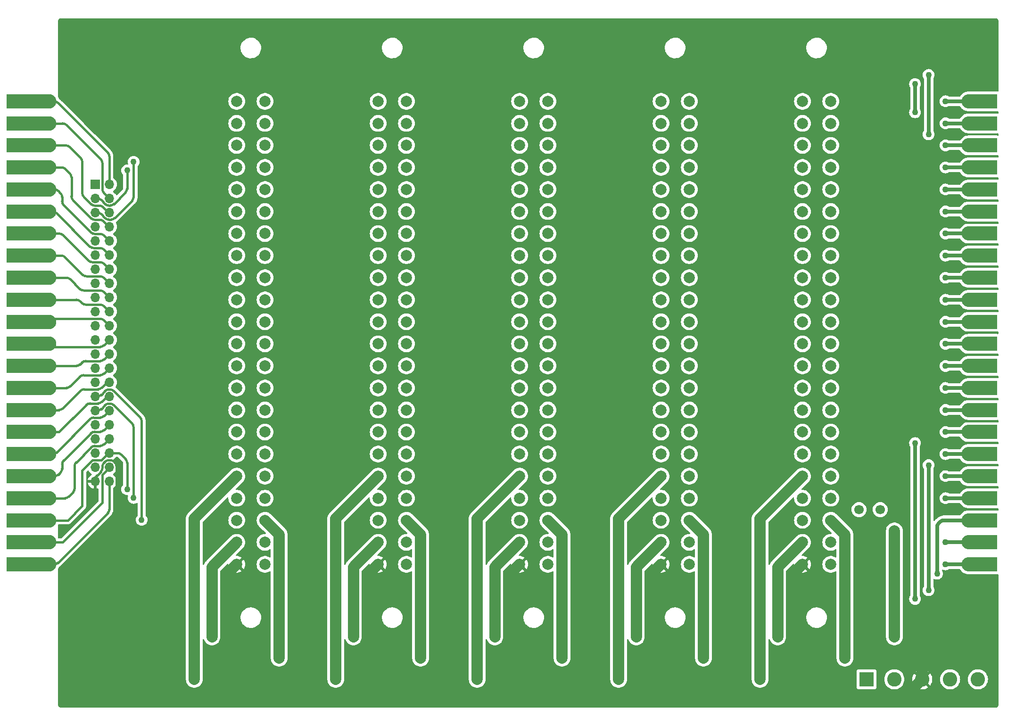
<source format=gbl>
%TF.GenerationSoftware,KiCad,Pcbnew,7.0.6*%
%TF.CreationDate,2023-07-16T00:54:31+02:00*%
%TF.ProjectId,kim-1-mtu-expansion-card,6b696d2d-312d-46d7-9475-2d657870616e,rev?*%
%TF.SameCoordinates,Original*%
%TF.FileFunction,Copper,L2,Bot*%
%TF.FilePolarity,Positive*%
%FSLAX46Y46*%
G04 Gerber Fmt 4.6, Leading zero omitted, Abs format (unit mm)*
G04 Created by KiCad (PCBNEW 7.0.6) date 2023-07-16 00:54:31*
%MOMM*%
%LPD*%
G01*
G04 APERTURE LIST*
G04 Aperture macros list*
%AMFreePoly0*
4,1,22,-1.270000,3.180000,1.270000,3.180000,1.270000,-1.910000,1.254364,-2.108672,1.198732,-2.329454,1.104571,-2.536755,0.974909,-2.723912,0.813912,-2.884909,0.626755,-3.014571,0.419454,-3.108732,0.198672,-3.164364,0.000000,-3.180000,-0.198672,-3.164364,-0.419454,-3.108732,-0.626755,-3.014571,-0.813912,-2.884909,-0.974909,-2.723912,-1.104571,-2.536755,-1.198732,-2.329454,-1.254364,-2.108672,
-1.270000,-1.910000,-1.270000,3.180000,-1.270000,3.180000,$1*%
%AMFreePoly1*
4,1,22,-1.300000,4.445000,1.300000,4.445000,1.300000,-3.145000,1.280250,-3.370743,1.221600,-3.589626,1.125833,-3.795000,0.995858,-3.980624,0.835624,-4.140858,0.650000,-4.270833,0.444626,-4.366600,0.225743,-4.425250,0.000000,-4.445000,-0.225743,-4.425250,-0.444626,-4.366600,-0.650000,-4.270833,-0.835624,-4.140858,-0.995858,-3.980624,-1.125833,-3.795000,-1.221600,-3.589626,-1.280250,-3.370743,
-1.300000,-3.145000,-1.300000,4.445000,-1.300000,4.445000,$1*%
G04 Aperture macros list end*
%TA.AperFunction,ComponentPad*%
%ADD10C,2.000000*%
%TD*%
%TA.AperFunction,ComponentPad*%
%ADD11C,1.700000*%
%TD*%
%TA.AperFunction,ComponentPad*%
%ADD12R,2.600000X2.600000*%
%TD*%
%TA.AperFunction,ComponentPad*%
%ADD13C,2.600000*%
%TD*%
%TA.AperFunction,ConnectorPad*%
%ADD14FreePoly0,270.000000*%
%TD*%
%TA.AperFunction,ConnectorPad*%
%ADD15FreePoly1,90.000000*%
%TD*%
%TA.AperFunction,ComponentPad*%
%ADD16R,1.700000X1.700000*%
%TD*%
%TA.AperFunction,ComponentPad*%
%ADD17O,1.700000X1.700000*%
%TD*%
%TA.AperFunction,ViaPad*%
%ADD18C,1.100000*%
%TD*%
%TA.AperFunction,ViaPad*%
%ADD19C,2.000000*%
%TD*%
%TA.AperFunction,Conductor*%
%ADD20C,0.400000*%
%TD*%
%TA.AperFunction,Conductor*%
%ADD21C,0.700000*%
%TD*%
%TA.AperFunction,Conductor*%
%ADD22C,2.000000*%
%TD*%
G04 APERTURE END LIST*
D10*
%TO.P,P5,1,SYNC*%
%TO.N,/SYNC*%
X125730000Y-44780000D03*
%TO.P,P5,2,PIN_2*%
%TO.N,/PIN_2*%
X125730000Y-48740000D03*
%TO.P,P5,3,PIN_3*%
%TO.N,/PIN_3*%
X125730000Y-52700000D03*
%TO.P,P5,4,~{IRQ}*%
%TO.N,/~{IRQ}*%
X125730000Y-56660000D03*
%TO.P,P5,5,R0*%
%TO.N,/R0*%
X125730000Y-60620000D03*
%TO.P,P5,6,~{NMI}*%
%TO.N,/~{NMI}*%
X125730000Y-64580000D03*
%TO.P,P5,7,~{RES}*%
%TO.N,/~{RES}*%
X125730000Y-68540000D03*
%TO.P,P5,8,D7*%
%TO.N,/D7*%
X125730000Y-72500000D03*
%TO.P,P5,9,D6*%
%TO.N,/D6*%
X125730000Y-76460000D03*
%TO.P,P5,10,D5*%
%TO.N,/D5*%
X125730000Y-80420000D03*
%TO.P,P5,11,D4*%
%TO.N,/D4*%
X125730000Y-84380000D03*
%TO.P,P5,12,D3*%
%TO.N,/D3*%
X125730000Y-88340000D03*
%TO.P,P5,13,D2*%
%TO.N,/D2*%
X125730000Y-92300000D03*
%TO.P,P5,14,D1*%
%TO.N,/D1*%
X125730000Y-96260000D03*
%TO.P,P5,15,D0*%
%TO.N,/D0*%
X125730000Y-100220000D03*
%TO.P,P5,16,PIN_16*%
%TO.N,/PIN_16*%
X125730000Y-104180000D03*
%TO.P,P5,17,PIN_17*%
%TO.N,/PIN_17*%
X125730000Y-108140000D03*
%TO.P,P5,18,+7.5V_RAW*%
%TO.N,+7.5V_RAW*%
X125730000Y-112100000D03*
%TO.P,P5,19,~{VECTOR_FETCH}*%
%TO.N,/~{VECTOR_FETCH}*%
X125730000Y-116060000D03*
%TO.P,P5,20,~{DECODE_ENABLE}*%
%TO.N,/~{DECODE_ENABLE}*%
X125730000Y-120020000D03*
%TO.P,P5,21,+5V*%
%TO.N,+5V*%
X125730000Y-123980000D03*
%TO.P,P5,22,GND*%
%TO.N,GND*%
X125730000Y-127940000D03*
%TO.P,P5,A,A0*%
%TO.N,/A0*%
X130810000Y-44780000D03*
%TO.P,P5,B,A1*%
%TO.N,/A1*%
X130810000Y-48740000D03*
%TO.P,P5,C,A2*%
%TO.N,/A2*%
X130810000Y-52700000D03*
%TO.P,P5,D,A3*%
%TO.N,/A3*%
X130810000Y-56660000D03*
%TO.P,P5,E,A4*%
%TO.N,/A4*%
X130810000Y-60620000D03*
%TO.P,P5,F,A5*%
%TO.N,/A5*%
X130810000Y-64580000D03*
%TO.P,P5,H,A6*%
%TO.N,/A6*%
X130810000Y-68540000D03*
%TO.P,P5,J,A7*%
%TO.N,/A7*%
X130810000Y-72500000D03*
%TO.P,P5,K,A8*%
%TO.N,/A8*%
X130810000Y-76460000D03*
%TO.P,P5,L,A9*%
%TO.N,/A9*%
X130810000Y-80420000D03*
%TO.P,P5,M,A10*%
%TO.N,/A10*%
X130810000Y-84380000D03*
%TO.P,P5,N,A11*%
%TO.N,/A11*%
X130810000Y-88340000D03*
%TO.P,P5,P,A12*%
%TO.N,/A12*%
X130810000Y-92300000D03*
%TO.P,P5,R,A13*%
%TO.N,/A13*%
X130810000Y-96260000D03*
%TO.P,P5,S,A14*%
%TO.N,/A14*%
X130810000Y-100220000D03*
%TO.P,P5,T,A15*%
%TO.N,/A15*%
X130810000Y-104180000D03*
%TO.P,P5,U,\u00D82*%
%TO.N,/\u00D82*%
X130810000Y-108140000D03*
%TO.P,P5,V,R/~{W}*%
%TO.N,/R{slash}~{W}*%
X130810000Y-112100000D03*
%TO.P,P5,W,~{R}/W*%
%TO.N,/~{R}{slash}W*%
X130810000Y-116060000D03*
%TO.P,P5,X,+16V_RAW*%
%TO.N,+16V_RAW*%
X130810000Y-120020000D03*
%TO.P,P5,Y,~{\u00D82}*%
%TO.N,/~{\u00D82}*%
X130810000Y-123980000D03*
%TO.P,P5,Z,RAMRW*%
%TO.N,/RAMRW*%
X130810000Y-127940000D03*
%TD*%
D11*
%TO.P,J3,1,Pin_1*%
%TO.N,/~{VECTOR_FETCH}*%
X215900000Y-118110000D03*
%TD*%
%TO.P,J4,1,Pin_1*%
%TO.N,/~{DECODE_ENABLE}*%
X212090000Y-118110000D03*
%TD*%
D12*
%TO.P,J2,1,Pin_1*%
%TO.N,+7.5V_RAW*%
X213440000Y-148590000D03*
D13*
%TO.P,J2,2,Pin_2*%
%TO.N,+16V_RAW*%
X218440000Y-148590000D03*
%TO.P,J2,3,Pin_3*%
%TO.N,GND*%
X223440000Y-148590000D03*
%TO.P,J2,4,Pin_4*%
%TO.N,+5V*%
X228440000Y-148590000D03*
%TO.P,J2,5,Pin_5*%
%TO.N,+12V*%
X233440000Y-148590000D03*
%TD*%
D10*
%TO.P,P4,1,SYNC*%
%TO.N,/SYNC*%
X151130000Y-44780000D03*
%TO.P,P4,2,PIN_2*%
%TO.N,/PIN_2*%
X151130000Y-48740000D03*
%TO.P,P4,3,PIN_3*%
%TO.N,/PIN_3*%
X151130000Y-52700000D03*
%TO.P,P4,4,~{IRQ}*%
%TO.N,/~{IRQ}*%
X151130000Y-56660000D03*
%TO.P,P4,5,R0*%
%TO.N,/R0*%
X151130000Y-60620000D03*
%TO.P,P4,6,~{NMI}*%
%TO.N,/~{NMI}*%
X151130000Y-64580000D03*
%TO.P,P4,7,~{RES}*%
%TO.N,/~{RES}*%
X151130000Y-68540000D03*
%TO.P,P4,8,D7*%
%TO.N,/D7*%
X151130000Y-72500000D03*
%TO.P,P4,9,D6*%
%TO.N,/D6*%
X151130000Y-76460000D03*
%TO.P,P4,10,D5*%
%TO.N,/D5*%
X151130000Y-80420000D03*
%TO.P,P4,11,D4*%
%TO.N,/D4*%
X151130000Y-84380000D03*
%TO.P,P4,12,D3*%
%TO.N,/D3*%
X151130000Y-88340000D03*
%TO.P,P4,13,D2*%
%TO.N,/D2*%
X151130000Y-92300000D03*
%TO.P,P4,14,D1*%
%TO.N,/D1*%
X151130000Y-96260000D03*
%TO.P,P4,15,D0*%
%TO.N,/D0*%
X151130000Y-100220000D03*
%TO.P,P4,16,PIN_16*%
%TO.N,/PIN_16*%
X151130000Y-104180000D03*
%TO.P,P4,17,PIN_17*%
%TO.N,/PIN_17*%
X151130000Y-108140000D03*
%TO.P,P4,18,+7.5V_RAW*%
%TO.N,+7.5V_RAW*%
X151130000Y-112100000D03*
%TO.P,P4,19,~{VECTOR_FETCH}*%
%TO.N,/~{VECTOR_FETCH}*%
X151130000Y-116060000D03*
%TO.P,P4,20,~{DECODE_ENABLE}*%
%TO.N,/~{DECODE_ENABLE}*%
X151130000Y-120020000D03*
%TO.P,P4,21,+5V*%
%TO.N,+5V*%
X151130000Y-123980000D03*
%TO.P,P4,22,GND*%
%TO.N,GND*%
X151130000Y-127940000D03*
%TO.P,P4,A,A0*%
%TO.N,/A0*%
X156210000Y-44780000D03*
%TO.P,P4,B,A1*%
%TO.N,/A1*%
X156210000Y-48740000D03*
%TO.P,P4,C,A2*%
%TO.N,/A2*%
X156210000Y-52700000D03*
%TO.P,P4,D,A3*%
%TO.N,/A3*%
X156210000Y-56660000D03*
%TO.P,P4,E,A4*%
%TO.N,/A4*%
X156210000Y-60620000D03*
%TO.P,P4,F,A5*%
%TO.N,/A5*%
X156210000Y-64580000D03*
%TO.P,P4,H,A6*%
%TO.N,/A6*%
X156210000Y-68540000D03*
%TO.P,P4,J,A7*%
%TO.N,/A7*%
X156210000Y-72500000D03*
%TO.P,P4,K,A8*%
%TO.N,/A8*%
X156210000Y-76460000D03*
%TO.P,P4,L,A9*%
%TO.N,/A9*%
X156210000Y-80420000D03*
%TO.P,P4,M,A10*%
%TO.N,/A10*%
X156210000Y-84380000D03*
%TO.P,P4,N,A11*%
%TO.N,/A11*%
X156210000Y-88340000D03*
%TO.P,P4,P,A12*%
%TO.N,/A12*%
X156210000Y-92300000D03*
%TO.P,P4,R,A13*%
%TO.N,/A13*%
X156210000Y-96260000D03*
%TO.P,P4,S,A14*%
%TO.N,/A14*%
X156210000Y-100220000D03*
%TO.P,P4,T,A15*%
%TO.N,/A15*%
X156210000Y-104180000D03*
%TO.P,P4,U,\u00D82*%
%TO.N,/\u00D82*%
X156210000Y-108140000D03*
%TO.P,P4,V,R/~{W}*%
%TO.N,/R{slash}~{W}*%
X156210000Y-112100000D03*
%TO.P,P4,W,~{R}/W*%
%TO.N,/~{R}{slash}W*%
X156210000Y-116060000D03*
%TO.P,P4,X,+16V_RAW*%
%TO.N,+16V_RAW*%
X156210000Y-120020000D03*
%TO.P,P4,Y,~{\u00D82}*%
%TO.N,/~{\u00D82}*%
X156210000Y-123980000D03*
%TO.P,P4,Z,RAMRW*%
%TO.N,/RAMRW*%
X156210000Y-127940000D03*
%TD*%
%TO.P,P2,1,SYNC*%
%TO.N,/SYNC*%
X201930000Y-44780000D03*
%TO.P,P2,2,PIN_2*%
%TO.N,/PIN_2*%
X201930000Y-48740000D03*
%TO.P,P2,3,PIN_3*%
%TO.N,/PIN_3*%
X201930000Y-52700000D03*
%TO.P,P2,4,~{IRQ}*%
%TO.N,/~{IRQ}*%
X201930000Y-56660000D03*
%TO.P,P2,5,R0*%
%TO.N,/R0*%
X201930000Y-60620000D03*
%TO.P,P2,6,~{NMI}*%
%TO.N,/~{NMI}*%
X201930000Y-64580000D03*
%TO.P,P2,7,~{RES}*%
%TO.N,/~{RES}*%
X201930000Y-68540000D03*
%TO.P,P2,8,D7*%
%TO.N,/D7*%
X201930000Y-72500000D03*
%TO.P,P2,9,D6*%
%TO.N,/D6*%
X201930000Y-76460000D03*
%TO.P,P2,10,D5*%
%TO.N,/D5*%
X201930000Y-80420000D03*
%TO.P,P2,11,D4*%
%TO.N,/D4*%
X201930000Y-84380000D03*
%TO.P,P2,12,D3*%
%TO.N,/D3*%
X201930000Y-88340000D03*
%TO.P,P2,13,D2*%
%TO.N,/D2*%
X201930000Y-92300000D03*
%TO.P,P2,14,D1*%
%TO.N,/D1*%
X201930000Y-96260000D03*
%TO.P,P2,15,D0*%
%TO.N,/D0*%
X201930000Y-100220000D03*
%TO.P,P2,16,PIN_16*%
%TO.N,/PIN_16*%
X201930000Y-104180000D03*
%TO.P,P2,17,PIN_17*%
%TO.N,/PIN_17*%
X201930000Y-108140000D03*
%TO.P,P2,18,+7.5V_RAW*%
%TO.N,+7.5V_RAW*%
X201930000Y-112100000D03*
%TO.P,P2,19,~{VECTOR_FETCH}*%
%TO.N,/~{VECTOR_FETCH}*%
X201930000Y-116060000D03*
%TO.P,P2,20,~{DECODE_ENABLE}*%
%TO.N,/~{DECODE_ENABLE}*%
X201930000Y-120020000D03*
%TO.P,P2,21,+5V*%
%TO.N,+5V*%
X201930000Y-123980000D03*
%TO.P,P2,22,GND*%
%TO.N,GND*%
X201930000Y-127940000D03*
%TO.P,P2,A,A0*%
%TO.N,/A0*%
X207010000Y-44780000D03*
%TO.P,P2,B,A1*%
%TO.N,/A1*%
X207010000Y-48740000D03*
%TO.P,P2,C,A2*%
%TO.N,/A2*%
X207010000Y-52700000D03*
%TO.P,P2,D,A3*%
%TO.N,/A3*%
X207010000Y-56660000D03*
%TO.P,P2,E,A4*%
%TO.N,/A4*%
X207010000Y-60620000D03*
%TO.P,P2,F,A5*%
%TO.N,/A5*%
X207010000Y-64580000D03*
%TO.P,P2,H,A6*%
%TO.N,/A6*%
X207010000Y-68540000D03*
%TO.P,P2,J,A7*%
%TO.N,/A7*%
X207010000Y-72500000D03*
%TO.P,P2,K,A8*%
%TO.N,/A8*%
X207010000Y-76460000D03*
%TO.P,P2,L,A9*%
%TO.N,/A9*%
X207010000Y-80420000D03*
%TO.P,P2,M,A10*%
%TO.N,/A10*%
X207010000Y-84380000D03*
%TO.P,P2,N,A11*%
%TO.N,/A11*%
X207010000Y-88340000D03*
%TO.P,P2,P,A12*%
%TO.N,/A12*%
X207010000Y-92300000D03*
%TO.P,P2,R,A13*%
%TO.N,/A13*%
X207010000Y-96260000D03*
%TO.P,P2,S,A14*%
%TO.N,/A14*%
X207010000Y-100220000D03*
%TO.P,P2,T,A15*%
%TO.N,/A15*%
X207010000Y-104180000D03*
%TO.P,P2,U,\u00D82*%
%TO.N,/\u00D82*%
X207010000Y-108140000D03*
%TO.P,P2,V,R/~{W}*%
%TO.N,/R{slash}~{W}*%
X207010000Y-112100000D03*
%TO.P,P2,W,~{R}/W*%
%TO.N,/~{R}{slash}W*%
X207010000Y-116060000D03*
%TO.P,P2,X,+16V_RAW*%
%TO.N,+16V_RAW*%
X207010000Y-120020000D03*
%TO.P,P2,Y,~{\u00D82}*%
%TO.N,/~{\u00D82}*%
X207010000Y-123980000D03*
%TO.P,P2,Z,RAMRW*%
%TO.N,/RAMRW*%
X207010000Y-127940000D03*
%TD*%
D14*
%TO.P,P1,A,A0*%
%TO.N,/A0*%
X233680000Y-44780000D03*
%TO.P,P1,B,A1*%
%TO.N,/A1*%
X233680000Y-48740000D03*
%TO.P,P1,C,A2*%
%TO.N,/A2*%
X233680000Y-52700000D03*
%TO.P,P1,D,A3*%
%TO.N,/A3*%
X233680000Y-56660000D03*
%TO.P,P1,E,A4*%
%TO.N,/A4*%
X233680000Y-60620000D03*
%TO.P,P1,F,A5*%
%TO.N,/A5*%
X233680000Y-64580000D03*
%TO.P,P1,H,A6*%
%TO.N,/A6*%
X233680000Y-68540000D03*
%TO.P,P1,J,A7*%
%TO.N,/A7*%
X233680000Y-72500000D03*
%TO.P,P1,K,A8*%
%TO.N,/A8*%
X233680000Y-76460000D03*
%TO.P,P1,L,A9*%
%TO.N,/A9*%
X233680000Y-80420000D03*
%TO.P,P1,M,A10*%
%TO.N,/A10*%
X233680000Y-84380000D03*
%TO.P,P1,N,A11*%
%TO.N,/A11*%
X233680000Y-88340000D03*
%TO.P,P1,P,A12*%
%TO.N,/A12*%
X233680000Y-92300000D03*
%TO.P,P1,R,A13*%
%TO.N,/A13*%
X233680000Y-96260000D03*
%TO.P,P1,S,A14*%
%TO.N,/A14*%
X233680000Y-100220000D03*
%TO.P,P1,T,A15*%
%TO.N,/A15*%
X233680000Y-104180000D03*
%TO.P,P1,U,\u00D82*%
%TO.N,/\u00D82*%
X233680000Y-108140000D03*
%TO.P,P1,V,R/~{W}*%
%TO.N,/R{slash}~{W}*%
X233680000Y-112100000D03*
%TO.P,P1,W,~{R}/W*%
%TO.N,/~{R}{slash}W*%
X233680000Y-116060000D03*
%TO.P,P1,X,PLL*%
%TO.N,/PLL*%
X233680000Y-120020000D03*
%TO.P,P1,Y,~{\u00D82}*%
%TO.N,/~{\u00D82}*%
X233680000Y-123980000D03*
%TO.P,P1,Z,RAMRW*%
%TO.N,/RAMRW*%
X233680000Y-127940000D03*
%TD*%
D15*
%TO.P,P7,A,A0*%
%TO.N,/A0*%
X63500000Y-44780000D03*
%TO.P,P7,B,A1*%
%TO.N,/A1*%
X63500000Y-48740000D03*
%TO.P,P7,C,A2*%
%TO.N,/A2*%
X63500000Y-52700000D03*
%TO.P,P7,D,A3*%
%TO.N,/A3*%
X63500000Y-56660000D03*
%TO.P,P7,E,A4*%
%TO.N,/A4*%
X63500000Y-60620000D03*
%TO.P,P7,F,A5*%
%TO.N,/A5*%
X63500000Y-64580000D03*
%TO.P,P7,H,A6*%
%TO.N,/A6*%
X63500000Y-68540000D03*
%TO.P,P7,J,A7*%
%TO.N,/A7*%
X63500000Y-72500000D03*
%TO.P,P7,K,A8*%
%TO.N,/A8*%
X63500000Y-76460000D03*
%TO.P,P7,L,A9*%
%TO.N,/A9*%
X63500000Y-80420000D03*
%TO.P,P7,M,A10*%
%TO.N,/A10*%
X63500000Y-84380000D03*
%TO.P,P7,N,A11*%
%TO.N,/A11*%
X63500000Y-88340000D03*
%TO.P,P7,P,A12*%
%TO.N,/A12*%
X63500000Y-92300000D03*
%TO.P,P7,R,A13*%
%TO.N,/A13*%
X63500000Y-96260000D03*
%TO.P,P7,S,A14*%
%TO.N,/A14*%
X63500000Y-100220000D03*
%TO.P,P7,T,A15*%
%TO.N,/A15*%
X63500000Y-104180000D03*
%TO.P,P7,U,\u00D82*%
%TO.N,/\u00D82*%
X63500000Y-108140000D03*
%TO.P,P7,V,R/~{W}*%
%TO.N,/R{slash}~{W}*%
X63500000Y-112100000D03*
%TO.P,P7,W,~{R}/W*%
%TO.N,/~{R}{slash}W*%
X63500000Y-116060000D03*
%TO.P,P7,X,PLL*%
%TO.N,/PLL*%
X63500000Y-120020000D03*
%TO.P,P7,Y,~{\u00D82}*%
%TO.N,/~{\u00D82}*%
X63500000Y-123980000D03*
%TO.P,P7,Z,RAMRW*%
%TO.N,/RAMRW*%
X63500000Y-127940000D03*
%TD*%
D10*
%TO.P,P3,1,SYNC*%
%TO.N,/SYNC*%
X176530000Y-44780000D03*
%TO.P,P3,2,PIN_2*%
%TO.N,/PIN_2*%
X176530000Y-48740000D03*
%TO.P,P3,3,PIN_3*%
%TO.N,/PIN_3*%
X176530000Y-52700000D03*
%TO.P,P3,4,~{IRQ}*%
%TO.N,/~{IRQ}*%
X176530000Y-56660000D03*
%TO.P,P3,5,R0*%
%TO.N,/R0*%
X176530000Y-60620000D03*
%TO.P,P3,6,~{NMI}*%
%TO.N,/~{NMI}*%
X176530000Y-64580000D03*
%TO.P,P3,7,~{RES}*%
%TO.N,/~{RES}*%
X176530000Y-68540000D03*
%TO.P,P3,8,D7*%
%TO.N,/D7*%
X176530000Y-72500000D03*
%TO.P,P3,9,D6*%
%TO.N,/D6*%
X176530000Y-76460000D03*
%TO.P,P3,10,D5*%
%TO.N,/D5*%
X176530000Y-80420000D03*
%TO.P,P3,11,D4*%
%TO.N,/D4*%
X176530000Y-84380000D03*
%TO.P,P3,12,D3*%
%TO.N,/D3*%
X176530000Y-88340000D03*
%TO.P,P3,13,D2*%
%TO.N,/D2*%
X176530000Y-92300000D03*
%TO.P,P3,14,D1*%
%TO.N,/D1*%
X176530000Y-96260000D03*
%TO.P,P3,15,D0*%
%TO.N,/D0*%
X176530000Y-100220000D03*
%TO.P,P3,16,PIN_16*%
%TO.N,/PIN_16*%
X176530000Y-104180000D03*
%TO.P,P3,17,PIN_17*%
%TO.N,/PIN_17*%
X176530000Y-108140000D03*
%TO.P,P3,18,+7.5V_RAW*%
%TO.N,+7.5V_RAW*%
X176530000Y-112100000D03*
%TO.P,P3,19,~{VECTOR_FETCH}*%
%TO.N,/~{VECTOR_FETCH}*%
X176530000Y-116060000D03*
%TO.P,P3,20,~{DECODE_ENABLE}*%
%TO.N,/~{DECODE_ENABLE}*%
X176530000Y-120020000D03*
%TO.P,P3,21,+5V*%
%TO.N,+5V*%
X176530000Y-123980000D03*
%TO.P,P3,22,GND*%
%TO.N,GND*%
X176530000Y-127940000D03*
%TO.P,P3,A,A0*%
%TO.N,/A0*%
X181610000Y-44780000D03*
%TO.P,P3,B,A1*%
%TO.N,/A1*%
X181610000Y-48740000D03*
%TO.P,P3,C,A2*%
%TO.N,/A2*%
X181610000Y-52700000D03*
%TO.P,P3,D,A3*%
%TO.N,/A3*%
X181610000Y-56660000D03*
%TO.P,P3,E,A4*%
%TO.N,/A4*%
X181610000Y-60620000D03*
%TO.P,P3,F,A5*%
%TO.N,/A5*%
X181610000Y-64580000D03*
%TO.P,P3,H,A6*%
%TO.N,/A6*%
X181610000Y-68540000D03*
%TO.P,P3,J,A7*%
%TO.N,/A7*%
X181610000Y-72500000D03*
%TO.P,P3,K,A8*%
%TO.N,/A8*%
X181610000Y-76460000D03*
%TO.P,P3,L,A9*%
%TO.N,/A9*%
X181610000Y-80420000D03*
%TO.P,P3,M,A10*%
%TO.N,/A10*%
X181610000Y-84380000D03*
%TO.P,P3,N,A11*%
%TO.N,/A11*%
X181610000Y-88340000D03*
%TO.P,P3,P,A12*%
%TO.N,/A12*%
X181610000Y-92300000D03*
%TO.P,P3,R,A13*%
%TO.N,/A13*%
X181610000Y-96260000D03*
%TO.P,P3,S,A14*%
%TO.N,/A14*%
X181610000Y-100220000D03*
%TO.P,P3,T,A15*%
%TO.N,/A15*%
X181610000Y-104180000D03*
%TO.P,P3,U,\u00D82*%
%TO.N,/\u00D82*%
X181610000Y-108140000D03*
%TO.P,P3,V,R/~{W}*%
%TO.N,/R{slash}~{W}*%
X181610000Y-112100000D03*
%TO.P,P3,W,~{R}/W*%
%TO.N,/~{R}{slash}W*%
X181610000Y-116060000D03*
%TO.P,P3,X,+16V_RAW*%
%TO.N,+16V_RAW*%
X181610000Y-120020000D03*
%TO.P,P3,Y,~{\u00D82}*%
%TO.N,/~{\u00D82}*%
X181610000Y-123980000D03*
%TO.P,P3,Z,RAMRW*%
%TO.N,/RAMRW*%
X181610000Y-127940000D03*
%TD*%
D16*
%TO.P,J1,1,Pin_1*%
%TO.N,/SYNC*%
X74930000Y-59690000D03*
D17*
%TO.P,J1,2,Pin_2*%
%TO.N,/~{RDY}*%
X74930000Y-62230000D03*
%TO.P,J1,3,Pin_3*%
%TO.N,/\u00D81*%
X74930000Y-64770000D03*
%TO.P,J1,4,Pin_4*%
%TO.N,/~{IRQ}*%
X74930000Y-67310000D03*
%TO.P,J1,5,Pin_5*%
%TO.N,/R0*%
X74930000Y-69850000D03*
%TO.P,J1,6,Pin_6*%
%TO.N,/~{NMI}*%
X74930000Y-72390000D03*
%TO.P,J1,7,Pin_7*%
%TO.N,/~{RES}*%
X74930000Y-74930000D03*
%TO.P,J1,8,Pin_8*%
%TO.N,/D7*%
X74930000Y-77470000D03*
%TO.P,J1,9,Pin_9*%
%TO.N,/D6*%
X74930000Y-80010000D03*
%TO.P,J1,10,Pin_10*%
%TO.N,/D5*%
X74930000Y-82550000D03*
%TO.P,J1,11,Pin_11*%
%TO.N,/D4*%
X74930000Y-85090000D03*
%TO.P,J1,12,Pin_12*%
%TO.N,/D3*%
X74930000Y-87630000D03*
%TO.P,J1,13,Pin_13*%
%TO.N,/D2*%
X74930000Y-90170000D03*
%TO.P,J1,14,Pin_14*%
%TO.N,/D1*%
X74930000Y-92710000D03*
%TO.P,J1,15,Pin_15*%
%TO.N,/D0*%
X74930000Y-95250000D03*
%TO.P,J1,16,Pin_16*%
%TO.N,/K6*%
X74930000Y-97790000D03*
%TO.P,J1,17,Pin_17*%
%TO.N,/SST*%
X74930000Y-100330000D03*
%TO.P,J1,18,Pin_18*%
%TO.N,unconnected-(J1-Pin_18-Pad18)*%
X74930000Y-102870000D03*
%TO.P,J1,19,Pin_19*%
%TO.N,unconnected-(J1-Pin_19-Pad19)*%
X74930000Y-105410000D03*
%TO.P,J1,20,Pin_20*%
%TO.N,unconnected-(J1-Pin_20-Pad20)*%
X74930000Y-107950000D03*
%TO.P,J1,21,Pin_21*%
%TO.N,+5V*%
X74930000Y-110490000D03*
%TO.P,J1,22,Pin_22*%
%TO.N,GND*%
X74930000Y-113030000D03*
%TO.P,J1,A,Pin_A*%
%TO.N,/A0*%
X77470000Y-59690000D03*
%TO.P,J1,B,Pin_B*%
%TO.N,/A1*%
X77470000Y-62230000D03*
%TO.P,J1,C,Pin_C*%
%TO.N,/A2*%
X77470000Y-64770000D03*
%TO.P,J1,D,Pin_D*%
%TO.N,/A3*%
X77470000Y-67310000D03*
%TO.P,J1,E,Pin_E*%
%TO.N,/A4*%
X77470000Y-69850000D03*
%TO.P,J1,F,Pin_F*%
%TO.N,/A5*%
X77470000Y-72390000D03*
%TO.P,J1,H,Pin_H*%
%TO.N,/A6*%
X77470000Y-74930000D03*
%TO.P,J1,J,Pin_J*%
%TO.N,/A7*%
X77470000Y-77470000D03*
%TO.P,J1,K,Pin_K*%
%TO.N,/A8*%
X77470000Y-80010000D03*
%TO.P,J1,L,Pin_L*%
%TO.N,/A9*%
X77470000Y-82550000D03*
%TO.P,J1,M,Pin_M*%
%TO.N,/A10*%
X77470000Y-85090000D03*
%TO.P,J1,N,Pin_N*%
%TO.N,/A11*%
X77470000Y-87630000D03*
%TO.P,J1,P,Pin_P*%
%TO.N,/A12*%
X77470000Y-90170000D03*
%TO.P,J1,R,Pin_R*%
%TO.N,/A13*%
X77470000Y-92710000D03*
%TO.P,J1,S,Pin_S*%
%TO.N,/A14*%
X77470000Y-95250000D03*
%TO.P,J1,T,Pin_T*%
%TO.N,/A15*%
X77470000Y-97790000D03*
%TO.P,J1,U,Pin_U*%
%TO.N,/\u00D82*%
X77470000Y-100330000D03*
%TO.P,J1,V,Pin_V*%
%TO.N,/R{slash}~{W}*%
X77470000Y-102870000D03*
%TO.P,J1,W,Pin_W*%
%TO.N,/~{R}{slash}W*%
X77470000Y-105410000D03*
%TO.P,J1,X,Pin_X*%
%TO.N,/PLL*%
X77470000Y-107950000D03*
%TO.P,J1,Y,Pin_Y*%
%TO.N,/~{\u00D82}*%
X77470000Y-110490000D03*
%TO.P,J1,Z,Pin_Z*%
%TO.N,/RAMRW*%
X77470000Y-113030000D03*
%TD*%
D10*
%TO.P,P6,1,SYNC*%
%TO.N,/SYNC*%
X100330000Y-44780000D03*
%TO.P,P6,2,PIN_2*%
%TO.N,/PIN_2*%
X100330000Y-48740000D03*
%TO.P,P6,3,PIN_3*%
%TO.N,/PIN_3*%
X100330000Y-52700000D03*
%TO.P,P6,4,~{IRQ}*%
%TO.N,/~{IRQ}*%
X100330000Y-56660000D03*
%TO.P,P6,5,R0*%
%TO.N,/R0*%
X100330000Y-60620000D03*
%TO.P,P6,6,~{NMI}*%
%TO.N,/~{NMI}*%
X100330000Y-64580000D03*
%TO.P,P6,7,~{RES}*%
%TO.N,/~{RES}*%
X100330000Y-68540000D03*
%TO.P,P6,8,D7*%
%TO.N,/D7*%
X100330000Y-72500000D03*
%TO.P,P6,9,D6*%
%TO.N,/D6*%
X100330000Y-76460000D03*
%TO.P,P6,10,D5*%
%TO.N,/D5*%
X100330000Y-80420000D03*
%TO.P,P6,11,D4*%
%TO.N,/D4*%
X100330000Y-84380000D03*
%TO.P,P6,12,D3*%
%TO.N,/D3*%
X100330000Y-88340000D03*
%TO.P,P6,13,D2*%
%TO.N,/D2*%
X100330000Y-92300000D03*
%TO.P,P6,14,D1*%
%TO.N,/D1*%
X100330000Y-96260000D03*
%TO.P,P6,15,D0*%
%TO.N,/D0*%
X100330000Y-100220000D03*
%TO.P,P6,16,PIN_16*%
%TO.N,/PIN_16*%
X100330000Y-104180000D03*
%TO.P,P6,17,PIN_17*%
%TO.N,/PIN_17*%
X100330000Y-108140000D03*
%TO.P,P6,18,+7.5V_RAW*%
%TO.N,+7.5V_RAW*%
X100330000Y-112100000D03*
%TO.P,P6,19,~{VECTOR_FETCH}*%
%TO.N,/~{VECTOR_FETCH}*%
X100330000Y-116060000D03*
%TO.P,P6,20,~{DECODE_ENABLE}*%
%TO.N,/~{DECODE_ENABLE}*%
X100330000Y-120020000D03*
%TO.P,P6,21,+5V*%
%TO.N,+5V*%
X100330000Y-123980000D03*
%TO.P,P6,22,GND*%
%TO.N,GND*%
X100330000Y-127940000D03*
%TO.P,P6,A,A0*%
%TO.N,/A0*%
X105410000Y-44780000D03*
%TO.P,P6,B,A1*%
%TO.N,/A1*%
X105410000Y-48740000D03*
%TO.P,P6,C,A2*%
%TO.N,/A2*%
X105410000Y-52700000D03*
%TO.P,P6,D,A3*%
%TO.N,/A3*%
X105410000Y-56660000D03*
%TO.P,P6,E,A4*%
%TO.N,/A4*%
X105410000Y-60620000D03*
%TO.P,P6,F,A5*%
%TO.N,/A5*%
X105410000Y-64580000D03*
%TO.P,P6,H,A6*%
%TO.N,/A6*%
X105410000Y-68540000D03*
%TO.P,P6,J,A7*%
%TO.N,/A7*%
X105410000Y-72500000D03*
%TO.P,P6,K,A8*%
%TO.N,/A8*%
X105410000Y-76460000D03*
%TO.P,P6,L,A9*%
%TO.N,/A9*%
X105410000Y-80420000D03*
%TO.P,P6,M,A10*%
%TO.N,/A10*%
X105410000Y-84380000D03*
%TO.P,P6,N,A11*%
%TO.N,/A11*%
X105410000Y-88340000D03*
%TO.P,P6,P,A12*%
%TO.N,/A12*%
X105410000Y-92300000D03*
%TO.P,P6,R,A13*%
%TO.N,/A13*%
X105410000Y-96260000D03*
%TO.P,P6,S,A14*%
%TO.N,/A14*%
X105410000Y-100220000D03*
%TO.P,P6,T,A15*%
%TO.N,/A15*%
X105410000Y-104180000D03*
%TO.P,P6,U,\u00D82*%
%TO.N,/\u00D82*%
X105410000Y-108140000D03*
%TO.P,P6,V,R/~{W}*%
%TO.N,/R{slash}~{W}*%
X105410000Y-112100000D03*
%TO.P,P6,W,~{R}/W*%
%TO.N,/~{R}{slash}W*%
X105410000Y-116060000D03*
%TO.P,P6,X,+16V_RAW*%
%TO.N,+16V_RAW*%
X105410000Y-120020000D03*
%TO.P,P6,Y,~{\u00D82}*%
%TO.N,/~{\u00D82}*%
X105410000Y-123980000D03*
%TO.P,P6,Z,RAMRW*%
%TO.N,/RAMRW*%
X105410000Y-127940000D03*
%TD*%
D18*
%TO.N,/~{RDY}*%
X222150000Y-41680000D03*
X80640000Y-57190000D03*
X222150000Y-46760000D03*
%TO.N,/\u00D81*%
X81810000Y-55640000D03*
X224580000Y-40040000D03*
X224580000Y-50720000D03*
%TO.N,/K6*%
X83260000Y-119950000D03*
X222150000Y-134140000D03*
X222150000Y-106160000D03*
%TO.N,/SST*%
X81810000Y-116000000D03*
X224580000Y-132590000D03*
X224580000Y-110120000D03*
D19*
%TO.N,+5V*%
X95885000Y-140970000D03*
X218440000Y-121920000D03*
X146685000Y-140970000D03*
X197485000Y-140970000D03*
X172085000Y-140970000D03*
X121285000Y-140970000D03*
X218440000Y-140970000D03*
%TO.N,GND*%
X233680000Y-132080000D03*
X71120000Y-128270000D03*
%TO.N,+16V_RAW*%
X209550000Y-144780000D03*
X184150000Y-144780000D03*
X158750000Y-144780000D03*
X107950000Y-144780000D03*
X133350000Y-144780000D03*
%TO.N,+7.5V_RAW*%
X194310000Y-148590000D03*
X143510000Y-148590000D03*
X92710000Y-148590000D03*
X168910000Y-148590000D03*
X118110000Y-148590000D03*
D18*
%TO.N,/A0*%
X227620000Y-44780000D03*
%TO.N,/A1*%
X227620000Y-48740000D03*
%TO.N,/A2*%
X227620000Y-52700000D03*
%TO.N,/A3*%
X227620000Y-56660000D03*
%TO.N,/A4*%
X227620000Y-60620000D03*
%TO.N,/A5*%
X227620000Y-64580000D03*
%TO.N,/A6*%
X227620000Y-68540000D03*
%TO.N,/A7*%
X227620000Y-72500000D03*
%TO.N,/A8*%
X227620000Y-76460000D03*
%TO.N,/A9*%
X227620000Y-80420000D03*
%TO.N,/A10*%
X227620000Y-84380000D03*
%TO.N,/A11*%
X227620000Y-88340000D03*
%TO.N,/A12*%
X227620000Y-92320000D03*
%TO.N,/A13*%
X227620000Y-96260000D03*
%TO.N,/A14*%
X227620000Y-100220000D03*
%TO.N,/A15*%
X227620000Y-104180000D03*
%TO.N,/\u00D82*%
X227620000Y-108140000D03*
%TO.N,/R{slash}~{W}*%
X227620000Y-112100000D03*
%TO.N,/~{R}{slash}W*%
X227620000Y-116060000D03*
%TO.N,/PLL*%
X80640000Y-114450000D03*
X226100000Y-129630000D03*
%TO.N,/~{\u00D82}*%
X227620000Y-123980000D03*
%TO.N,/RAMRW*%
X227620000Y-127940000D03*
%TD*%
D20*
%TO.N,/~{RDY}*%
X80640000Y-60445786D02*
X80640000Y-57190000D01*
X78292893Y-63207107D02*
X80347107Y-61152893D01*
X77386447Y-63500000D02*
X77585786Y-63500000D01*
X75995126Y-62522893D02*
X76679340Y-63207107D01*
X74930000Y-62230000D02*
X75288019Y-62230000D01*
D21*
X222150000Y-41680000D02*
X222150000Y-46760000D01*
X222110000Y-46580000D02*
X222150000Y-46620000D01*
X222150000Y-46760000D02*
X222110000Y-46580000D01*
D20*
X77585786Y-63499990D02*
G75*
G03*
X78292893Y-63207107I14J999990D01*
G01*
X80347114Y-61152900D02*
G75*
G03*
X80640000Y-60445786I-707114J707100D01*
G01*
X75995116Y-62522903D02*
G75*
G03*
X75288019Y-62230000I-707116J-707097D01*
G01*
X76679317Y-63207130D02*
G75*
G03*
X77386447Y-63500000I707083J707130D01*
G01*
%TO.N,/\u00D81*%
X81810000Y-61945786D02*
X81810000Y-55640000D01*
X78442893Y-65727107D02*
X81517107Y-62652893D01*
X77366447Y-66020000D02*
X77735786Y-66020000D01*
X74930000Y-64770000D02*
X75288019Y-64770000D01*
D21*
X224580000Y-40040000D02*
X224580000Y-50720000D01*
D20*
X75995126Y-65062893D02*
X76659340Y-65727107D01*
X75995116Y-65062903D02*
G75*
G03*
X75288019Y-64770000I-707116J-707097D01*
G01*
X81517114Y-62652900D02*
G75*
G03*
X81810000Y-61945786I-707114J707100D01*
G01*
X76659317Y-65727130D02*
G75*
G03*
X77366447Y-66020000I707083J707130D01*
G01*
X77735786Y-66019990D02*
G75*
G03*
X78442893Y-65727107I14J999990D01*
G01*
%TO.N,/K6*%
X75995126Y-97497107D02*
X76659340Y-96832893D01*
X78280660Y-96832893D02*
X82967107Y-101519340D01*
D21*
X222150000Y-106160000D02*
X222150000Y-134140000D01*
D20*
X77366447Y-96540000D02*
X77573553Y-96540000D01*
X83260000Y-102226447D02*
X83260000Y-119950000D01*
X74930000Y-97790000D02*
X75288019Y-97790000D01*
X77366447Y-96540033D02*
G75*
G03*
X76659340Y-96832893I-47J-999967D01*
G01*
X75288019Y-97790013D02*
G75*
G03*
X75995125Y-97497106I-19J1000013D01*
G01*
X78280683Y-96832870D02*
G75*
G03*
X77573553Y-96540000I-707083J-707130D01*
G01*
X83259967Y-102226447D02*
G75*
G03*
X82967107Y-101519340I-999967J47D01*
G01*
%TO.N,/SST*%
X78280660Y-99372893D02*
X81517107Y-102609340D01*
X74930000Y-100330000D02*
X75288019Y-100330000D01*
X77366447Y-99080000D02*
X77573553Y-99080000D01*
X81810000Y-103316447D02*
X81810000Y-116000000D01*
X75995126Y-100037107D02*
X76659340Y-99372893D01*
D21*
X224580000Y-110120000D02*
X224580000Y-132590000D01*
D20*
X77366447Y-99080033D02*
G75*
G03*
X76659340Y-99372893I-47J-999967D01*
G01*
X81809967Y-103316447D02*
G75*
G03*
X81517107Y-102609340I-999967J47D01*
G01*
X75288019Y-100330013D02*
G75*
G03*
X75995125Y-100037106I-19J1000013D01*
G01*
X78280683Y-99372870D02*
G75*
G03*
X77573553Y-99080000I-707083J-707130D01*
G01*
D22*
%TO.N,+5V*%
X218440000Y-121920000D02*
X218440000Y-140970000D01*
X125730000Y-123980000D02*
X121285000Y-128425000D01*
X100330000Y-123980000D02*
X95885000Y-128425000D01*
X201930000Y-123980000D02*
X197485000Y-128425000D01*
X172085000Y-128425000D02*
X172085000Y-140970000D01*
X121285000Y-128425000D02*
X121285000Y-140970000D01*
X197485000Y-128425000D02*
X197485000Y-140970000D01*
X95885000Y-128425000D02*
X95885000Y-140970000D01*
X151130000Y-123980000D02*
X146685000Y-128425000D01*
X146685000Y-128425000D02*
X146685000Y-140970000D01*
X176530000Y-123980000D02*
X172085000Y-128425000D01*
%TO.N,GND*%
X149860000Y-129210000D02*
X149860000Y-152400000D01*
D20*
X77366447Y-109240000D02*
X77645786Y-109240000D01*
D22*
X223440000Y-142320000D02*
X223440000Y-148590000D01*
D20*
X78352893Y-109532893D02*
X78427107Y-109607107D01*
D22*
X201930000Y-127940000D02*
X200660000Y-129210000D01*
X219630000Y-152400000D02*
X223440000Y-148590000D01*
X124460000Y-129210000D02*
X124460000Y-152400000D01*
X99060000Y-129210000D02*
X99060000Y-152400000D01*
D20*
X75222893Y-112004874D02*
X75927107Y-111300660D01*
D22*
X100330000Y-127940000D02*
X99060000Y-129210000D01*
X200660000Y-129210000D02*
X200660000Y-152400000D01*
D20*
X76220000Y-110593553D02*
X76220000Y-110386447D01*
X78720000Y-110314214D02*
X78720000Y-120255786D01*
D22*
X99060000Y-152400000D02*
X124460000Y-152400000D01*
X149860000Y-152400000D02*
X175260000Y-152400000D01*
X71120000Y-128270000D02*
X88265000Y-145415000D01*
X88265000Y-152400000D02*
X99060000Y-152400000D01*
X233680000Y-132080000D02*
X223440000Y-142320000D01*
X151130000Y-127940000D02*
X149860000Y-129210000D01*
X88265000Y-145415000D02*
X88265000Y-152400000D01*
X176530000Y-127940000D02*
X175260000Y-129210000D01*
D20*
X76512893Y-109679340D02*
X76659340Y-109532893D01*
D22*
X124460000Y-152400000D02*
X149860000Y-152400000D01*
D20*
X78427107Y-120962893D02*
X71120000Y-128270000D01*
D22*
X175260000Y-129210000D02*
X175260000Y-152400000D01*
X175260000Y-152400000D02*
X200660000Y-152400000D01*
X125730000Y-127940000D02*
X124460000Y-129210000D01*
D20*
X74930000Y-113030000D02*
X74930000Y-112711981D01*
D22*
X200660000Y-152400000D02*
X219630000Y-152400000D01*
D20*
X75927130Y-111300683D02*
G75*
G03*
X76220000Y-110593553I-707130J707083D01*
G01*
X78719990Y-110314214D02*
G75*
G03*
X78427107Y-109607107I-999990J14D01*
G01*
X78352900Y-109532886D02*
G75*
G03*
X77645786Y-109240000I-707100J-707114D01*
G01*
X75222903Y-112004884D02*
G75*
G03*
X74930000Y-112711981I707097J-707116D01*
G01*
X76512870Y-109679317D02*
G75*
G03*
X76220000Y-110386447I707130J-707083D01*
G01*
X77366447Y-109240033D02*
G75*
G03*
X76659340Y-109532893I-47J-999967D01*
G01*
X78427114Y-120962900D02*
G75*
G03*
X78720000Y-120255786I-707114J707100D01*
G01*
D22*
%TO.N,+16V_RAW*%
X184150000Y-122560000D02*
X184150000Y-144780000D01*
X207010000Y-120020000D02*
X209550000Y-122560000D01*
X181610000Y-120020000D02*
X184150000Y-122560000D01*
X209550000Y-122560000D02*
X209550000Y-144780000D01*
X105410000Y-120020000D02*
X107950000Y-122560000D01*
X158750000Y-122560000D02*
X158750000Y-144780000D01*
X130810000Y-120020000D02*
X133350000Y-122560000D01*
X156210000Y-120020000D02*
X158750000Y-122560000D01*
X107950000Y-122560000D02*
X107950000Y-144780000D01*
X133350000Y-122560000D02*
X133350000Y-144780000D01*
%TO.N,+7.5V_RAW*%
X118110000Y-119720000D02*
X118110000Y-148590000D01*
X194310000Y-119720000D02*
X194310000Y-148590000D01*
X168910000Y-119720000D02*
X168910000Y-148590000D01*
X201930000Y-112100000D02*
X194310000Y-119720000D01*
X143510000Y-119720000D02*
X143510000Y-148590000D01*
X151130000Y-112100000D02*
X143510000Y-119720000D01*
X92710000Y-119720000D02*
X92710000Y-148590000D01*
X176530000Y-112100000D02*
X168910000Y-119720000D01*
X100330000Y-112100000D02*
X92710000Y-119720000D01*
X125730000Y-112100000D02*
X118110000Y-119720000D01*
D20*
%TO.N,/A0*%
X77470000Y-59690000D02*
X77470000Y-54719214D01*
X77177107Y-54012107D02*
X68237893Y-45072893D01*
X67530786Y-44780000D02*
X63500000Y-44780000D01*
D21*
X233680000Y-44780000D02*
X227620000Y-44780000D01*
D20*
X77469990Y-54719214D02*
G75*
G03*
X77177107Y-54012107I-999990J14D01*
G01*
X68237900Y-45072886D02*
G75*
G03*
X67530786Y-44780000I-707100J-707114D01*
G01*
%TO.N,/A1*%
X77470000Y-62230000D02*
X76512893Y-61272893D01*
X76220000Y-60565786D02*
X76220000Y-55914214D01*
D21*
X233680000Y-48740000D02*
X227620000Y-48740000D01*
D20*
X75927107Y-55207107D02*
X69752893Y-49032893D01*
X69045786Y-48740000D02*
X63500000Y-48740000D01*
X69752900Y-49032886D02*
G75*
G03*
X69045786Y-48740000I-707100J-707114D01*
G01*
X76220010Y-60565786D02*
G75*
G03*
X76512893Y-61272893I999990J-14D01*
G01*
X76219990Y-55914214D02*
G75*
G03*
X75927107Y-55207107I-999990J14D01*
G01*
%TO.N,/A2*%
X77470000Y-64770000D02*
X77306864Y-64770000D01*
D21*
X233680000Y-52700000D02*
X227620000Y-52700000D01*
D20*
X72297012Y-54961226D02*
X70328679Y-52992893D01*
X69621572Y-52700000D02*
X63500000Y-52700000D01*
X77306864Y-64770000D02*
X76349861Y-63812997D01*
X74159444Y-63227211D02*
X72882798Y-61950565D01*
X75642754Y-63520104D02*
X74866551Y-63520104D01*
X72589905Y-61243458D02*
X72589905Y-55668333D01*
X72589880Y-55668333D02*
G75*
G03*
X72297012Y-54961226I-999980J33D01*
G01*
X74159418Y-63227237D02*
G75*
G03*
X74866551Y-63520104I707082J707137D01*
G01*
X70328693Y-52992879D02*
G75*
G03*
X69621572Y-52700000I-707093J-707121D01*
G01*
X76349883Y-63812975D02*
G75*
G03*
X75642754Y-63520104I-707083J-707125D01*
G01*
X72589933Y-61243458D02*
G75*
G03*
X72882798Y-61950565I999967J-42D01*
G01*
%TO.N,/A3*%
X70942893Y-62550660D02*
X74159340Y-65767107D01*
D21*
X233680000Y-56660000D02*
X227620000Y-56660000D01*
D20*
X70650000Y-58434214D02*
X70650000Y-61843553D01*
X76436598Y-66352893D02*
X77393705Y-67310000D01*
X63500000Y-56660000D02*
X68875786Y-56660000D01*
X69582893Y-56952893D02*
X70357107Y-57727107D01*
X77393705Y-67310000D02*
X77470000Y-67310000D01*
X74866447Y-66060000D02*
X75729491Y-66060000D01*
X70650033Y-61843553D02*
G75*
G03*
X70942893Y-62550660I999967J-47D01*
G01*
X69582900Y-56952886D02*
G75*
G03*
X68875786Y-56660000I-707100J-707114D01*
G01*
X74159317Y-65767130D02*
G75*
G03*
X74866447Y-66060000I707083J707130D01*
G01*
X70649990Y-58434214D02*
G75*
G03*
X70357107Y-57727107I-999990J14D01*
G01*
X76436602Y-66352889D02*
G75*
G03*
X75729491Y-66060000I-707102J-707111D01*
G01*
%TO.N,/A4*%
X67615786Y-60620000D02*
X63500000Y-60620000D01*
X74137107Y-68307107D02*
X69272893Y-63442893D01*
X68687107Y-61277107D02*
X68322893Y-60912893D01*
D21*
X233680000Y-60620000D02*
X227620000Y-60620000D01*
D20*
X75805786Y-68600000D02*
X74844214Y-68600000D01*
X77470000Y-69850000D02*
X76512893Y-68892893D01*
X68980000Y-62735786D02*
X68980000Y-61984214D01*
X74137100Y-68307114D02*
G75*
G03*
X74844214Y-68600000I707100J707114D01*
G01*
X68980010Y-62735786D02*
G75*
G03*
X69272893Y-63442893I999990J-14D01*
G01*
X76512900Y-68892886D02*
G75*
G03*
X75805786Y-68600000I-707100J-707114D01*
G01*
X68979990Y-61984214D02*
G75*
G03*
X68687107Y-61277107I-999990J14D01*
G01*
X68322900Y-60912886D02*
G75*
G03*
X67615786Y-60620000I-707100J-707114D01*
G01*
%TO.N,/A5*%
X77470000Y-72390000D02*
X76512893Y-71432893D01*
X73947107Y-70847107D02*
X67972893Y-64872893D01*
X75805786Y-71140000D02*
X74654214Y-71140000D01*
D21*
X233680000Y-64580000D02*
X227620000Y-64580000D01*
D20*
X67265786Y-64580000D02*
X63500000Y-64580000D01*
X67972900Y-64872886D02*
G75*
G03*
X67265786Y-64580000I-707100J-707114D01*
G01*
X76512900Y-71432886D02*
G75*
G03*
X75805786Y-71140000I-707100J-707114D01*
G01*
X73947100Y-70847114D02*
G75*
G03*
X74654214Y-71140000I707100J707114D01*
G01*
%TO.N,/A6*%
X73707107Y-73387107D02*
X69152893Y-68832893D01*
X68445786Y-68540000D02*
X63500000Y-68540000D01*
X75805786Y-73680000D02*
X74414214Y-73680000D01*
X77470000Y-74930000D02*
X76512893Y-73972893D01*
D21*
X233680000Y-68540000D02*
X227640000Y-68540000D01*
D20*
X73707100Y-73387114D02*
G75*
G03*
X74414214Y-73680000I707100J707114D01*
G01*
X76512900Y-73972886D02*
G75*
G03*
X75805786Y-73680000I-707100J-707114D01*
G01*
X69152900Y-68832886D02*
G75*
G03*
X68445786Y-68540000I-707100J-707114D01*
G01*
%TO.N,/A7*%
X72667107Y-75927107D02*
X69532893Y-72792893D01*
X68825786Y-72500000D02*
X63500000Y-72500000D01*
X77470000Y-77470000D02*
X76512893Y-76512893D01*
D21*
X233680000Y-72500000D02*
X227620000Y-72500000D01*
D20*
X75805786Y-76220000D02*
X73374214Y-76220000D01*
X72667100Y-75927114D02*
G75*
G03*
X73374214Y-76220000I707100J707114D01*
G01*
X69532900Y-72792886D02*
G75*
G03*
X68825786Y-72500000I-707100J-707114D01*
G01*
X76512900Y-76512886D02*
G75*
G03*
X75805786Y-76220000I-707100J-707114D01*
G01*
D21*
%TO.N,/A8*%
X233680000Y-76460000D02*
X227620000Y-76460000D01*
D20*
X77470000Y-80010000D02*
X76512893Y-79052893D01*
X75805786Y-78760000D02*
X72854214Y-78760000D01*
X69725786Y-76460000D02*
X63500000Y-76460000D01*
X72147107Y-78467107D02*
X70432893Y-76752893D01*
X70432900Y-76752886D02*
G75*
G03*
X69725786Y-76460000I-707100J-707114D01*
G01*
X72147100Y-78467114D02*
G75*
G03*
X72854214Y-78760000I707100J707114D01*
G01*
X76512900Y-79052886D02*
G75*
G03*
X75805786Y-78760000I-707100J-707114D01*
G01*
%TO.N,/A9*%
X77470000Y-82550000D02*
X76512893Y-81592893D01*
D21*
X233680000Y-80420000D02*
X227660000Y-80440000D01*
D20*
X71515786Y-80420000D02*
X63500000Y-80420000D01*
X72517107Y-81007107D02*
X72222893Y-80712893D01*
X75805786Y-81300000D02*
X73224214Y-81300000D01*
X72517100Y-81007114D02*
G75*
G03*
X73224214Y-81300000I707100J707114D01*
G01*
X72222900Y-80712886D02*
G75*
G03*
X71515786Y-80420000I-707100J-707114D01*
G01*
X76512900Y-81592886D02*
G75*
G03*
X75805786Y-81300000I-707100J-707114D01*
G01*
%TO.N,/A10*%
X75805786Y-83840000D02*
X64454214Y-83840000D01*
X77470000Y-85090000D02*
X76512893Y-84132893D01*
D21*
X233680000Y-84380000D02*
X227620000Y-84380000D01*
D20*
X63747107Y-84132893D02*
X63500000Y-84380000D01*
X76512900Y-84132886D02*
G75*
G03*
X75805786Y-83840000I-707100J-707114D01*
G01*
X64454214Y-83840010D02*
G75*
G03*
X63747107Y-84132893I-14J-999990D01*
G01*
%TO.N,/A11*%
X63747107Y-88587107D02*
X63500000Y-88340000D01*
X77470000Y-87630000D02*
X76512893Y-88587107D01*
X75805786Y-88880000D02*
X64454214Y-88880000D01*
D21*
X233680000Y-88340000D02*
X227620000Y-88340000D01*
D20*
X75805786Y-88879990D02*
G75*
G03*
X76512893Y-88587107I14J999990D01*
G01*
X63747100Y-88587114D02*
G75*
G03*
X64454214Y-88880000I707100J707114D01*
G01*
D21*
%TO.N,/A12*%
X233680000Y-92300000D02*
X227620000Y-92300000D01*
D20*
X77470000Y-90170000D02*
X76512893Y-91127107D01*
X71515786Y-92300000D02*
X63500000Y-92300000D01*
X72517107Y-91712893D02*
X72222893Y-92007107D01*
X75805786Y-91420000D02*
X73224214Y-91420000D01*
X75805786Y-91419990D02*
G75*
G03*
X76512893Y-91127107I14J999990D01*
G01*
X71515786Y-92299990D02*
G75*
G03*
X72222893Y-92007107I14J999990D01*
G01*
X73224214Y-91420010D02*
G75*
G03*
X72517107Y-91712893I-14J-999990D01*
G01*
%TO.N,/A13*%
X75805786Y-93960000D02*
X72854214Y-93960000D01*
X69725786Y-96260000D02*
X63500000Y-96260000D01*
X77470000Y-92710000D02*
X76512893Y-93667107D01*
X72147107Y-94252893D02*
X70432893Y-95967107D01*
D21*
X233680000Y-96260000D02*
X227620000Y-96260000D01*
D20*
X72854214Y-93960010D02*
G75*
G03*
X72147107Y-94252893I-14J-999990D01*
G01*
X75805786Y-93959990D02*
G75*
G03*
X76512893Y-93667107I14J999990D01*
G01*
X69725786Y-96259990D02*
G75*
G03*
X70432893Y-95967107I14J999990D01*
G01*
%TO.N,/A14*%
X68411572Y-100220000D02*
X63500000Y-100220000D01*
X75391572Y-96500000D02*
X72960000Y-96500000D01*
X76762893Y-95542893D02*
X76098679Y-96207107D01*
X72252893Y-96792893D02*
X69118679Y-99927107D01*
D21*
X233680000Y-100220000D02*
X227640000Y-100220000D01*
D20*
X72960000Y-96500000D02*
G75*
G03*
X72252893Y-96792893I0J-1000000D01*
G01*
X77470000Y-95250000D02*
G75*
G03*
X76762893Y-95542893I0J-1000000D01*
G01*
X75391572Y-96499980D02*
G75*
G03*
X76098679Y-96207107I28J999980D01*
G01*
X68411572Y-100219980D02*
G75*
G03*
X69118679Y-99927107I28J999980D01*
G01*
%TO.N,/A15*%
X75391572Y-99040000D02*
X74000000Y-99040000D01*
X68445786Y-104180000D02*
X63500000Y-104180000D01*
X76762893Y-98082893D02*
X76098679Y-98747107D01*
D21*
X233680000Y-104180000D02*
X227620000Y-104180000D01*
D20*
X73292893Y-99332893D02*
X68445786Y-104180000D01*
X77470000Y-97790000D02*
G75*
G03*
X76762893Y-98082893I0J-1000000D01*
G01*
X75391572Y-99039980D02*
G75*
G03*
X76098679Y-98747107I28J999980D01*
G01*
X74000000Y-99040000D02*
G75*
G03*
X73292893Y-99332893I0J-1000000D01*
G01*
%TO.N,/\u00D82*%
X77470000Y-100330000D02*
X76512893Y-101287107D01*
D21*
X233680000Y-108140000D02*
X227620000Y-108140000D01*
D20*
X67265786Y-108140000D02*
X63500000Y-108140000D01*
X73947107Y-101872893D02*
X67972893Y-107847107D01*
X75805786Y-101580000D02*
X74654214Y-101580000D01*
X74654214Y-101580010D02*
G75*
G03*
X73947107Y-101872893I-14J-999990D01*
G01*
X67265786Y-108139990D02*
G75*
G03*
X67972893Y-107847107I14J999990D01*
G01*
X75805786Y-101579990D02*
G75*
G03*
X76512893Y-101287107I14J999990D01*
G01*
%TO.N,/R{slash}~{W}*%
X68687107Y-111442893D02*
X68322893Y-111807107D01*
X75805786Y-104120000D02*
X74844214Y-104120000D01*
X67615786Y-112100000D02*
X63500000Y-112100000D01*
X74137107Y-104412893D02*
X69272893Y-109277107D01*
D21*
X233680000Y-112100000D02*
X227620000Y-112100000D01*
D20*
X68980000Y-109984214D02*
X68980000Y-110735786D01*
X77470000Y-102870000D02*
X76512893Y-103827107D01*
X69272886Y-109277100D02*
G75*
G03*
X68980000Y-109984214I707114J-707100D01*
G01*
X75805786Y-104119990D02*
G75*
G03*
X76512893Y-103827107I14J999990D01*
G01*
X74844214Y-104120010D02*
G75*
G03*
X74137107Y-104412893I-14J-999990D01*
G01*
X67615786Y-112099990D02*
G75*
G03*
X68322893Y-111807107I14J999990D01*
G01*
X68687114Y-111442900D02*
G75*
G03*
X68980000Y-110735786I-707114J707100D01*
G01*
%TO.N,/~{R}{slash}W*%
X75805786Y-106660000D02*
X74866447Y-106660000D01*
X70917107Y-115022893D02*
X70172893Y-115767107D01*
X77470000Y-105410000D02*
X76512893Y-106367107D01*
X71210000Y-110316447D02*
X71210000Y-114315786D01*
D21*
X233680000Y-116060000D02*
X227620000Y-116060000D01*
D20*
X74159340Y-106952893D02*
X71502893Y-109609340D01*
X69465786Y-116060000D02*
X63500000Y-116060000D01*
X70917114Y-115022900D02*
G75*
G03*
X71210000Y-114315786I-707114J707100D01*
G01*
X74866447Y-106660033D02*
G75*
G03*
X74159340Y-106952893I-47J-999967D01*
G01*
X69465786Y-116059990D02*
G75*
G03*
X70172893Y-115767107I14J999990D01*
G01*
X71502870Y-109609317D02*
G75*
G03*
X71210000Y-110316447I707130J-707083D01*
G01*
X75805786Y-106659990D02*
G75*
G03*
X76512893Y-106367107I14J999990D01*
G01*
%TO.N,/PLL*%
X77470000Y-107950000D02*
X78875786Y-107950000D01*
X80640000Y-109714214D02*
X80640000Y-114450000D01*
X72589905Y-111062328D02*
X72589905Y-117465881D01*
D21*
X233680000Y-120020000D02*
X227344214Y-120020000D01*
D20*
X70035786Y-120020000D02*
X63500000Y-120020000D01*
D21*
X226100000Y-121264214D02*
X226100000Y-129630000D01*
D20*
X76056968Y-109199896D02*
X74452337Y-109199896D01*
X74452337Y-109199896D02*
X72589905Y-111062328D01*
D21*
X226637107Y-120312893D02*
X226392893Y-120557107D01*
D20*
X77470000Y-107950000D02*
X77306864Y-107950000D01*
X72589905Y-117465881D02*
X70035786Y-120020000D01*
X77306864Y-107950000D02*
X76056968Y-109199896D01*
X79582893Y-108242893D02*
X80347107Y-109007107D01*
X80639990Y-109714214D02*
G75*
G03*
X80347107Y-109007107I-999990J14D01*
G01*
D21*
X226392886Y-120557100D02*
G75*
G03*
X226100000Y-121264214I707114J-707100D01*
G01*
X227344214Y-120020010D02*
G75*
G03*
X226637107Y-120312893I-14J-999990D01*
G01*
D20*
X79582900Y-108242886D02*
G75*
G03*
X78875786Y-107950000I-707100J-707114D01*
G01*
D21*
%TO.N,/~{\u00D82}*%
X233680000Y-123980000D02*
X227620000Y-123980000D01*
D20*
X77470000Y-110490000D02*
X77470000Y-110606295D01*
X69045786Y-123980000D02*
X63500000Y-123980000D01*
X76220000Y-116805786D02*
X69045786Y-123980000D01*
X76220000Y-111856295D02*
X76220000Y-116805786D01*
X77470000Y-110606295D02*
X76220000Y-111856295D01*
%TO.N,/RAMRW*%
X77470000Y-113030000D02*
X77470000Y-118000786D01*
X67530786Y-127940000D02*
X63500000Y-127940000D01*
X77177107Y-118707893D02*
X68237893Y-127647107D01*
D21*
X233680000Y-127940000D02*
X227620000Y-127940000D01*
D20*
X67530786Y-127939990D02*
G75*
G03*
X68237893Y-127647107I14J999990D01*
G01*
X77177114Y-118707900D02*
G75*
G03*
X77470000Y-118000786I-707114J707100D01*
G01*
%TD*%
%TA.AperFunction,Conductor*%
%TO.N,GND*%
G36*
X236633455Y-29860889D02*
G01*
X236646485Y-29862357D01*
X236656354Y-29863470D01*
X236698982Y-29869081D01*
X236735831Y-29873932D01*
X236760599Y-29879830D01*
X236794736Y-29891775D01*
X236797976Y-29893011D01*
X236852195Y-29915469D01*
X236870695Y-29925027D01*
X236905520Y-29946909D01*
X236910267Y-29950212D01*
X236958200Y-29986993D01*
X236964295Y-29992337D01*
X236997660Y-30025702D01*
X237003005Y-30031798D01*
X237039786Y-30079731D01*
X237043097Y-30084490D01*
X237064967Y-30119296D01*
X237074536Y-30137818D01*
X237096983Y-30192014D01*
X237098223Y-30195263D01*
X237110169Y-30229401D01*
X237116066Y-30254169D01*
X237126530Y-30333647D01*
X237129110Y-30356538D01*
X237129500Y-30363486D01*
X237129499Y-42897744D01*
X237109814Y-42964783D01*
X237057010Y-43010538D01*
X236987852Y-43020482D01*
X236975142Y-43017237D01*
X236975035Y-43017693D01*
X236967483Y-43015908D01*
X236907883Y-43009501D01*
X236907881Y-43009500D01*
X236907873Y-43009500D01*
X231681592Y-43009500D01*
X231601314Y-43014008D01*
X231571208Y-43015699D01*
X231571201Y-43015700D01*
X231310486Y-43065030D01*
X231310481Y-43065031D01*
X231246866Y-43087291D01*
X231060006Y-43152676D01*
X231060004Y-43152676D01*
X231060001Y-43152678D01*
X230825399Y-43276669D01*
X230825393Y-43276672D01*
X230611887Y-43434247D01*
X230424247Y-43621887D01*
X230266674Y-43835391D01*
X230266672Y-43835394D01*
X230266671Y-43835396D01*
X230251847Y-43863443D01*
X230203121Y-43913514D01*
X230142219Y-43929500D01*
X228283943Y-43929500D01*
X228216904Y-43909815D01*
X228208269Y-43903530D01*
X228206456Y-43902319D01*
X228206452Y-43902317D01*
X228206450Y-43902315D01*
X228023954Y-43804768D01*
X227825934Y-43744700D01*
X227825932Y-43744699D01*
X227825934Y-43744699D01*
X227638463Y-43726235D01*
X227620000Y-43724417D01*
X227619999Y-43724417D01*
X227414067Y-43744699D01*
X227216043Y-43804769D01*
X227105897Y-43863643D01*
X227033550Y-43902315D01*
X227033548Y-43902316D01*
X227033547Y-43902317D01*
X226873589Y-44033589D01*
X226742317Y-44193547D01*
X226644769Y-44376043D01*
X226584699Y-44574067D01*
X226564417Y-44780000D01*
X226584699Y-44985932D01*
X226584700Y-44985934D01*
X226644768Y-45183954D01*
X226742315Y-45366450D01*
X226742317Y-45366452D01*
X226873589Y-45526410D01*
X226970209Y-45605702D01*
X227033550Y-45657685D01*
X227216046Y-45755232D01*
X227414066Y-45815300D01*
X227414065Y-45815300D01*
X227432529Y-45817118D01*
X227620000Y-45835583D01*
X227825934Y-45815300D01*
X228023954Y-45755232D01*
X228206450Y-45657685D01*
X228206456Y-45657679D01*
X228211520Y-45654298D01*
X228212404Y-45655621D01*
X228269583Y-45631334D01*
X228283943Y-45630500D01*
X230142219Y-45630500D01*
X230209258Y-45650185D01*
X230251847Y-45696556D01*
X230266671Y-45724604D01*
X230266674Y-45724608D01*
X230424247Y-45938112D01*
X230611887Y-46125752D01*
X230810350Y-46272225D01*
X230825396Y-46283329D01*
X231060006Y-46407324D01*
X231310476Y-46494967D01*
X231310480Y-46494967D01*
X231310481Y-46494968D01*
X231310486Y-46494969D01*
X231440843Y-46519634D01*
X231571211Y-46544301D01*
X231681592Y-46550500D01*
X231681599Y-46550499D01*
X231681600Y-46550500D01*
X235877171Y-46550499D01*
X236907872Y-46550499D01*
X236967483Y-46544091D01*
X236967485Y-46544090D01*
X236967487Y-46544090D01*
X236975031Y-46542308D01*
X236975694Y-46545115D01*
X237031807Y-46541078D01*
X237093144Y-46574537D01*
X237126655Y-46635846D01*
X237129500Y-46662256D01*
X237129499Y-46857745D01*
X237109814Y-46924784D01*
X237057010Y-46970539D01*
X236987851Y-46980482D01*
X236975142Y-46977237D01*
X236975035Y-46977693D01*
X236967483Y-46975908D01*
X236907883Y-46969501D01*
X236907881Y-46969500D01*
X236907873Y-46969500D01*
X231681592Y-46969500D01*
X231601314Y-46974008D01*
X231571208Y-46975699D01*
X231571201Y-46975700D01*
X231310486Y-47025030D01*
X231310481Y-47025031D01*
X231246866Y-47047291D01*
X231060006Y-47112676D01*
X231060004Y-47112676D01*
X231060001Y-47112678D01*
X230825399Y-47236669D01*
X230825393Y-47236672D01*
X230611887Y-47394247D01*
X230424247Y-47581887D01*
X230266674Y-47795391D01*
X230266672Y-47795394D01*
X230266671Y-47795396D01*
X230251847Y-47823443D01*
X230203121Y-47873514D01*
X230142219Y-47889500D01*
X228283943Y-47889500D01*
X228216904Y-47869815D01*
X228208269Y-47863530D01*
X228206456Y-47862319D01*
X228206452Y-47862317D01*
X228206450Y-47862315D01*
X228023954Y-47764768D01*
X227825934Y-47704700D01*
X227825932Y-47704699D01*
X227825934Y-47704699D01*
X227620000Y-47684417D01*
X227414067Y-47704699D01*
X227216043Y-47764769D01*
X227105897Y-47823643D01*
X227033550Y-47862315D01*
X227033548Y-47862316D01*
X227033547Y-47862317D01*
X226873589Y-47993589D01*
X226742317Y-48153547D01*
X226644769Y-48336043D01*
X226584699Y-48534067D01*
X226564417Y-48739999D01*
X226564417Y-48740000D01*
X226566632Y-48762497D01*
X226584699Y-48945932D01*
X226584700Y-48945934D01*
X226644768Y-49143954D01*
X226742315Y-49326450D01*
X226742317Y-49326452D01*
X226873589Y-49486410D01*
X226898139Y-49506557D01*
X227033550Y-49617685D01*
X227216046Y-49715232D01*
X227414066Y-49775300D01*
X227414065Y-49775300D01*
X227434348Y-49777297D01*
X227620000Y-49795583D01*
X227825934Y-49775300D01*
X228023954Y-49715232D01*
X228206450Y-49617685D01*
X228206456Y-49617679D01*
X228211520Y-49614298D01*
X228212404Y-49615621D01*
X228269583Y-49591334D01*
X228283943Y-49590500D01*
X230142219Y-49590500D01*
X230209258Y-49610185D01*
X230251847Y-49656556D01*
X230266671Y-49684604D01*
X230266674Y-49684608D01*
X230387069Y-49847738D01*
X230424248Y-49898113D01*
X230611887Y-50085752D01*
X230825396Y-50243329D01*
X231060006Y-50367324D01*
X231310476Y-50454967D01*
X231310480Y-50454967D01*
X231310481Y-50454968D01*
X231310486Y-50454969D01*
X231440843Y-50479634D01*
X231571211Y-50504301D01*
X231681592Y-50510500D01*
X231681599Y-50510499D01*
X231681600Y-50510500D01*
X235850956Y-50510499D01*
X236907872Y-50510499D01*
X236967483Y-50504091D01*
X236967485Y-50504090D01*
X236967487Y-50504090D01*
X236975031Y-50502308D01*
X236975694Y-50505115D01*
X237031807Y-50501078D01*
X237093144Y-50534537D01*
X237126655Y-50595846D01*
X237129500Y-50622256D01*
X237129499Y-50817745D01*
X237109814Y-50884784D01*
X237057010Y-50930539D01*
X236987851Y-50940482D01*
X236975142Y-50937237D01*
X236975035Y-50937693D01*
X236967483Y-50935908D01*
X236907883Y-50929501D01*
X236907881Y-50929500D01*
X236907873Y-50929500D01*
X231681592Y-50929500D01*
X231601314Y-50934008D01*
X231571208Y-50935699D01*
X231571201Y-50935700D01*
X231310486Y-50985030D01*
X231310481Y-50985031D01*
X231246866Y-51007291D01*
X231060006Y-51072676D01*
X231060004Y-51072676D01*
X231060001Y-51072678D01*
X230825399Y-51196669D01*
X230825393Y-51196672D01*
X230611887Y-51354247D01*
X230424247Y-51541887D01*
X230266674Y-51755391D01*
X230266672Y-51755394D01*
X230266671Y-51755396D01*
X230251847Y-51783443D01*
X230203121Y-51833514D01*
X230142219Y-51849500D01*
X228283943Y-51849500D01*
X228216904Y-51829815D01*
X228208269Y-51823530D01*
X228206456Y-51822319D01*
X228206452Y-51822317D01*
X228206450Y-51822315D01*
X228023954Y-51724768D01*
X227825934Y-51664700D01*
X227825932Y-51664699D01*
X227825934Y-51664699D01*
X227638463Y-51646235D01*
X227620000Y-51644417D01*
X227619999Y-51644417D01*
X227414067Y-51664699D01*
X227216043Y-51724769D01*
X227105897Y-51783643D01*
X227033550Y-51822315D01*
X227033548Y-51822316D01*
X227033547Y-51822317D01*
X226873589Y-51953589D01*
X226742317Y-52113547D01*
X226644769Y-52296043D01*
X226584699Y-52494067D01*
X226564417Y-52700000D01*
X226584699Y-52905932D01*
X226584700Y-52905934D01*
X226644768Y-53103954D01*
X226742315Y-53286450D01*
X226742317Y-53286452D01*
X226873589Y-53446410D01*
X226927928Y-53491004D01*
X227033550Y-53577685D01*
X227216046Y-53675232D01*
X227414066Y-53735300D01*
X227414065Y-53735300D01*
X227432529Y-53737118D01*
X227620000Y-53755583D01*
X227825934Y-53735300D01*
X228023954Y-53675232D01*
X228206450Y-53577685D01*
X228206456Y-53577679D01*
X228211520Y-53574298D01*
X228212404Y-53575621D01*
X228269583Y-53551334D01*
X228283943Y-53550500D01*
X230142219Y-53550500D01*
X230209258Y-53570185D01*
X230251847Y-53616556D01*
X230266671Y-53644604D01*
X230266674Y-53644608D01*
X230424247Y-53858112D01*
X230611887Y-54045752D01*
X230782190Y-54171442D01*
X230825396Y-54203329D01*
X231060006Y-54327324D01*
X231310476Y-54414967D01*
X231310480Y-54414967D01*
X231310481Y-54414968D01*
X231310486Y-54414969D01*
X231440843Y-54439634D01*
X231571211Y-54464301D01*
X231681592Y-54470500D01*
X231681599Y-54470499D01*
X231681600Y-54470500D01*
X235877171Y-54470499D01*
X236907872Y-54470499D01*
X236967483Y-54464091D01*
X236967485Y-54464090D01*
X236967487Y-54464090D01*
X236975031Y-54462308D01*
X236975694Y-54465115D01*
X237031807Y-54461078D01*
X237093144Y-54494537D01*
X237126655Y-54555846D01*
X237129500Y-54582256D01*
X237129499Y-54777745D01*
X237109814Y-54844784D01*
X237057010Y-54890539D01*
X236987851Y-54900482D01*
X236975142Y-54897237D01*
X236975035Y-54897693D01*
X236967483Y-54895908D01*
X236907883Y-54889501D01*
X236907881Y-54889500D01*
X236907873Y-54889500D01*
X231681592Y-54889500D01*
X231601314Y-54894008D01*
X231571208Y-54895699D01*
X231571201Y-54895700D01*
X231310486Y-54945030D01*
X231310481Y-54945031D01*
X231246866Y-54967291D01*
X231060006Y-55032676D01*
X231060004Y-55032676D01*
X231060001Y-55032678D01*
X230825399Y-55156669D01*
X230825393Y-55156672D01*
X230611887Y-55314247D01*
X230424247Y-55501887D01*
X230266674Y-55715391D01*
X230266672Y-55715394D01*
X230266671Y-55715396D01*
X230251847Y-55743443D01*
X230203121Y-55793514D01*
X230142219Y-55809500D01*
X228283943Y-55809500D01*
X228216904Y-55789815D01*
X228208269Y-55783530D01*
X228206456Y-55782319D01*
X228206452Y-55782317D01*
X228206450Y-55782315D01*
X228023954Y-55684768D01*
X227825934Y-55624700D01*
X227825932Y-55624699D01*
X227825934Y-55624699D01*
X227620000Y-55604417D01*
X227414067Y-55624699D01*
X227216043Y-55684769D01*
X227105897Y-55743643D01*
X227033550Y-55782315D01*
X227033548Y-55782316D01*
X227033547Y-55782317D01*
X226873589Y-55913589D01*
X226742317Y-56073547D01*
X226644769Y-56256043D01*
X226584699Y-56454067D01*
X226564417Y-56660000D01*
X226584699Y-56865932D01*
X226584700Y-56865934D01*
X226644768Y-57063954D01*
X226742315Y-57246450D01*
X226742317Y-57246452D01*
X226873589Y-57406410D01*
X226898139Y-57426557D01*
X227033550Y-57537685D01*
X227216046Y-57635232D01*
X227414066Y-57695300D01*
X227414065Y-57695300D01*
X227432529Y-57697118D01*
X227620000Y-57715583D01*
X227825934Y-57695300D01*
X228023954Y-57635232D01*
X228206450Y-57537685D01*
X228206456Y-57537679D01*
X228211520Y-57534298D01*
X228212404Y-57535621D01*
X228269583Y-57511334D01*
X228283943Y-57510500D01*
X230142219Y-57510500D01*
X230209258Y-57530185D01*
X230251847Y-57576556D01*
X230266671Y-57604604D01*
X230266674Y-57604608D01*
X230387069Y-57767738D01*
X230424248Y-57818113D01*
X230611887Y-58005752D01*
X230825396Y-58163329D01*
X231060006Y-58287324D01*
X231310476Y-58374967D01*
X231310480Y-58374967D01*
X231310481Y-58374968D01*
X231310486Y-58374969D01*
X231388368Y-58389705D01*
X231571211Y-58424301D01*
X231681592Y-58430500D01*
X231681599Y-58430499D01*
X231681600Y-58430500D01*
X235877171Y-58430499D01*
X236907872Y-58430499D01*
X236967483Y-58424091D01*
X236967485Y-58424090D01*
X236967487Y-58424090D01*
X236975031Y-58422308D01*
X236975694Y-58425115D01*
X237031807Y-58421078D01*
X237093144Y-58454537D01*
X237126655Y-58515846D01*
X237129500Y-58542256D01*
X237129499Y-58737745D01*
X237109814Y-58804784D01*
X237057010Y-58850539D01*
X236987851Y-58860482D01*
X236975142Y-58857237D01*
X236975035Y-58857693D01*
X236967483Y-58855908D01*
X236907883Y-58849501D01*
X236907881Y-58849500D01*
X236907873Y-58849500D01*
X231681592Y-58849500D01*
X231601314Y-58854008D01*
X231571208Y-58855699D01*
X231571201Y-58855700D01*
X231310486Y-58905030D01*
X231310481Y-58905031D01*
X231246866Y-58927291D01*
X231060006Y-58992676D01*
X231060004Y-58992676D01*
X231060001Y-58992678D01*
X230825399Y-59116669D01*
X230825393Y-59116672D01*
X230611887Y-59274247D01*
X230424247Y-59461887D01*
X230266674Y-59675391D01*
X230266672Y-59675394D01*
X230266671Y-59675396D01*
X230251847Y-59703443D01*
X230203121Y-59753514D01*
X230142219Y-59769500D01*
X228283943Y-59769500D01*
X228216904Y-59749815D01*
X228208269Y-59743530D01*
X228206456Y-59742319D01*
X228206452Y-59742317D01*
X228206450Y-59742315D01*
X228023954Y-59644768D01*
X227825934Y-59584700D01*
X227825932Y-59584699D01*
X227825934Y-59584699D01*
X227620000Y-59564417D01*
X227414067Y-59584699D01*
X227216043Y-59644769D01*
X227105897Y-59703643D01*
X227033550Y-59742315D01*
X227033548Y-59742316D01*
X227033547Y-59742317D01*
X226873589Y-59873589D01*
X226742317Y-60033547D01*
X226644769Y-60216043D01*
X226584699Y-60414067D01*
X226564417Y-60619999D01*
X226564417Y-60620000D01*
X226566632Y-60642497D01*
X226584699Y-60825932D01*
X226597403Y-60867812D01*
X226644768Y-61023954D01*
X226742315Y-61206450D01*
X226742317Y-61206452D01*
X226873589Y-61366410D01*
X226906264Y-61393225D01*
X227033550Y-61497685D01*
X227216046Y-61595232D01*
X227414066Y-61655300D01*
X227414065Y-61655300D01*
X227434348Y-61657297D01*
X227620000Y-61675583D01*
X227825934Y-61655300D01*
X228023954Y-61595232D01*
X228206450Y-61497685D01*
X228206456Y-61497679D01*
X228211520Y-61494298D01*
X228212404Y-61495621D01*
X228269583Y-61471334D01*
X228283943Y-61470500D01*
X230142219Y-61470500D01*
X230209258Y-61490185D01*
X230251847Y-61536556D01*
X230266671Y-61564604D01*
X230266674Y-61564608D01*
X230424247Y-61778112D01*
X230611887Y-61965752D01*
X230767314Y-62080463D01*
X230825396Y-62123329D01*
X231060006Y-62247324D01*
X231310476Y-62334967D01*
X231310480Y-62334967D01*
X231310481Y-62334968D01*
X231310486Y-62334969D01*
X231440843Y-62359633D01*
X231571211Y-62384301D01*
X231681592Y-62390500D01*
X231681599Y-62390499D01*
X231681600Y-62390500D01*
X235850956Y-62390499D01*
X236907872Y-62390499D01*
X236967483Y-62384091D01*
X236967485Y-62384090D01*
X236967487Y-62384090D01*
X236975031Y-62382308D01*
X236975694Y-62385115D01*
X237031807Y-62381078D01*
X237093144Y-62414537D01*
X237126655Y-62475846D01*
X237129500Y-62502256D01*
X237129499Y-62697745D01*
X237109814Y-62764784D01*
X237057010Y-62810539D01*
X236987851Y-62820482D01*
X236975142Y-62817237D01*
X236975035Y-62817693D01*
X236967483Y-62815908D01*
X236907883Y-62809501D01*
X236907881Y-62809500D01*
X236907873Y-62809500D01*
X231681592Y-62809500D01*
X231601314Y-62814008D01*
X231571208Y-62815699D01*
X231571201Y-62815700D01*
X231310486Y-62865030D01*
X231310481Y-62865031D01*
X231231811Y-62892559D01*
X231060006Y-62952676D01*
X231060004Y-62952676D01*
X231060001Y-62952678D01*
X230825399Y-63076669D01*
X230825393Y-63076672D01*
X230611887Y-63234247D01*
X230424247Y-63421887D01*
X230266674Y-63635391D01*
X230266672Y-63635394D01*
X230266671Y-63635396D01*
X230251847Y-63663443D01*
X230203121Y-63713514D01*
X230142219Y-63729500D01*
X228283943Y-63729500D01*
X228216904Y-63709815D01*
X228208269Y-63703530D01*
X228206456Y-63702319D01*
X228206452Y-63702317D01*
X228206450Y-63702315D01*
X228023954Y-63604768D01*
X227825934Y-63544700D01*
X227825932Y-63544699D01*
X227825934Y-63544699D01*
X227638463Y-63526235D01*
X227620000Y-63524417D01*
X227619999Y-63524417D01*
X227414067Y-63544699D01*
X227216043Y-63604769D01*
X227105897Y-63663643D01*
X227033550Y-63702315D01*
X227033548Y-63702316D01*
X227033547Y-63702317D01*
X226873589Y-63833589D01*
X226742317Y-63993547D01*
X226644769Y-64176043D01*
X226584699Y-64374067D01*
X226564417Y-64580000D01*
X226584699Y-64785932D01*
X226584700Y-64785934D01*
X226644768Y-64983954D01*
X226742315Y-65166450D01*
X226742317Y-65166452D01*
X226873589Y-65326410D01*
X226970209Y-65405702D01*
X227033550Y-65457685D01*
X227216046Y-65555232D01*
X227414066Y-65615300D01*
X227414065Y-65615300D01*
X227432529Y-65617118D01*
X227620000Y-65635583D01*
X227825934Y-65615300D01*
X228023954Y-65555232D01*
X228206450Y-65457685D01*
X228206456Y-65457679D01*
X228211520Y-65454298D01*
X228212404Y-65455621D01*
X228269583Y-65431334D01*
X228283943Y-65430500D01*
X230142219Y-65430500D01*
X230209258Y-65450185D01*
X230251847Y-65496556D01*
X230266671Y-65524604D01*
X230266674Y-65524608D01*
X230387069Y-65687738D01*
X230424248Y-65738113D01*
X230611887Y-65925752D01*
X230825396Y-66083329D01*
X231060006Y-66207324D01*
X231310476Y-66294967D01*
X231310480Y-66294967D01*
X231310481Y-66294968D01*
X231310486Y-66294969D01*
X231440843Y-66319633D01*
X231571211Y-66344301D01*
X231681592Y-66350500D01*
X231681599Y-66350499D01*
X231681600Y-66350500D01*
X235877171Y-66350499D01*
X236907872Y-66350499D01*
X236967483Y-66344091D01*
X236967485Y-66344090D01*
X236967487Y-66344090D01*
X236975031Y-66342308D01*
X236975694Y-66345115D01*
X237031807Y-66341078D01*
X237093144Y-66374537D01*
X237126655Y-66435846D01*
X237129500Y-66462256D01*
X237129499Y-66657745D01*
X237109814Y-66724784D01*
X237057010Y-66770539D01*
X236987851Y-66780482D01*
X236975142Y-66777237D01*
X236975035Y-66777693D01*
X236967483Y-66775908D01*
X236907883Y-66769501D01*
X236907881Y-66769500D01*
X236907873Y-66769500D01*
X231681592Y-66769500D01*
X231601314Y-66774008D01*
X231571208Y-66775699D01*
X231571201Y-66775700D01*
X231310486Y-66825030D01*
X231310481Y-66825031D01*
X231246866Y-66847291D01*
X231060006Y-66912676D01*
X231060004Y-66912676D01*
X231060001Y-66912678D01*
X230825399Y-67036669D01*
X230825393Y-67036672D01*
X230611887Y-67194247D01*
X230424247Y-67381887D01*
X230266674Y-67595391D01*
X230266672Y-67595394D01*
X230266671Y-67595396D01*
X230251847Y-67623443D01*
X230203121Y-67673514D01*
X230142219Y-67689500D01*
X228283943Y-67689500D01*
X228216904Y-67669815D01*
X228208269Y-67663530D01*
X228206456Y-67662319D01*
X228206452Y-67662317D01*
X228206450Y-67662315D01*
X228023954Y-67564768D01*
X227825934Y-67504700D01*
X227825932Y-67504699D01*
X227825934Y-67504699D01*
X227620000Y-67484417D01*
X227414067Y-67504699D01*
X227216043Y-67564769D01*
X227105897Y-67623643D01*
X227033550Y-67662315D01*
X227033548Y-67662316D01*
X227033547Y-67662317D01*
X226873589Y-67793589D01*
X226742317Y-67953547D01*
X226644769Y-68136043D01*
X226584699Y-68334067D01*
X226564417Y-68539999D01*
X226564417Y-68540000D01*
X226566141Y-68557500D01*
X226584699Y-68745932D01*
X226604591Y-68811506D01*
X226644768Y-68943954D01*
X226742315Y-69126450D01*
X226742317Y-69126452D01*
X226873589Y-69286410D01*
X226898139Y-69306557D01*
X227033550Y-69417685D01*
X227216046Y-69515232D01*
X227414066Y-69575300D01*
X227414065Y-69575300D01*
X227432529Y-69577118D01*
X227620000Y-69595583D01*
X227825934Y-69575300D01*
X228023954Y-69515232D01*
X228206450Y-69417685D01*
X228206456Y-69417679D01*
X228211520Y-69414298D01*
X228212404Y-69415621D01*
X228269583Y-69391334D01*
X228283943Y-69390500D01*
X230142219Y-69390500D01*
X230209258Y-69410185D01*
X230251847Y-69456556D01*
X230266671Y-69484604D01*
X230266674Y-69484608D01*
X230387069Y-69647738D01*
X230424248Y-69698113D01*
X230611887Y-69885752D01*
X230825396Y-70043329D01*
X231060006Y-70167324D01*
X231310476Y-70254967D01*
X231310480Y-70254967D01*
X231310481Y-70254968D01*
X231310486Y-70254969D01*
X231440843Y-70279633D01*
X231571211Y-70304301D01*
X231681592Y-70310500D01*
X231681599Y-70310499D01*
X231681600Y-70310500D01*
X235877171Y-70310499D01*
X236907872Y-70310499D01*
X236967483Y-70304091D01*
X236967485Y-70304090D01*
X236967487Y-70304090D01*
X236975031Y-70302308D01*
X236975694Y-70305115D01*
X237031807Y-70301078D01*
X237093144Y-70334537D01*
X237126655Y-70395846D01*
X237129500Y-70422256D01*
X237129499Y-70617745D01*
X237109814Y-70684784D01*
X237057010Y-70730539D01*
X236987851Y-70740482D01*
X236975142Y-70737237D01*
X236975035Y-70737693D01*
X236967483Y-70735908D01*
X236907883Y-70729501D01*
X236907881Y-70729500D01*
X236907873Y-70729500D01*
X231681592Y-70729500D01*
X231601314Y-70734008D01*
X231571208Y-70735699D01*
X231571201Y-70735700D01*
X231310486Y-70785030D01*
X231310481Y-70785031D01*
X231246866Y-70807291D01*
X231060006Y-70872676D01*
X231060004Y-70872676D01*
X231060001Y-70872678D01*
X230825399Y-70996669D01*
X230825393Y-70996672D01*
X230611887Y-71154247D01*
X230424247Y-71341887D01*
X230266674Y-71555391D01*
X230266672Y-71555394D01*
X230266671Y-71555396D01*
X230251847Y-71583443D01*
X230203121Y-71633514D01*
X230142219Y-71649500D01*
X228283943Y-71649500D01*
X228216904Y-71629815D01*
X228208269Y-71623530D01*
X228206456Y-71622319D01*
X228206452Y-71622317D01*
X228206450Y-71622315D01*
X228023954Y-71524768D01*
X227825934Y-71464700D01*
X227825932Y-71464699D01*
X227825934Y-71464699D01*
X227638463Y-71446235D01*
X227620000Y-71444417D01*
X227619999Y-71444417D01*
X227414067Y-71464699D01*
X227216043Y-71524769D01*
X227105897Y-71583643D01*
X227033550Y-71622315D01*
X227033548Y-71622316D01*
X227033547Y-71622317D01*
X226873589Y-71753589D01*
X226764692Y-71886283D01*
X226742315Y-71913550D01*
X226711294Y-71971585D01*
X226644769Y-72096043D01*
X226584699Y-72294067D01*
X226564417Y-72500000D01*
X226584699Y-72705932D01*
X226584700Y-72705934D01*
X226644768Y-72903954D01*
X226742315Y-73086450D01*
X226742317Y-73086452D01*
X226873589Y-73246410D01*
X226898139Y-73266557D01*
X227033550Y-73377685D01*
X227216046Y-73475232D01*
X227414066Y-73535300D01*
X227414065Y-73535300D01*
X227434348Y-73537297D01*
X227620000Y-73555583D01*
X227825934Y-73535300D01*
X228023954Y-73475232D01*
X228206450Y-73377685D01*
X228206456Y-73377679D01*
X228211520Y-73374298D01*
X228212404Y-73375621D01*
X228269583Y-73351334D01*
X228283943Y-73350500D01*
X230142219Y-73350500D01*
X230209258Y-73370185D01*
X230251847Y-73416556D01*
X230266671Y-73444604D01*
X230266674Y-73444608D01*
X230387069Y-73607738D01*
X230424248Y-73658113D01*
X230611887Y-73845752D01*
X230825396Y-74003329D01*
X231060006Y-74127324D01*
X231310476Y-74214967D01*
X231310480Y-74214967D01*
X231310481Y-74214968D01*
X231310486Y-74214969D01*
X231440843Y-74239633D01*
X231571211Y-74264301D01*
X231681592Y-74270500D01*
X231681599Y-74270499D01*
X231681600Y-74270500D01*
X235850956Y-74270499D01*
X236907872Y-74270499D01*
X236967483Y-74264091D01*
X236967485Y-74264090D01*
X236967487Y-74264090D01*
X236975031Y-74262308D01*
X236975694Y-74265115D01*
X237031807Y-74261078D01*
X237093144Y-74294537D01*
X237126655Y-74355846D01*
X237129500Y-74382256D01*
X237129499Y-74577745D01*
X237109814Y-74644784D01*
X237057010Y-74690539D01*
X236987851Y-74700482D01*
X236975142Y-74697237D01*
X236975035Y-74697693D01*
X236967483Y-74695908D01*
X236907883Y-74689501D01*
X236907881Y-74689500D01*
X236907873Y-74689500D01*
X231681592Y-74689500D01*
X231601314Y-74694008D01*
X231571208Y-74695699D01*
X231571201Y-74695700D01*
X231310486Y-74745030D01*
X231310481Y-74745031D01*
X231246866Y-74767291D01*
X231060006Y-74832676D01*
X231060004Y-74832676D01*
X231060001Y-74832678D01*
X230825399Y-74956669D01*
X230825393Y-74956672D01*
X230611887Y-75114247D01*
X230424247Y-75301887D01*
X230266674Y-75515391D01*
X230266672Y-75515394D01*
X230266671Y-75515396D01*
X230251847Y-75543443D01*
X230203121Y-75593514D01*
X230142219Y-75609500D01*
X228283943Y-75609500D01*
X228216904Y-75589815D01*
X228208269Y-75583530D01*
X228206456Y-75582319D01*
X228206452Y-75582317D01*
X228206450Y-75582315D01*
X228023954Y-75484768D01*
X227825934Y-75424700D01*
X227825932Y-75424699D01*
X227825934Y-75424699D01*
X227638463Y-75406235D01*
X227620000Y-75404417D01*
X227619999Y-75404417D01*
X227414067Y-75424699D01*
X227216043Y-75484769D01*
X227105897Y-75543643D01*
X227033550Y-75582315D01*
X227033548Y-75582316D01*
X227033547Y-75582317D01*
X226873589Y-75713589D01*
X226742317Y-75873547D01*
X226644769Y-76056043D01*
X226584699Y-76254067D01*
X226564417Y-76459999D01*
X226564417Y-76460000D01*
X226566632Y-76482497D01*
X226584699Y-76665932D01*
X226584700Y-76665934D01*
X226644768Y-76863954D01*
X226742315Y-77046450D01*
X226742317Y-77046452D01*
X226873589Y-77206410D01*
X226921460Y-77245696D01*
X227033550Y-77337685D01*
X227216046Y-77435232D01*
X227414066Y-77495300D01*
X227414065Y-77495300D01*
X227434347Y-77497297D01*
X227620000Y-77515583D01*
X227825934Y-77495300D01*
X228023954Y-77435232D01*
X228206450Y-77337685D01*
X228206456Y-77337679D01*
X228211520Y-77334298D01*
X228212404Y-77335621D01*
X228269583Y-77311334D01*
X228283943Y-77310500D01*
X230142219Y-77310500D01*
X230209258Y-77330185D01*
X230251847Y-77376556D01*
X230266671Y-77404604D01*
X230266674Y-77404608D01*
X230424247Y-77618112D01*
X230611887Y-77805752D01*
X230796539Y-77942032D01*
X230825396Y-77963329D01*
X231060006Y-78087324D01*
X231310476Y-78174967D01*
X231310480Y-78174967D01*
X231310481Y-78174968D01*
X231310486Y-78174969D01*
X231440843Y-78199633D01*
X231571211Y-78224301D01*
X231681592Y-78230500D01*
X231681599Y-78230499D01*
X231681600Y-78230500D01*
X235850956Y-78230499D01*
X236907872Y-78230499D01*
X236967483Y-78224091D01*
X236967485Y-78224090D01*
X236967487Y-78224090D01*
X236975031Y-78222308D01*
X236975694Y-78225115D01*
X237031807Y-78221078D01*
X237093144Y-78254537D01*
X237126655Y-78315846D01*
X237129500Y-78342256D01*
X237129499Y-78537745D01*
X237109814Y-78604784D01*
X237057010Y-78650539D01*
X236987851Y-78660482D01*
X236975142Y-78657237D01*
X236975035Y-78657693D01*
X236967483Y-78655908D01*
X236907883Y-78649501D01*
X236907881Y-78649500D01*
X236907873Y-78649500D01*
X231681592Y-78649500D01*
X231601314Y-78654008D01*
X231571208Y-78655699D01*
X231571201Y-78655700D01*
X231310486Y-78705030D01*
X231310481Y-78705031D01*
X231246866Y-78727291D01*
X231060006Y-78792676D01*
X231060004Y-78792676D01*
X231060001Y-78792678D01*
X230825399Y-78916669D01*
X230825393Y-78916672D01*
X230611887Y-79074247D01*
X230424247Y-79261887D01*
X230266672Y-79475394D01*
X230245628Y-79515211D01*
X230196898Y-79565283D01*
X230136410Y-79581267D01*
X228306104Y-79587348D01*
X228238999Y-79567887D01*
X228227027Y-79559202D01*
X228206453Y-79542317D01*
X228206451Y-79542316D01*
X228206450Y-79542315D01*
X228023954Y-79444768D01*
X227825934Y-79384700D01*
X227825932Y-79384699D01*
X227825934Y-79384699D01*
X227620000Y-79364417D01*
X227414067Y-79384699D01*
X227216043Y-79444769D01*
X227149786Y-79480185D01*
X227033550Y-79542315D01*
X227033548Y-79542316D01*
X227033547Y-79542317D01*
X226873589Y-79673589D01*
X226742317Y-79833547D01*
X226644769Y-80016043D01*
X226584699Y-80214067D01*
X226564417Y-80419999D01*
X226564417Y-80420000D01*
X226566632Y-80442497D01*
X226584699Y-80625932D01*
X226603476Y-80687830D01*
X226644768Y-80823954D01*
X226742315Y-81006450D01*
X226742317Y-81006452D01*
X226873589Y-81166410D01*
X226921460Y-81205696D01*
X227033550Y-81297685D01*
X227216046Y-81395232D01*
X227414066Y-81455300D01*
X227414065Y-81455300D01*
X227434347Y-81457297D01*
X227620000Y-81475583D01*
X227825934Y-81455300D01*
X228023954Y-81395232D01*
X228196188Y-81303169D01*
X228254222Y-81288530D01*
X230148010Y-81282238D01*
X230215115Y-81301699D01*
X230258052Y-81348296D01*
X230266669Y-81364600D01*
X230266672Y-81364606D01*
X230424247Y-81578112D01*
X230424248Y-81578113D01*
X230611887Y-81765752D01*
X230825396Y-81923329D01*
X231060006Y-82047324D01*
X231310476Y-82134967D01*
X231310480Y-82134967D01*
X231310481Y-82134968D01*
X231310486Y-82134969D01*
X231440843Y-82159633D01*
X231571211Y-82184301D01*
X231681592Y-82190500D01*
X231681599Y-82190499D01*
X231681600Y-82190500D01*
X235877171Y-82190499D01*
X236907872Y-82190499D01*
X236967483Y-82184091D01*
X236967485Y-82184090D01*
X236967487Y-82184090D01*
X236975031Y-82182308D01*
X236975694Y-82185115D01*
X237031807Y-82181078D01*
X237093144Y-82214537D01*
X237126655Y-82275846D01*
X237129500Y-82302256D01*
X237129499Y-82497745D01*
X237109814Y-82564784D01*
X237057010Y-82610539D01*
X236987851Y-82620482D01*
X236975142Y-82617237D01*
X236975035Y-82617693D01*
X236967483Y-82615908D01*
X236907883Y-82609501D01*
X236907881Y-82609500D01*
X236907873Y-82609500D01*
X231681592Y-82609500D01*
X231601314Y-82614008D01*
X231571208Y-82615699D01*
X231571201Y-82615700D01*
X231310486Y-82665030D01*
X231310481Y-82665031D01*
X231246866Y-82687291D01*
X231060006Y-82752676D01*
X231060004Y-82752676D01*
X231060001Y-82752678D01*
X230825399Y-82876669D01*
X230825393Y-82876672D01*
X230611887Y-83034247D01*
X230424247Y-83221887D01*
X230266674Y-83435391D01*
X230266672Y-83435394D01*
X230266671Y-83435396D01*
X230251847Y-83463443D01*
X230203121Y-83513514D01*
X230142219Y-83529500D01*
X228283943Y-83529500D01*
X228216904Y-83509815D01*
X228208269Y-83503530D01*
X228206456Y-83502319D01*
X228206452Y-83502317D01*
X228206450Y-83502315D01*
X228023954Y-83404768D01*
X227825934Y-83344700D01*
X227825932Y-83344699D01*
X227825934Y-83344699D01*
X227620000Y-83324417D01*
X227414067Y-83344699D01*
X227216043Y-83404769D01*
X227105897Y-83463643D01*
X227033550Y-83502315D01*
X227033548Y-83502316D01*
X227033547Y-83502317D01*
X226873589Y-83633589D01*
X226742317Y-83793547D01*
X226644769Y-83976043D01*
X226584699Y-84174067D01*
X226564417Y-84380000D01*
X226584699Y-84585932D01*
X226584700Y-84585934D01*
X226644768Y-84783954D01*
X226742315Y-84966450D01*
X226742317Y-84966452D01*
X226873589Y-85126410D01*
X226970209Y-85205702D01*
X227033550Y-85257685D01*
X227216046Y-85355232D01*
X227414066Y-85415300D01*
X227414065Y-85415300D01*
X227432529Y-85417118D01*
X227620000Y-85435583D01*
X227825934Y-85415300D01*
X228023954Y-85355232D01*
X228206450Y-85257685D01*
X228206456Y-85257679D01*
X228211520Y-85254298D01*
X228212404Y-85255621D01*
X228269583Y-85231334D01*
X228283943Y-85230500D01*
X230142219Y-85230500D01*
X230209258Y-85250185D01*
X230251847Y-85296556D01*
X230266671Y-85324604D01*
X230266674Y-85324608D01*
X230387069Y-85487738D01*
X230424248Y-85538113D01*
X230611887Y-85725752D01*
X230825396Y-85883329D01*
X231060006Y-86007324D01*
X231310476Y-86094967D01*
X231310480Y-86094967D01*
X231310481Y-86094968D01*
X231310486Y-86094969D01*
X231440843Y-86119633D01*
X231571211Y-86144301D01*
X231681592Y-86150500D01*
X231681599Y-86150499D01*
X231681600Y-86150500D01*
X235850956Y-86150499D01*
X236907872Y-86150499D01*
X236967483Y-86144091D01*
X236967485Y-86144090D01*
X236967487Y-86144090D01*
X236975031Y-86142308D01*
X236975694Y-86145115D01*
X237031807Y-86141078D01*
X237093144Y-86174537D01*
X237126655Y-86235846D01*
X237129500Y-86262256D01*
X237129499Y-86457745D01*
X237109814Y-86524784D01*
X237057010Y-86570539D01*
X236987851Y-86580482D01*
X236975142Y-86577237D01*
X236975035Y-86577693D01*
X236967483Y-86575908D01*
X236907883Y-86569501D01*
X236907881Y-86569500D01*
X236907873Y-86569500D01*
X231681592Y-86569500D01*
X231601314Y-86574008D01*
X231571208Y-86575699D01*
X231571201Y-86575700D01*
X231310486Y-86625030D01*
X231310481Y-86625031D01*
X231246866Y-86647291D01*
X231060006Y-86712676D01*
X231060004Y-86712676D01*
X231060001Y-86712678D01*
X230825399Y-86836669D01*
X230825393Y-86836672D01*
X230611887Y-86994247D01*
X230424247Y-87181887D01*
X230266674Y-87395391D01*
X230266672Y-87395394D01*
X230266671Y-87395396D01*
X230251847Y-87423443D01*
X230203121Y-87473514D01*
X230142219Y-87489500D01*
X228283943Y-87489500D01*
X228216904Y-87469815D01*
X228208269Y-87463530D01*
X228206456Y-87462319D01*
X228206452Y-87462317D01*
X228206450Y-87462315D01*
X228023954Y-87364768D01*
X227825934Y-87304700D01*
X227825932Y-87304699D01*
X227825934Y-87304699D01*
X227638463Y-87286235D01*
X227620000Y-87284417D01*
X227619999Y-87284417D01*
X227414067Y-87304699D01*
X227216043Y-87364769D01*
X227105897Y-87423643D01*
X227033550Y-87462315D01*
X227033548Y-87462316D01*
X227033547Y-87462317D01*
X226873589Y-87593589D01*
X226742317Y-87753547D01*
X226644769Y-87936043D01*
X226584699Y-88134067D01*
X226564417Y-88339999D01*
X226564417Y-88340000D01*
X226566632Y-88362497D01*
X226584699Y-88545932D01*
X226584700Y-88545934D01*
X226644768Y-88743954D01*
X226742315Y-88926450D01*
X226742317Y-88926452D01*
X226873589Y-89086410D01*
X226928540Y-89131506D01*
X227033550Y-89217685D01*
X227216046Y-89315232D01*
X227414066Y-89375300D01*
X227414065Y-89375300D01*
X227434347Y-89377297D01*
X227620000Y-89395583D01*
X227825934Y-89375300D01*
X228023954Y-89315232D01*
X228206450Y-89217685D01*
X228206456Y-89217679D01*
X228211520Y-89214298D01*
X228212404Y-89215621D01*
X228269583Y-89191334D01*
X228283943Y-89190500D01*
X230142219Y-89190500D01*
X230209258Y-89210185D01*
X230251847Y-89256556D01*
X230266671Y-89284604D01*
X230266674Y-89284608D01*
X230419862Y-89492171D01*
X230424248Y-89498113D01*
X230611887Y-89685752D01*
X230825396Y-89843329D01*
X231060006Y-89967324D01*
X231310476Y-90054967D01*
X231310480Y-90054967D01*
X231310481Y-90054968D01*
X231310486Y-90054969D01*
X231440843Y-90079634D01*
X231571211Y-90104301D01*
X231681592Y-90110500D01*
X231681599Y-90110499D01*
X231681600Y-90110500D01*
X235877171Y-90110499D01*
X236907872Y-90110499D01*
X236967483Y-90104091D01*
X236967485Y-90104090D01*
X236967487Y-90104090D01*
X236975031Y-90102308D01*
X236975694Y-90105115D01*
X237031807Y-90101078D01*
X237093144Y-90134537D01*
X237126655Y-90195846D01*
X237129500Y-90222256D01*
X237129499Y-90417745D01*
X237109814Y-90484784D01*
X237057010Y-90530539D01*
X236987851Y-90540482D01*
X236975142Y-90537237D01*
X236975035Y-90537693D01*
X236967483Y-90535908D01*
X236907883Y-90529501D01*
X236907881Y-90529500D01*
X236907873Y-90529500D01*
X231681592Y-90529500D01*
X231601314Y-90534008D01*
X231571208Y-90535699D01*
X231571201Y-90535700D01*
X231310486Y-90585030D01*
X231310481Y-90585031D01*
X231246866Y-90607291D01*
X231060006Y-90672676D01*
X231060004Y-90672676D01*
X231060001Y-90672678D01*
X230825399Y-90796669D01*
X230825393Y-90796672D01*
X230611887Y-90954247D01*
X230424247Y-91141887D01*
X230266674Y-91355391D01*
X230266672Y-91355394D01*
X230266671Y-91355396D01*
X230251847Y-91383443D01*
X230203121Y-91433514D01*
X230142219Y-91449500D01*
X228250952Y-91449500D01*
X228192499Y-91434858D01*
X228023954Y-91344768D01*
X227825934Y-91284700D01*
X227825932Y-91284699D01*
X227825934Y-91284699D01*
X227638463Y-91266235D01*
X227620000Y-91264417D01*
X227619999Y-91264417D01*
X227414067Y-91284699D01*
X227238692Y-91337898D01*
X227218463Y-91344035D01*
X227216043Y-91344769D01*
X227105897Y-91403643D01*
X227033550Y-91442315D01*
X227033548Y-91442316D01*
X227033547Y-91442317D01*
X226873589Y-91573589D01*
X226742317Y-91733547D01*
X226644769Y-91916043D01*
X226584699Y-92114067D01*
X226564417Y-92320000D01*
X226584699Y-92525932D01*
X226591339Y-92547821D01*
X226644768Y-92723954D01*
X226742315Y-92906450D01*
X226774283Y-92945403D01*
X226873589Y-93066410D01*
X226918671Y-93103407D01*
X227033550Y-93197685D01*
X227216046Y-93295232D01*
X227414066Y-93355300D01*
X227414065Y-93355300D01*
X227434347Y-93357297D01*
X227620000Y-93375583D01*
X227825934Y-93355300D01*
X228023954Y-93295232D01*
X228206450Y-93197685D01*
X228229647Y-93178647D01*
X228293957Y-93151334D01*
X228308313Y-93150500D01*
X230142219Y-93150500D01*
X230209258Y-93170185D01*
X230251847Y-93216556D01*
X230266671Y-93244604D01*
X230266674Y-93244608D01*
X230424247Y-93458112D01*
X230611887Y-93645752D01*
X230751098Y-93748495D01*
X230825396Y-93803329D01*
X231060006Y-93927324D01*
X231310476Y-94014967D01*
X231310480Y-94014967D01*
X231310481Y-94014968D01*
X231310486Y-94014969D01*
X231374061Y-94026998D01*
X231571211Y-94064301D01*
X231681592Y-94070500D01*
X231681599Y-94070499D01*
X231681600Y-94070500D01*
X235877171Y-94070499D01*
X236907872Y-94070499D01*
X236967483Y-94064091D01*
X236967485Y-94064090D01*
X236967487Y-94064090D01*
X236975031Y-94062308D01*
X236975694Y-94065115D01*
X237031807Y-94061078D01*
X237093144Y-94094537D01*
X237126655Y-94155846D01*
X237129500Y-94182256D01*
X237129499Y-94377745D01*
X237109814Y-94444784D01*
X237057010Y-94490539D01*
X236987851Y-94500482D01*
X236975142Y-94497237D01*
X236975035Y-94497693D01*
X236967483Y-94495908D01*
X236907883Y-94489501D01*
X236907881Y-94489500D01*
X236907873Y-94489500D01*
X231681592Y-94489500D01*
X231601314Y-94494008D01*
X231571208Y-94495699D01*
X231571201Y-94495700D01*
X231310486Y-94545030D01*
X231310481Y-94545031D01*
X231232920Y-94572171D01*
X231060006Y-94632676D01*
X231060004Y-94632676D01*
X231060001Y-94632678D01*
X230825399Y-94756669D01*
X230825393Y-94756672D01*
X230611887Y-94914247D01*
X230424247Y-95101887D01*
X230266674Y-95315391D01*
X230266672Y-95315394D01*
X230266671Y-95315396D01*
X230251847Y-95343443D01*
X230203121Y-95393514D01*
X230142219Y-95409500D01*
X228283943Y-95409500D01*
X228216904Y-95389815D01*
X228208269Y-95383530D01*
X228206456Y-95382319D01*
X228206452Y-95382317D01*
X228206450Y-95382315D01*
X228023954Y-95284768D01*
X227825934Y-95224700D01*
X227825932Y-95224699D01*
X227825934Y-95224699D01*
X227620000Y-95204417D01*
X227414067Y-95224699D01*
X227216043Y-95284769D01*
X227105897Y-95343643D01*
X227033550Y-95382315D01*
X227033548Y-95382316D01*
X227033547Y-95382317D01*
X226873589Y-95513589D01*
X226742317Y-95673547D01*
X226742315Y-95673550D01*
X226703643Y-95745898D01*
X226644769Y-95856043D01*
X226584699Y-96054067D01*
X226564417Y-96260000D01*
X226584699Y-96465932D01*
X226607547Y-96541251D01*
X226644768Y-96663954D01*
X226742315Y-96846450D01*
X226742317Y-96846452D01*
X226873589Y-97006410D01*
X226898139Y-97026557D01*
X227033550Y-97137685D01*
X227216046Y-97235232D01*
X227414066Y-97295300D01*
X227414065Y-97295300D01*
X227432529Y-97297118D01*
X227620000Y-97315583D01*
X227825934Y-97295300D01*
X228023954Y-97235232D01*
X228206450Y-97137685D01*
X228206456Y-97137679D01*
X228211520Y-97134298D01*
X228212404Y-97135621D01*
X228269583Y-97111334D01*
X228283943Y-97110500D01*
X230142219Y-97110500D01*
X230209258Y-97130185D01*
X230251847Y-97176556D01*
X230266671Y-97204604D01*
X230266674Y-97204608D01*
X230387069Y-97367738D01*
X230424248Y-97418113D01*
X230611887Y-97605752D01*
X230825396Y-97763329D01*
X231060006Y-97887324D01*
X231310476Y-97974967D01*
X231310480Y-97974967D01*
X231310481Y-97974968D01*
X231310486Y-97974969D01*
X231440843Y-97999634D01*
X231571211Y-98024301D01*
X231681592Y-98030500D01*
X231681599Y-98030499D01*
X231681600Y-98030500D01*
X235877171Y-98030499D01*
X236907872Y-98030499D01*
X236967483Y-98024091D01*
X236967485Y-98024090D01*
X236967487Y-98024090D01*
X236975031Y-98022308D01*
X236975694Y-98025115D01*
X237031807Y-98021078D01*
X237093144Y-98054537D01*
X237126655Y-98115846D01*
X237129500Y-98142256D01*
X237129499Y-98337745D01*
X237109814Y-98404784D01*
X237057010Y-98450539D01*
X236987851Y-98460482D01*
X236975142Y-98457237D01*
X236975035Y-98457693D01*
X236967483Y-98455908D01*
X236907883Y-98449501D01*
X236907881Y-98449500D01*
X236907873Y-98449500D01*
X231681592Y-98449500D01*
X231601314Y-98454008D01*
X231571208Y-98455699D01*
X231571201Y-98455700D01*
X231310486Y-98505030D01*
X231310481Y-98505031D01*
X231246866Y-98527291D01*
X231060006Y-98592676D01*
X231060004Y-98592676D01*
X231060001Y-98592678D01*
X230825399Y-98716669D01*
X230825393Y-98716672D01*
X230611887Y-98874247D01*
X230424247Y-99061887D01*
X230266674Y-99275391D01*
X230266672Y-99275394D01*
X230266671Y-99275396D01*
X230251847Y-99303443D01*
X230203121Y-99353514D01*
X230142219Y-99369500D01*
X228283943Y-99369500D01*
X228216904Y-99349815D01*
X228208269Y-99343530D01*
X228206456Y-99342319D01*
X228206452Y-99342317D01*
X228206450Y-99342315D01*
X228023954Y-99244768D01*
X227825934Y-99184700D01*
X227825932Y-99184699D01*
X227825934Y-99184699D01*
X227638463Y-99166235D01*
X227620000Y-99164417D01*
X227619999Y-99164417D01*
X227414067Y-99184699D01*
X227216043Y-99244769D01*
X227105897Y-99303643D01*
X227033550Y-99342315D01*
X227033548Y-99342316D01*
X227033547Y-99342317D01*
X226873589Y-99473589D01*
X226742317Y-99633547D01*
X226644769Y-99816043D01*
X226584699Y-100014067D01*
X226564417Y-100219999D01*
X226564417Y-100220000D01*
X226564889Y-100224794D01*
X226584699Y-100425932D01*
X226607547Y-100501251D01*
X226644768Y-100623954D01*
X226742315Y-100806450D01*
X226776969Y-100848677D01*
X226873589Y-100966410D01*
X226932968Y-101015140D01*
X227033550Y-101097685D01*
X227216046Y-101195232D01*
X227414066Y-101255300D01*
X227414065Y-101255300D01*
X227432529Y-101257118D01*
X227620000Y-101275583D01*
X227825934Y-101255300D01*
X228023954Y-101195232D01*
X228206450Y-101097685D01*
X228206456Y-101097679D01*
X228211520Y-101094298D01*
X228212404Y-101095621D01*
X228269583Y-101071334D01*
X228283943Y-101070500D01*
X230142219Y-101070500D01*
X230209258Y-101090185D01*
X230251847Y-101136556D01*
X230266671Y-101164604D01*
X230266674Y-101164608D01*
X230424247Y-101378112D01*
X230611887Y-101565752D01*
X230764920Y-101678696D01*
X230825396Y-101723329D01*
X231060006Y-101847324D01*
X231310476Y-101934967D01*
X231310480Y-101934967D01*
X231310481Y-101934968D01*
X231310486Y-101934969D01*
X231440843Y-101959634D01*
X231571211Y-101984301D01*
X231681592Y-101990500D01*
X231681599Y-101990499D01*
X231681600Y-101990500D01*
X235877171Y-101990499D01*
X236907872Y-101990499D01*
X236967483Y-101984091D01*
X236967485Y-101984090D01*
X236967487Y-101984090D01*
X236975031Y-101982308D01*
X236975694Y-101985115D01*
X237031807Y-101981078D01*
X237093144Y-102014537D01*
X237126655Y-102075846D01*
X237129500Y-102102256D01*
X237129499Y-102297745D01*
X237109814Y-102364784D01*
X237057010Y-102410539D01*
X236987851Y-102420482D01*
X236975142Y-102417237D01*
X236975035Y-102417693D01*
X236967483Y-102415908D01*
X236907883Y-102409501D01*
X236907881Y-102409500D01*
X236907873Y-102409500D01*
X231681592Y-102409500D01*
X231601314Y-102414008D01*
X231571208Y-102415699D01*
X231571201Y-102415700D01*
X231310486Y-102465030D01*
X231310481Y-102465031D01*
X231246866Y-102487291D01*
X231060006Y-102552676D01*
X231060004Y-102552676D01*
X231060001Y-102552678D01*
X230825399Y-102676669D01*
X230825393Y-102676672D01*
X230611887Y-102834247D01*
X230424247Y-103021887D01*
X230266674Y-103235391D01*
X230266672Y-103235394D01*
X230266671Y-103235396D01*
X230251847Y-103263443D01*
X230203121Y-103313514D01*
X230142219Y-103329500D01*
X228283943Y-103329500D01*
X228216904Y-103309815D01*
X228208269Y-103303530D01*
X228206456Y-103302319D01*
X228206452Y-103302317D01*
X228206450Y-103302315D01*
X228023954Y-103204768D01*
X227825934Y-103144700D01*
X227825932Y-103144699D01*
X227825934Y-103144699D01*
X227638463Y-103126235D01*
X227620000Y-103124417D01*
X227619999Y-103124417D01*
X227414067Y-103144699D01*
X227216043Y-103204769D01*
X227105897Y-103263643D01*
X227033550Y-103302315D01*
X227033548Y-103302316D01*
X227033547Y-103302317D01*
X226873589Y-103433589D01*
X226742317Y-103593547D01*
X226644769Y-103776043D01*
X226584699Y-103974067D01*
X226564417Y-104179999D01*
X226564417Y-104180000D01*
X226565106Y-104186998D01*
X226584699Y-104385932D01*
X226584700Y-104385934D01*
X226644768Y-104583954D01*
X226742315Y-104766450D01*
X226742317Y-104766452D01*
X226873589Y-104926410D01*
X226898139Y-104946557D01*
X227033550Y-105057685D01*
X227216046Y-105155232D01*
X227414066Y-105215300D01*
X227414065Y-105215300D01*
X227434347Y-105217297D01*
X227620000Y-105235583D01*
X227825934Y-105215300D01*
X228023954Y-105155232D01*
X228206450Y-105057685D01*
X228206456Y-105057679D01*
X228211520Y-105054298D01*
X228212404Y-105055621D01*
X228269583Y-105031334D01*
X228283943Y-105030500D01*
X230142219Y-105030500D01*
X230209258Y-105050185D01*
X230251847Y-105096556D01*
X230266671Y-105124604D01*
X230266674Y-105124608D01*
X230424247Y-105338112D01*
X230611887Y-105525752D01*
X230774021Y-105645413D01*
X230825396Y-105683329D01*
X231060006Y-105807324D01*
X231310476Y-105894967D01*
X231310480Y-105894967D01*
X231310481Y-105894968D01*
X231310486Y-105894969D01*
X231440843Y-105919634D01*
X231571211Y-105944301D01*
X231681592Y-105950500D01*
X231681599Y-105950499D01*
X231681600Y-105950500D01*
X235824742Y-105950499D01*
X236907872Y-105950499D01*
X236967483Y-105944091D01*
X236967485Y-105944090D01*
X236967487Y-105944090D01*
X236975031Y-105942308D01*
X236975694Y-105945115D01*
X237031807Y-105941078D01*
X237093144Y-105974537D01*
X237126655Y-106035846D01*
X237129500Y-106062256D01*
X237129499Y-106257745D01*
X237109814Y-106324784D01*
X237057010Y-106370539D01*
X236987851Y-106380482D01*
X236975142Y-106377237D01*
X236975035Y-106377693D01*
X236967483Y-106375908D01*
X236907883Y-106369501D01*
X236907881Y-106369500D01*
X236907873Y-106369500D01*
X231681592Y-106369500D01*
X231601314Y-106374008D01*
X231571208Y-106375699D01*
X231571201Y-106375700D01*
X231310486Y-106425030D01*
X231310481Y-106425031D01*
X231217553Y-106457548D01*
X231060006Y-106512676D01*
X231060004Y-106512676D01*
X231060001Y-106512678D01*
X230825399Y-106636669D01*
X230825393Y-106636672D01*
X230611887Y-106794247D01*
X230424247Y-106981887D01*
X230266674Y-107195391D01*
X230266672Y-107195394D01*
X230266671Y-107195396D01*
X230251847Y-107223443D01*
X230203121Y-107273514D01*
X230142219Y-107289500D01*
X228283943Y-107289500D01*
X228216904Y-107269815D01*
X228208269Y-107263530D01*
X228206456Y-107262319D01*
X228206452Y-107262317D01*
X228206450Y-107262315D01*
X228023954Y-107164768D01*
X227825934Y-107104700D01*
X227825932Y-107104699D01*
X227825934Y-107104699D01*
X227620000Y-107084417D01*
X227414067Y-107104699D01*
X227216043Y-107164769D01*
X227105897Y-107223643D01*
X227033550Y-107262315D01*
X227033548Y-107262316D01*
X227033547Y-107262317D01*
X226873589Y-107393589D01*
X226742317Y-107553547D01*
X226644769Y-107736043D01*
X226584699Y-107934067D01*
X226564417Y-108140000D01*
X226584699Y-108345932D01*
X226612099Y-108436257D01*
X226644768Y-108543954D01*
X226742315Y-108726450D01*
X226757927Y-108745473D01*
X226873589Y-108886410D01*
X226970209Y-108965702D01*
X227033550Y-109017685D01*
X227216046Y-109115232D01*
X227414066Y-109175300D01*
X227414065Y-109175300D01*
X227432529Y-109177118D01*
X227620000Y-109195583D01*
X227825934Y-109175300D01*
X228023954Y-109115232D01*
X228206450Y-109017685D01*
X228206456Y-109017679D01*
X228211520Y-109014298D01*
X228212404Y-109015621D01*
X228269583Y-108991334D01*
X228283943Y-108990500D01*
X230142219Y-108990500D01*
X230209258Y-109010185D01*
X230251847Y-109056556D01*
X230266671Y-109084604D01*
X230266674Y-109084608D01*
X230387069Y-109247738D01*
X230424248Y-109298113D01*
X230611887Y-109485752D01*
X230825396Y-109643329D01*
X231060006Y-109767324D01*
X231310476Y-109854967D01*
X231310480Y-109854967D01*
X231310481Y-109854968D01*
X231310486Y-109854969D01*
X231404551Y-109872767D01*
X231571211Y-109904301D01*
X231681592Y-109910500D01*
X231681599Y-109910499D01*
X231681600Y-109910500D01*
X235824742Y-109910499D01*
X236907872Y-109910499D01*
X236967483Y-109904091D01*
X236967485Y-109904090D01*
X236967487Y-109904090D01*
X236975031Y-109902308D01*
X236975694Y-109905115D01*
X237031807Y-109901078D01*
X237093144Y-109934537D01*
X237126655Y-109995846D01*
X237129500Y-110022256D01*
X237129499Y-110217745D01*
X237109814Y-110284784D01*
X237057010Y-110330539D01*
X236987851Y-110340482D01*
X236975142Y-110337237D01*
X236975035Y-110337693D01*
X236967483Y-110335908D01*
X236907883Y-110329501D01*
X236907881Y-110329500D01*
X236907873Y-110329500D01*
X231681592Y-110329500D01*
X231601314Y-110334008D01*
X231571208Y-110335699D01*
X231571201Y-110335700D01*
X231310486Y-110385030D01*
X231310481Y-110385031D01*
X231246866Y-110407291D01*
X231060006Y-110472676D01*
X231060004Y-110472676D01*
X231060001Y-110472678D01*
X230825399Y-110596669D01*
X230825393Y-110596672D01*
X230611887Y-110754247D01*
X230424247Y-110941887D01*
X230266674Y-111155391D01*
X230266672Y-111155394D01*
X230266671Y-111155396D01*
X230251847Y-111183443D01*
X230203121Y-111233514D01*
X230142219Y-111249500D01*
X228283943Y-111249500D01*
X228216904Y-111229815D01*
X228208269Y-111223530D01*
X228206456Y-111222319D01*
X228206452Y-111222317D01*
X228206450Y-111222315D01*
X228023954Y-111124768D01*
X227825934Y-111064700D01*
X227825932Y-111064699D01*
X227825934Y-111064699D01*
X227638463Y-111046235D01*
X227620000Y-111044417D01*
X227619999Y-111044417D01*
X227414067Y-111064699D01*
X227216043Y-111124769D01*
X227105897Y-111183643D01*
X227033550Y-111222315D01*
X227033548Y-111222316D01*
X227033547Y-111222317D01*
X226873589Y-111353589D01*
X226742317Y-111513547D01*
X226644769Y-111696043D01*
X226584699Y-111894067D01*
X226564417Y-112099999D01*
X226564417Y-112100000D01*
X226566632Y-112122497D01*
X226584699Y-112305932D01*
X226607547Y-112381251D01*
X226644768Y-112503954D01*
X226742315Y-112686450D01*
X226742317Y-112686452D01*
X226873589Y-112846410D01*
X226943764Y-112904000D01*
X227033550Y-112977685D01*
X227216046Y-113075232D01*
X227414066Y-113135300D01*
X227414065Y-113135300D01*
X227432529Y-113137118D01*
X227620000Y-113155583D01*
X227825934Y-113135300D01*
X228023954Y-113075232D01*
X228206450Y-112977685D01*
X228206456Y-112977679D01*
X228211520Y-112974298D01*
X228212404Y-112975621D01*
X228269583Y-112951334D01*
X228283943Y-112950500D01*
X230142219Y-112950500D01*
X230209258Y-112970185D01*
X230251847Y-113016556D01*
X230266671Y-113044604D01*
X230266674Y-113044608D01*
X230399456Y-113224522D01*
X230424248Y-113258113D01*
X230611887Y-113445752D01*
X230825396Y-113603329D01*
X231060006Y-113727324D01*
X231310476Y-113814967D01*
X231310480Y-113814967D01*
X231310481Y-113814968D01*
X231310486Y-113814969D01*
X231440843Y-113839634D01*
X231571211Y-113864301D01*
X231681592Y-113870500D01*
X231681599Y-113870499D01*
X231681600Y-113870500D01*
X235877171Y-113870499D01*
X236907872Y-113870499D01*
X236967483Y-113864091D01*
X236967485Y-113864090D01*
X236967487Y-113864090D01*
X236975031Y-113862308D01*
X236975694Y-113865115D01*
X237031807Y-113861078D01*
X237093144Y-113894537D01*
X237126655Y-113955846D01*
X237129500Y-113982256D01*
X237129499Y-114177745D01*
X237109814Y-114244784D01*
X237057010Y-114290539D01*
X236987851Y-114300482D01*
X236975142Y-114297237D01*
X236975035Y-114297693D01*
X236967483Y-114295908D01*
X236907883Y-114289501D01*
X236907881Y-114289500D01*
X236907873Y-114289500D01*
X231681592Y-114289500D01*
X231601314Y-114294008D01*
X231571208Y-114295699D01*
X231571201Y-114295700D01*
X231310486Y-114345030D01*
X231310481Y-114345031D01*
X231246866Y-114367291D01*
X231060006Y-114432676D01*
X231060004Y-114432676D01*
X231060001Y-114432678D01*
X230825399Y-114556669D01*
X230825393Y-114556672D01*
X230611887Y-114714247D01*
X230424247Y-114901887D01*
X230266674Y-115115391D01*
X230266672Y-115115394D01*
X230266671Y-115115396D01*
X230251847Y-115143443D01*
X230203121Y-115193514D01*
X230142219Y-115209500D01*
X228283943Y-115209500D01*
X228216904Y-115189815D01*
X228208269Y-115183530D01*
X228206456Y-115182319D01*
X228206452Y-115182317D01*
X228206450Y-115182315D01*
X228023954Y-115084768D01*
X227825934Y-115024700D01*
X227825932Y-115024699D01*
X227825934Y-115024699D01*
X227638463Y-115006235D01*
X227620000Y-115004417D01*
X227619999Y-115004417D01*
X227414067Y-115024699D01*
X227216043Y-115084769D01*
X227105897Y-115143643D01*
X227033550Y-115182315D01*
X227033548Y-115182316D01*
X227033547Y-115182317D01*
X226873589Y-115313589D01*
X226742317Y-115473547D01*
X226742315Y-115473550D01*
X226725193Y-115505583D01*
X226644769Y-115656043D01*
X226584699Y-115854067D01*
X226564417Y-116059999D01*
X226564417Y-116060000D01*
X226566632Y-116082497D01*
X226584699Y-116265932D01*
X226607547Y-116341251D01*
X226644768Y-116463954D01*
X226742315Y-116646450D01*
X226742317Y-116646452D01*
X226873589Y-116806410D01*
X226909765Y-116836098D01*
X227033550Y-116937685D01*
X227216046Y-117035232D01*
X227414066Y-117095300D01*
X227414065Y-117095300D01*
X227434347Y-117097297D01*
X227620000Y-117115583D01*
X227825934Y-117095300D01*
X228023954Y-117035232D01*
X228206450Y-116937685D01*
X228206456Y-116937679D01*
X228211520Y-116934298D01*
X228212404Y-116935621D01*
X228269583Y-116911334D01*
X228283943Y-116910500D01*
X230142219Y-116910500D01*
X230209258Y-116930185D01*
X230251847Y-116976556D01*
X230266671Y-117004604D01*
X230266674Y-117004608D01*
X230424247Y-117218112D01*
X230611887Y-117405752D01*
X230701641Y-117471994D01*
X230825396Y-117563329D01*
X231060006Y-117687324D01*
X231310476Y-117774967D01*
X231310480Y-117774967D01*
X231310481Y-117774968D01*
X231310486Y-117774969D01*
X231410068Y-117793811D01*
X231571211Y-117824301D01*
X231681592Y-117830500D01*
X231681599Y-117830499D01*
X231681600Y-117830500D01*
X235877171Y-117830499D01*
X236907872Y-117830499D01*
X236967483Y-117824091D01*
X236967485Y-117824090D01*
X236967487Y-117824090D01*
X236975031Y-117822308D01*
X236975694Y-117825115D01*
X237031807Y-117821078D01*
X237093144Y-117854537D01*
X237126655Y-117915846D01*
X237129500Y-117942256D01*
X237129499Y-118137745D01*
X237109814Y-118204784D01*
X237057010Y-118250539D01*
X236987851Y-118260482D01*
X236975142Y-118257237D01*
X236975035Y-118257693D01*
X236967483Y-118255908D01*
X236907883Y-118249501D01*
X236907881Y-118249500D01*
X236907873Y-118249500D01*
X231681592Y-118249500D01*
X231601314Y-118254008D01*
X231571208Y-118255699D01*
X231571201Y-118255700D01*
X231310486Y-118305030D01*
X231310481Y-118305031D01*
X231229862Y-118333241D01*
X231060006Y-118392676D01*
X231060004Y-118392676D01*
X231060001Y-118392678D01*
X230825399Y-118516669D01*
X230825393Y-118516672D01*
X230611887Y-118674247D01*
X230424247Y-118861887D01*
X230266674Y-119075391D01*
X230266672Y-119075394D01*
X230266671Y-119075396D01*
X230251847Y-119103443D01*
X230203121Y-119153514D01*
X230142219Y-119169500D01*
X227296456Y-119169500D01*
X227296118Y-119169508D01*
X227222936Y-119169508D01*
X226982440Y-119201165D01*
X226982437Y-119201166D01*
X226748130Y-119263945D01*
X226524016Y-119356773D01*
X226524014Y-119356774D01*
X226524012Y-119356775D01*
X226324129Y-119472175D01*
X226313929Y-119478064D01*
X226121480Y-119625731D01*
X226101118Y-119646093D01*
X226016146Y-119731064D01*
X225972511Y-119774697D01*
X225972507Y-119774703D01*
X225827817Y-119919393D01*
X225827790Y-119919407D01*
X225705719Y-120041480D01*
X225652876Y-120110348D01*
X225596448Y-120151551D01*
X225526702Y-120155706D01*
X225465782Y-120121494D01*
X225433029Y-120059777D01*
X225430500Y-120034862D01*
X225430500Y-110783943D01*
X225450185Y-110716904D01*
X225456469Y-110708269D01*
X225457680Y-110706456D01*
X225457679Y-110706456D01*
X225457685Y-110706450D01*
X225555232Y-110523954D01*
X225615300Y-110325934D01*
X225635583Y-110120000D01*
X225615300Y-109914066D01*
X225555232Y-109716046D01*
X225457685Y-109533550D01*
X225348474Y-109400475D01*
X225326410Y-109373589D01*
X225208677Y-109276969D01*
X225166450Y-109242315D01*
X224983954Y-109144768D01*
X224785934Y-109084700D01*
X224785932Y-109084699D01*
X224785934Y-109084699D01*
X224583736Y-109064785D01*
X224580000Y-109064417D01*
X224579999Y-109064417D01*
X224374067Y-109084699D01*
X224176043Y-109144769D01*
X224080979Y-109195583D01*
X223993550Y-109242315D01*
X223993548Y-109242316D01*
X223993547Y-109242317D01*
X223833589Y-109373589D01*
X223702317Y-109533547D01*
X223604769Y-109716043D01*
X223544699Y-109914067D01*
X223524417Y-110119999D01*
X223544699Y-110325932D01*
X223569152Y-110406542D01*
X223604768Y-110523954D01*
X223702315Y-110706450D01*
X223702317Y-110706452D01*
X223702319Y-110706456D01*
X223705702Y-110711520D01*
X223704378Y-110712404D01*
X223728666Y-110769583D01*
X223729500Y-110783943D01*
X223729500Y-131926056D01*
X223709815Y-131993095D01*
X223703529Y-132001730D01*
X223702312Y-132003552D01*
X223604769Y-132186041D01*
X223544699Y-132384067D01*
X223524417Y-132590000D01*
X223544699Y-132795932D01*
X223544700Y-132795934D01*
X223604768Y-132993954D01*
X223702315Y-133176450D01*
X223702317Y-133176452D01*
X223833589Y-133336410D01*
X223930209Y-133415702D01*
X223993550Y-133467685D01*
X224176046Y-133565232D01*
X224374066Y-133625300D01*
X224374065Y-133625300D01*
X224392529Y-133627118D01*
X224580000Y-133645583D01*
X224785934Y-133625300D01*
X224983954Y-133565232D01*
X225166450Y-133467685D01*
X225326410Y-133336410D01*
X225457685Y-133176450D01*
X225555232Y-132993954D01*
X225615300Y-132795934D01*
X225635583Y-132590000D01*
X225615300Y-132384066D01*
X225555232Y-132186046D01*
X225555230Y-132186043D01*
X225555230Y-132186041D01*
X225457687Y-132003552D01*
X225454302Y-131998486D01*
X225455622Y-131997603D01*
X225431333Y-131940403D01*
X225430500Y-131926056D01*
X225430500Y-130670175D01*
X225450185Y-130603136D01*
X225502989Y-130557381D01*
X225572147Y-130547437D01*
X225612952Y-130560817D01*
X225650167Y-130580709D01*
X225696041Y-130605230D01*
X225696043Y-130605230D01*
X225696046Y-130605232D01*
X225894066Y-130665300D01*
X225894065Y-130665300D01*
X225912529Y-130667118D01*
X226100000Y-130685583D01*
X226305934Y-130665300D01*
X226503954Y-130605232D01*
X226686450Y-130507685D01*
X226846410Y-130376410D01*
X226977685Y-130216450D01*
X227075232Y-130033954D01*
X227135300Y-129835934D01*
X227155583Y-129630000D01*
X227135300Y-129424066D01*
X227075232Y-129226046D01*
X226979019Y-129046047D01*
X226964778Y-128977645D01*
X226989778Y-128912401D01*
X227046083Y-128871030D01*
X227115816Y-128866668D01*
X227146831Y-128878235D01*
X227216046Y-128915232D01*
X227414066Y-128975300D01*
X227414065Y-128975300D01*
X227434347Y-128977297D01*
X227620000Y-128995583D01*
X227825934Y-128975300D01*
X228023954Y-128915232D01*
X228206450Y-128817685D01*
X228206456Y-128817679D01*
X228211520Y-128814298D01*
X228212404Y-128815621D01*
X228269583Y-128791334D01*
X228283943Y-128790500D01*
X230142219Y-128790500D01*
X230209258Y-128810185D01*
X230251847Y-128856556D01*
X230266671Y-128884604D01*
X230266674Y-128884608D01*
X230424247Y-129098112D01*
X230611887Y-129285752D01*
X230799295Y-129424066D01*
X230825396Y-129443329D01*
X231060006Y-129567324D01*
X231310476Y-129654967D01*
X231310480Y-129654967D01*
X231310481Y-129654968D01*
X231310486Y-129654969D01*
X231440843Y-129679634D01*
X231571211Y-129704301D01*
X231681592Y-129710500D01*
X231681599Y-129710499D01*
X231681600Y-129710500D01*
X235824742Y-129710499D01*
X236907872Y-129710499D01*
X236967483Y-129704091D01*
X236967485Y-129704090D01*
X236967487Y-129704090D01*
X236975031Y-129702308D01*
X236975694Y-129705115D01*
X237031807Y-129701078D01*
X237093144Y-129734537D01*
X237126655Y-129795846D01*
X237129500Y-129822255D01*
X237129500Y-153166514D01*
X237129110Y-153173462D01*
X237126530Y-153196351D01*
X237116066Y-153275829D01*
X237110169Y-153300597D01*
X237098223Y-153334735D01*
X237096983Y-153337984D01*
X237074536Y-153392180D01*
X237064967Y-153410702D01*
X237043097Y-153445508D01*
X237039786Y-153450267D01*
X237003005Y-153498200D01*
X236997653Y-153504304D01*
X236964304Y-153537653D01*
X236958200Y-153543005D01*
X236910267Y-153579786D01*
X236905508Y-153583097D01*
X236870702Y-153604967D01*
X236852180Y-153614536D01*
X236797984Y-153636983D01*
X236794735Y-153638223D01*
X236760597Y-153650169D01*
X236735829Y-153656066D01*
X236656351Y-153666530D01*
X236635688Y-153668859D01*
X236633460Y-153669110D01*
X236626514Y-153669500D01*
X68763486Y-153669500D01*
X68756539Y-153669110D01*
X68753592Y-153668777D01*
X68733647Y-153666530D01*
X68654169Y-153656066D01*
X68629401Y-153650169D01*
X68595263Y-153638223D01*
X68592014Y-153636983D01*
X68550803Y-153619914D01*
X68537813Y-153614533D01*
X68519296Y-153604967D01*
X68484490Y-153583097D01*
X68479731Y-153579786D01*
X68431798Y-153543005D01*
X68425702Y-153537660D01*
X68392337Y-153504295D01*
X68386993Y-153498200D01*
X68350212Y-153450267D01*
X68346909Y-153445520D01*
X68325027Y-153410695D01*
X68315469Y-153392195D01*
X68293011Y-153337976D01*
X68291775Y-153334736D01*
X68279830Y-153300599D01*
X68273932Y-153275831D01*
X68263470Y-153196354D01*
X68262357Y-153186485D01*
X68260889Y-153173455D01*
X68260500Y-153166518D01*
X68260500Y-148590005D01*
X91204357Y-148590005D01*
X91224890Y-148837812D01*
X91224892Y-148837824D01*
X91285936Y-149078881D01*
X91385826Y-149306606D01*
X91521833Y-149514782D01*
X91521836Y-149514785D01*
X91690256Y-149697738D01*
X91886491Y-149850474D01*
X91886493Y-149850475D01*
X92047973Y-149937864D01*
X92105190Y-149968828D01*
X92340386Y-150049571D01*
X92585665Y-150090500D01*
X92834335Y-150090500D01*
X93079614Y-150049571D01*
X93314810Y-149968828D01*
X93533509Y-149850474D01*
X93729744Y-149697738D01*
X93898164Y-149514785D01*
X94034173Y-149306607D01*
X94134063Y-149078881D01*
X94195108Y-148837821D01*
X94215643Y-148590005D01*
X116604357Y-148590005D01*
X116609144Y-148647774D01*
X116609145Y-148647783D01*
X116624890Y-148837813D01*
X116624892Y-148837824D01*
X116685936Y-149078881D01*
X116785826Y-149306606D01*
X116921833Y-149514782D01*
X116921836Y-149514785D01*
X117090256Y-149697738D01*
X117286491Y-149850474D01*
X117286493Y-149850475D01*
X117447973Y-149937864D01*
X117505190Y-149968828D01*
X117740386Y-150049571D01*
X117985665Y-150090500D01*
X118234335Y-150090500D01*
X118479614Y-150049571D01*
X118714810Y-149968828D01*
X118933509Y-149850474D01*
X119129744Y-149697738D01*
X119298164Y-149514785D01*
X119434173Y-149306607D01*
X119534063Y-149078881D01*
X119595108Y-148837821D01*
X119610500Y-148652067D01*
X119610500Y-148652066D01*
X119615643Y-148590005D01*
X142004357Y-148590005D01*
X142024890Y-148837812D01*
X142024892Y-148837824D01*
X142085936Y-149078881D01*
X142185826Y-149306606D01*
X142321833Y-149514782D01*
X142321836Y-149514785D01*
X142490256Y-149697738D01*
X142686491Y-149850474D01*
X142686493Y-149850475D01*
X142847973Y-149937864D01*
X142905190Y-149968828D01*
X143140386Y-150049571D01*
X143385665Y-150090500D01*
X143634335Y-150090500D01*
X143879614Y-150049571D01*
X144114810Y-149968828D01*
X144333509Y-149850474D01*
X144529744Y-149697738D01*
X144698164Y-149514785D01*
X144834173Y-149306607D01*
X144934063Y-149078881D01*
X144995108Y-148837821D01*
X144998867Y-148792457D01*
X145015643Y-148590005D01*
X167404357Y-148590005D01*
X167424890Y-148837812D01*
X167424892Y-148837824D01*
X167485936Y-149078881D01*
X167585826Y-149306606D01*
X167721833Y-149514782D01*
X167721836Y-149514785D01*
X167890256Y-149697738D01*
X168086491Y-149850474D01*
X168086493Y-149850475D01*
X168247973Y-149937864D01*
X168305190Y-149968828D01*
X168540386Y-150049571D01*
X168785665Y-150090500D01*
X169034335Y-150090500D01*
X169279614Y-150049571D01*
X169514810Y-149968828D01*
X169733509Y-149850474D01*
X169929744Y-149697738D01*
X170098164Y-149514785D01*
X170234173Y-149306607D01*
X170334063Y-149078881D01*
X170395108Y-148837821D01*
X170415643Y-148590005D01*
X192804357Y-148590005D01*
X192824890Y-148837812D01*
X192824892Y-148837824D01*
X192885936Y-149078881D01*
X192985826Y-149306606D01*
X193121833Y-149514782D01*
X193121836Y-149514785D01*
X193290256Y-149697738D01*
X193486491Y-149850474D01*
X193486493Y-149850475D01*
X193647973Y-149937864D01*
X193705190Y-149968828D01*
X193940386Y-150049571D01*
X194185665Y-150090500D01*
X194434335Y-150090500D01*
X194679614Y-150049571D01*
X194914810Y-149968828D01*
X194972015Y-149937870D01*
X211639500Y-149937870D01*
X211639501Y-149937876D01*
X211645908Y-149997483D01*
X211696202Y-150132328D01*
X211696206Y-150132335D01*
X211782452Y-150247544D01*
X211782455Y-150247547D01*
X211897664Y-150333793D01*
X211897671Y-150333797D01*
X212032517Y-150384091D01*
X212032516Y-150384091D01*
X212039444Y-150384835D01*
X212092127Y-150390500D01*
X214787872Y-150390499D01*
X214847483Y-150384091D01*
X214982331Y-150333796D01*
X215097546Y-150247546D01*
X215183796Y-150132331D01*
X215234091Y-149997483D01*
X215240500Y-149937873D01*
X215240500Y-148590004D01*
X216634451Y-148590004D01*
X216654616Y-148859101D01*
X216714664Y-149122188D01*
X216714666Y-149122195D01*
X216760901Y-149240000D01*
X216813257Y-149373398D01*
X216948185Y-149607102D01*
X217001655Y-149674151D01*
X217116442Y-149818089D01*
X217303183Y-149991358D01*
X217314259Y-150001635D01*
X217537226Y-150153651D01*
X217780359Y-150270738D01*
X218038228Y-150350280D01*
X218038229Y-150350280D01*
X218038232Y-150350281D01*
X218305063Y-150390499D01*
X218305068Y-150390499D01*
X218305071Y-150390500D01*
X218305072Y-150390500D01*
X218574928Y-150390500D01*
X218574929Y-150390500D01*
X218574936Y-150390499D01*
X218841767Y-150350281D01*
X218841768Y-150350280D01*
X218841772Y-150350280D01*
X219099641Y-150270738D01*
X219342775Y-150153651D01*
X219565741Y-150001635D01*
X219763561Y-149818085D01*
X219931815Y-149607102D01*
X220066743Y-149373398D01*
X220165334Y-149122195D01*
X220225383Y-148859103D01*
X220245549Y-148590004D01*
X221634953Y-148590004D01*
X221655113Y-148859026D01*
X221655113Y-148859028D01*
X221715142Y-149122033D01*
X221715148Y-149122052D01*
X221813709Y-149373181D01*
X221813708Y-149373181D01*
X221948602Y-149606822D01*
X222002294Y-149674151D01*
X222002295Y-149674151D01*
X222837452Y-148838993D01*
X222847188Y-148868956D01*
X222935186Y-149007619D01*
X223054903Y-149120040D01*
X223189510Y-149194041D01*
X222354848Y-150028702D01*
X222537483Y-150153220D01*
X222537485Y-150153221D01*
X222780539Y-150270269D01*
X222780537Y-150270269D01*
X223038337Y-150349790D01*
X223038343Y-150349792D01*
X223305101Y-150389999D01*
X223305110Y-150390000D01*
X223574890Y-150390000D01*
X223574898Y-150389999D01*
X223841656Y-150349792D01*
X223841662Y-150349790D01*
X224099461Y-150270269D01*
X224342521Y-150153218D01*
X224525150Y-150028702D01*
X223687534Y-149191086D01*
X223755629Y-149164126D01*
X223888492Y-149067595D01*
X223993175Y-148941055D01*
X224041631Y-148838079D01*
X224877703Y-149674151D01*
X224877704Y-149674150D01*
X224931393Y-149606828D01*
X224931400Y-149606817D01*
X225066290Y-149373181D01*
X225164851Y-149122052D01*
X225164857Y-149122033D01*
X225224886Y-148859028D01*
X225224886Y-148859026D01*
X225245047Y-148590004D01*
X226634451Y-148590004D01*
X226654616Y-148859101D01*
X226714664Y-149122188D01*
X226714666Y-149122195D01*
X226760901Y-149240000D01*
X226813257Y-149373398D01*
X226948185Y-149607102D01*
X227001655Y-149674151D01*
X227116442Y-149818089D01*
X227303183Y-149991358D01*
X227314259Y-150001635D01*
X227537226Y-150153651D01*
X227780359Y-150270738D01*
X228038228Y-150350280D01*
X228038229Y-150350280D01*
X228038232Y-150350281D01*
X228305063Y-150390499D01*
X228305068Y-150390499D01*
X228305071Y-150390500D01*
X228305072Y-150390500D01*
X228574928Y-150390500D01*
X228574929Y-150390500D01*
X228574936Y-150390499D01*
X228841767Y-150350281D01*
X228841768Y-150350280D01*
X228841772Y-150350280D01*
X229099641Y-150270738D01*
X229342775Y-150153651D01*
X229565741Y-150001635D01*
X229763561Y-149818085D01*
X229931815Y-149607102D01*
X230066743Y-149373398D01*
X230165334Y-149122195D01*
X230225383Y-148859103D01*
X230245549Y-148590004D01*
X231634451Y-148590004D01*
X231654616Y-148859101D01*
X231714664Y-149122188D01*
X231714666Y-149122195D01*
X231760901Y-149240000D01*
X231813257Y-149373398D01*
X231948185Y-149607102D01*
X232001655Y-149674151D01*
X232116442Y-149818089D01*
X232303183Y-149991358D01*
X232314259Y-150001635D01*
X232537226Y-150153651D01*
X232780359Y-150270738D01*
X233038228Y-150350280D01*
X233038229Y-150350280D01*
X233038232Y-150350281D01*
X233305063Y-150390499D01*
X233305068Y-150390499D01*
X233305071Y-150390500D01*
X233305072Y-150390500D01*
X233574928Y-150390500D01*
X233574929Y-150390500D01*
X233574936Y-150390499D01*
X233841767Y-150350281D01*
X233841768Y-150350280D01*
X233841772Y-150350280D01*
X234099641Y-150270738D01*
X234342775Y-150153651D01*
X234565741Y-150001635D01*
X234763561Y-149818085D01*
X234931815Y-149607102D01*
X235066743Y-149373398D01*
X235165334Y-149122195D01*
X235225383Y-148859103D01*
X235245549Y-148590000D01*
X235242466Y-148548862D01*
X235225389Y-148320973D01*
X235225383Y-148320897D01*
X235165334Y-148057805D01*
X235066743Y-147806602D01*
X234931815Y-147572898D01*
X234763561Y-147361915D01*
X234763560Y-147361914D01*
X234763557Y-147361910D01*
X234565741Y-147178365D01*
X234526038Y-147151296D01*
X234342775Y-147026349D01*
X234342769Y-147026346D01*
X234342768Y-147026345D01*
X234342767Y-147026344D01*
X234099643Y-146909263D01*
X234099645Y-146909263D01*
X233841773Y-146829720D01*
X233841767Y-146829718D01*
X233574936Y-146789500D01*
X233574929Y-146789500D01*
X233305071Y-146789500D01*
X233305063Y-146789500D01*
X233038232Y-146829718D01*
X233038226Y-146829720D01*
X232780358Y-146909262D01*
X232537230Y-147026346D01*
X232314258Y-147178365D01*
X232116442Y-147361910D01*
X231948185Y-147572898D01*
X231813258Y-147806599D01*
X231813256Y-147806603D01*
X231714666Y-148057804D01*
X231714664Y-148057811D01*
X231654616Y-148320898D01*
X231634451Y-148589995D01*
X231634451Y-148590004D01*
X230245549Y-148590004D01*
X230245549Y-148590000D01*
X230242466Y-148548862D01*
X230225389Y-148320973D01*
X230225383Y-148320897D01*
X230165334Y-148057805D01*
X230066743Y-147806602D01*
X229931815Y-147572898D01*
X229763561Y-147361915D01*
X229763560Y-147361914D01*
X229763557Y-147361910D01*
X229565741Y-147178365D01*
X229526038Y-147151296D01*
X229342775Y-147026349D01*
X229342769Y-147026346D01*
X229342768Y-147026345D01*
X229342767Y-147026344D01*
X229099643Y-146909263D01*
X229099645Y-146909263D01*
X228841773Y-146829720D01*
X228841767Y-146829718D01*
X228574936Y-146789500D01*
X228574929Y-146789500D01*
X228305071Y-146789500D01*
X228305063Y-146789500D01*
X228038232Y-146829718D01*
X228038226Y-146829720D01*
X227780358Y-146909262D01*
X227537230Y-147026346D01*
X227314258Y-147178365D01*
X227116442Y-147361910D01*
X226948185Y-147572898D01*
X226813258Y-147806599D01*
X226813256Y-147806603D01*
X226714666Y-148057804D01*
X226714664Y-148057811D01*
X226654616Y-148320898D01*
X226634451Y-148589995D01*
X226634451Y-148590004D01*
X225245047Y-148590004D01*
X225245047Y-148589995D01*
X225224886Y-148320973D01*
X225224886Y-148320971D01*
X225164857Y-148057966D01*
X225164851Y-148057947D01*
X225066290Y-147806818D01*
X225066291Y-147806818D01*
X224931397Y-147573177D01*
X224877704Y-147505847D01*
X224042546Y-148341004D01*
X224032812Y-148311044D01*
X223944814Y-148172381D01*
X223825097Y-148059960D01*
X223690489Y-147985958D01*
X224525150Y-147151296D01*
X224342517Y-147026779D01*
X224342516Y-147026778D01*
X224099460Y-146909730D01*
X224099462Y-146909730D01*
X223841662Y-146830209D01*
X223841656Y-146830207D01*
X223574898Y-146790000D01*
X223305101Y-146790000D01*
X223038343Y-146830207D01*
X223038337Y-146830209D01*
X222780538Y-146909730D01*
X222537485Y-147026778D01*
X222537476Y-147026783D01*
X222354848Y-147151296D01*
X223192465Y-147988913D01*
X223124371Y-148015874D01*
X222991508Y-148112405D01*
X222886825Y-148238945D01*
X222838368Y-148341921D01*
X222002295Y-147505848D01*
X221948600Y-147573180D01*
X221813709Y-147806818D01*
X221715148Y-148057947D01*
X221715142Y-148057966D01*
X221655113Y-148320971D01*
X221655113Y-148320973D01*
X221634953Y-148589995D01*
X221634953Y-148590004D01*
X220245549Y-148590004D01*
X220245549Y-148590000D01*
X220242466Y-148548862D01*
X220225389Y-148320973D01*
X220225383Y-148320897D01*
X220165334Y-148057805D01*
X220066743Y-147806602D01*
X219931815Y-147572898D01*
X219763561Y-147361915D01*
X219763560Y-147361914D01*
X219763557Y-147361910D01*
X219565741Y-147178365D01*
X219526038Y-147151296D01*
X219342775Y-147026349D01*
X219342769Y-147026346D01*
X219342768Y-147026345D01*
X219342767Y-147026344D01*
X219099643Y-146909263D01*
X219099645Y-146909263D01*
X218841773Y-146829720D01*
X218841767Y-146829718D01*
X218574936Y-146789500D01*
X218574929Y-146789500D01*
X218305071Y-146789500D01*
X218305063Y-146789500D01*
X218038232Y-146829718D01*
X218038226Y-146829720D01*
X217780358Y-146909262D01*
X217537230Y-147026346D01*
X217314258Y-147178365D01*
X217116442Y-147361910D01*
X216948185Y-147572898D01*
X216813258Y-147806599D01*
X216813256Y-147806603D01*
X216714666Y-148057804D01*
X216714664Y-148057811D01*
X216654616Y-148320898D01*
X216634451Y-148589995D01*
X216634451Y-148590004D01*
X215240500Y-148590004D01*
X215240499Y-147242128D01*
X215234091Y-147182517D01*
X215232542Y-147178365D01*
X215183797Y-147047671D01*
X215183793Y-147047664D01*
X215097547Y-146932455D01*
X215097544Y-146932452D01*
X214982335Y-146846206D01*
X214982328Y-146846202D01*
X214847482Y-146795908D01*
X214847483Y-146795908D01*
X214787883Y-146789501D01*
X214787881Y-146789500D01*
X214787873Y-146789500D01*
X214787864Y-146789500D01*
X212092129Y-146789500D01*
X212092123Y-146789501D01*
X212032516Y-146795908D01*
X211897671Y-146846202D01*
X211897664Y-146846206D01*
X211782455Y-146932452D01*
X211782452Y-146932455D01*
X211696206Y-147047664D01*
X211696202Y-147047671D01*
X211645908Y-147182517D01*
X211639501Y-147242116D01*
X211639501Y-147242123D01*
X211639500Y-147242135D01*
X211639500Y-149937870D01*
X194972015Y-149937870D01*
X195133509Y-149850474D01*
X195329744Y-149697738D01*
X195498164Y-149514785D01*
X195634173Y-149306607D01*
X195734063Y-149078881D01*
X195795108Y-148837821D01*
X195798867Y-148792457D01*
X195815643Y-148590005D01*
X195815643Y-148590000D01*
X195810711Y-148530487D01*
X195810500Y-148525372D01*
X195810500Y-141464715D01*
X195830185Y-141397676D01*
X195882989Y-141351921D01*
X195952147Y-141341977D01*
X196015703Y-141371002D01*
X196053477Y-141429780D01*
X196054706Y-141434275D01*
X196060937Y-141458881D01*
X196160826Y-141686606D01*
X196296833Y-141894782D01*
X196296836Y-141894785D01*
X196465256Y-142077738D01*
X196661491Y-142230474D01*
X196880190Y-142348828D01*
X197115386Y-142429571D01*
X197360665Y-142470500D01*
X197609335Y-142470500D01*
X197854614Y-142429571D01*
X198089810Y-142348828D01*
X198308509Y-142230474D01*
X198504744Y-142077738D01*
X198673164Y-141894785D01*
X198809173Y-141686607D01*
X198909063Y-141458881D01*
X198970108Y-141217821D01*
X198985500Y-141032067D01*
X198985500Y-141032066D01*
X198990643Y-140970000D01*
X198985711Y-140910487D01*
X198985500Y-140905372D01*
X198985500Y-137582397D01*
X202625807Y-137582397D01*
X202655273Y-137850192D01*
X202655275Y-137850200D01*
X202723416Y-138110847D01*
X202723418Y-138110851D01*
X202828788Y-138358805D01*
X202828789Y-138358806D01*
X202969133Y-138588772D01*
X202969134Y-138588774D01*
X202969136Y-138588776D01*
X203141474Y-138795860D01*
X203342126Y-138975646D01*
X203566817Y-139124300D01*
X203810758Y-139238655D01*
X203810765Y-139238657D01*
X203810767Y-139238658D01*
X204068737Y-139316270D01*
X204068744Y-139316271D01*
X204068749Y-139316273D01*
X204335293Y-139355500D01*
X204335298Y-139355500D01*
X204537268Y-139355500D01*
X204588487Y-139351750D01*
X204738696Y-139340757D01*
X205001665Y-139282178D01*
X205253302Y-139185935D01*
X205488245Y-139054079D01*
X205701485Y-138889420D01*
X205888479Y-138695467D01*
X206045240Y-138476355D01*
X206168428Y-138236754D01*
X206255417Y-137981769D01*
X206304352Y-137716836D01*
X206314192Y-137447601D01*
X206284726Y-137179803D01*
X206216582Y-136919149D01*
X206111212Y-136671195D01*
X205970864Y-136441224D01*
X205798526Y-136234140D01*
X205694107Y-136140580D01*
X205597874Y-136054354D01*
X205373185Y-135905701D01*
X205373183Y-135905700D01*
X205129242Y-135791345D01*
X205129237Y-135791343D01*
X205129232Y-135791341D01*
X204871262Y-135713729D01*
X204871248Y-135713726D01*
X204756236Y-135696800D01*
X204604707Y-135674500D01*
X204402737Y-135674500D01*
X204402732Y-135674500D01*
X204201304Y-135689243D01*
X204201294Y-135689244D01*
X203938339Y-135747820D01*
X203938334Y-135747822D01*
X203686695Y-135844066D01*
X203451756Y-135975920D01*
X203451753Y-135975922D01*
X203238513Y-136140580D01*
X203051524Y-136334529D01*
X203051522Y-136334531D01*
X202894761Y-136553643D01*
X202894758Y-136553648D01*
X202771574Y-136793240D01*
X202771568Y-136793254D01*
X202684586Y-137048217D01*
X202684582Y-137048235D01*
X202635648Y-137313164D01*
X202635647Y-137313174D01*
X202625807Y-137582397D01*
X198985500Y-137582397D01*
X198985500Y-129097889D01*
X199005185Y-129030850D01*
X199021814Y-129010213D01*
X200215741Y-127816285D01*
X200277061Y-127782803D01*
X200346753Y-127787787D01*
X200402686Y-127829659D01*
X200427103Y-127895123D01*
X200426996Y-127914206D01*
X200424859Y-127940001D01*
X200424859Y-127940005D01*
X200445385Y-128187729D01*
X200445387Y-128187738D01*
X200506412Y-128428717D01*
X200606266Y-128656364D01*
X200706564Y-128809882D01*
X201327452Y-128188993D01*
X201337188Y-128218956D01*
X201425186Y-128357619D01*
X201544903Y-128470040D01*
X201679510Y-128544041D01*
X201059942Y-129163609D01*
X201106768Y-129200055D01*
X201106770Y-129200056D01*
X201325385Y-129318364D01*
X201325396Y-129318369D01*
X201560506Y-129399083D01*
X201805707Y-129440000D01*
X202054293Y-129440000D01*
X202299493Y-129399083D01*
X202534603Y-129318369D01*
X202534614Y-129318364D01*
X202753228Y-129200057D01*
X202753231Y-129200055D01*
X202800056Y-129163609D01*
X202177533Y-128541086D01*
X202245629Y-128514126D01*
X202378492Y-128417595D01*
X202483175Y-128291055D01*
X202531631Y-128188079D01*
X203153434Y-128809882D01*
X203253731Y-128656369D01*
X203353587Y-128428717D01*
X203414612Y-128187738D01*
X203414614Y-128187729D01*
X203435141Y-127940005D01*
X205504357Y-127940005D01*
X205524890Y-128187812D01*
X205524892Y-128187824D01*
X205585936Y-128428881D01*
X205685826Y-128656606D01*
X205821833Y-128864782D01*
X205840081Y-128884604D01*
X205990256Y-129047738D01*
X206186491Y-129200474D01*
X206186493Y-129200475D01*
X206404332Y-129318364D01*
X206405190Y-129318828D01*
X206624141Y-129393994D01*
X206638964Y-129399083D01*
X206640386Y-129399571D01*
X206885665Y-129440500D01*
X207134335Y-129440500D01*
X207379614Y-129399571D01*
X207614810Y-129318828D01*
X207833509Y-129200474D01*
X207849335Y-129188155D01*
X207914324Y-129162511D01*
X207982865Y-129176073D01*
X208033192Y-129224539D01*
X208049499Y-129286006D01*
X208049499Y-144715364D01*
X208049287Y-144720484D01*
X208045705Y-144763720D01*
X208044358Y-144779995D01*
X208044357Y-144780003D01*
X208044357Y-144780005D01*
X208064890Y-145027812D01*
X208064892Y-145027824D01*
X208125936Y-145268881D01*
X208225826Y-145496606D01*
X208361833Y-145704782D01*
X208361836Y-145704785D01*
X208530256Y-145887738D01*
X208726491Y-146040474D01*
X208945190Y-146158828D01*
X209180386Y-146239571D01*
X209425665Y-146280500D01*
X209674335Y-146280500D01*
X209919614Y-146239571D01*
X210154810Y-146158828D01*
X210373509Y-146040474D01*
X210569744Y-145887738D01*
X210738164Y-145704785D01*
X210874173Y-145496607D01*
X210974063Y-145268881D01*
X211035108Y-145027821D01*
X211055643Y-144780000D01*
X211050711Y-144720487D01*
X211050500Y-144715372D01*
X211050500Y-140970005D01*
X216934357Y-140970005D01*
X216954890Y-141217812D01*
X216954892Y-141217824D01*
X217015936Y-141458881D01*
X217115826Y-141686606D01*
X217251833Y-141894782D01*
X217251836Y-141894785D01*
X217420256Y-142077738D01*
X217616491Y-142230474D01*
X217835190Y-142348828D01*
X218070386Y-142429571D01*
X218315665Y-142470500D01*
X218564335Y-142470500D01*
X218809614Y-142429571D01*
X219044810Y-142348828D01*
X219263509Y-142230474D01*
X219459744Y-142077738D01*
X219628164Y-141894785D01*
X219764173Y-141686607D01*
X219864063Y-141458881D01*
X219925108Y-141217821D01*
X219945643Y-140970000D01*
X219940711Y-140910487D01*
X219940500Y-140905372D01*
X219940500Y-134140000D01*
X221094417Y-134140000D01*
X221114699Y-134345932D01*
X221114700Y-134345934D01*
X221174768Y-134543954D01*
X221272315Y-134726450D01*
X221272317Y-134726452D01*
X221403589Y-134886410D01*
X221500209Y-134965702D01*
X221563550Y-135017685D01*
X221746046Y-135115232D01*
X221944066Y-135175300D01*
X221944065Y-135175300D01*
X221964347Y-135177297D01*
X222150000Y-135195583D01*
X222355934Y-135175300D01*
X222553954Y-135115232D01*
X222736450Y-135017685D01*
X222896410Y-134886410D01*
X223027685Y-134726450D01*
X223125232Y-134543954D01*
X223185300Y-134345934D01*
X223205583Y-134140000D01*
X223185300Y-133934066D01*
X223125232Y-133736046D01*
X223125230Y-133736043D01*
X223125230Y-133736041D01*
X223027687Y-133553552D01*
X223024302Y-133548486D01*
X223025622Y-133547603D01*
X223001333Y-133490403D01*
X223000500Y-133476056D01*
X223000500Y-106823943D01*
X223020185Y-106756904D01*
X223026469Y-106748269D01*
X223027680Y-106746456D01*
X223027679Y-106746456D01*
X223027685Y-106746450D01*
X223125232Y-106563954D01*
X223185300Y-106365934D01*
X223205583Y-106160000D01*
X223185300Y-105954066D01*
X223125232Y-105756046D01*
X223027685Y-105573550D01*
X222918474Y-105440475D01*
X222896410Y-105413589D01*
X222736452Y-105282317D01*
X222736453Y-105282317D01*
X222736450Y-105282315D01*
X222553954Y-105184768D01*
X222355934Y-105124700D01*
X222355932Y-105124699D01*
X222355934Y-105124699D01*
X222150000Y-105104417D01*
X221944067Y-105124699D01*
X221746043Y-105184769D01*
X221650979Y-105235583D01*
X221563550Y-105282315D01*
X221563548Y-105282316D01*
X221563547Y-105282317D01*
X221403589Y-105413589D01*
X221272317Y-105573547D01*
X221174769Y-105756043D01*
X221114699Y-105954067D01*
X221094417Y-106159999D01*
X221114699Y-106365932D01*
X221118267Y-106377693D01*
X221174768Y-106563954D01*
X221272315Y-106746450D01*
X221272317Y-106746452D01*
X221272319Y-106746456D01*
X221275702Y-106751520D01*
X221274378Y-106752404D01*
X221298666Y-106809583D01*
X221299500Y-106823943D01*
X221299500Y-133476056D01*
X221279815Y-133543095D01*
X221273529Y-133551730D01*
X221272312Y-133553552D01*
X221174769Y-133736041D01*
X221114699Y-133934067D01*
X221094417Y-134140000D01*
X219940500Y-134140000D01*
X219940500Y-121984625D01*
X219940712Y-121979503D01*
X219945643Y-121920004D01*
X219945643Y-121920000D01*
X219930214Y-121733796D01*
X219925109Y-121672187D01*
X219925107Y-121672175D01*
X219864063Y-121431118D01*
X219764173Y-121203393D01*
X219628166Y-120995217D01*
X219563738Y-120925230D01*
X219459744Y-120812262D01*
X219263509Y-120659526D01*
X219263507Y-120659525D01*
X219263506Y-120659524D01*
X219044811Y-120541172D01*
X219044802Y-120541169D01*
X218809616Y-120460429D01*
X218564335Y-120419500D01*
X218315665Y-120419500D01*
X218070383Y-120460429D01*
X217835197Y-120541169D01*
X217835188Y-120541172D01*
X217616493Y-120659524D01*
X217420257Y-120812261D01*
X217251833Y-120995217D01*
X217115826Y-121203393D01*
X217015936Y-121431118D01*
X216954892Y-121672175D01*
X216954890Y-121672187D01*
X216935827Y-121902256D01*
X216934357Y-121920000D01*
X216936162Y-121941787D01*
X216939287Y-121979514D01*
X216939499Y-121984634D01*
X216939499Y-140905364D01*
X216939287Y-140910484D01*
X216935705Y-140953720D01*
X216934358Y-140969996D01*
X216934357Y-140970003D01*
X216934357Y-140970005D01*
X211050500Y-140970005D01*
X211050500Y-122657018D01*
X211050977Y-122649342D01*
X211052276Y-122638914D01*
X211054357Y-122622221D01*
X211050500Y-122528973D01*
X211050500Y-122497933D01*
X211047936Y-122466994D01*
X211044080Y-122373763D01*
X211038471Y-122347018D01*
X211037364Y-122339415D01*
X211035959Y-122322454D01*
X211035108Y-122312179D01*
X211012196Y-122221702D01*
X210993049Y-122130386D01*
X210983116Y-122104932D01*
X210980771Y-122097609D01*
X210974064Y-122071123D01*
X210974063Y-122071119D01*
X210963973Y-122048116D01*
X210936574Y-121985651D01*
X210910956Y-121920000D01*
X210902655Y-121898726D01*
X210888664Y-121875245D01*
X210885147Y-121868411D01*
X210874175Y-121843398D01*
X210874173Y-121843393D01*
X210855320Y-121814537D01*
X210823134Y-121765272D01*
X210822392Y-121764026D01*
X210775366Y-121685106D01*
X210757702Y-121664250D01*
X210753106Y-121658086D01*
X210738166Y-121635218D01*
X210738165Y-121635217D01*
X210738164Y-121635215D01*
X210674955Y-121566552D01*
X210659922Y-121548802D01*
X210654899Y-121542871D01*
X210632961Y-121520933D01*
X210569747Y-121452265D01*
X210569739Y-121452258D01*
X210548177Y-121435476D01*
X210542419Y-121430392D01*
X208557089Y-119445061D01*
X208092950Y-118980921D01*
X208029747Y-118912265D01*
X208029742Y-118912260D01*
X207956104Y-118854945D01*
X207884895Y-118794635D01*
X207884894Y-118794634D01*
X207861414Y-118780643D01*
X207855080Y-118776315D01*
X207843689Y-118767449D01*
X207833510Y-118759526D01*
X207833506Y-118759524D01*
X207751437Y-118715111D01*
X207729649Y-118702128D01*
X207671274Y-118667344D01*
X207671272Y-118667343D01*
X207671270Y-118667342D01*
X207645821Y-118657412D01*
X207638845Y-118654178D01*
X207617295Y-118642517D01*
X207614810Y-118641172D01*
X207614804Y-118641170D01*
X207614802Y-118641169D01*
X207526531Y-118610865D01*
X207439617Y-118576952D01*
X207439612Y-118576950D01*
X207412883Y-118571345D01*
X207405472Y-118569305D01*
X207379614Y-118560429D01*
X207287567Y-118545069D01*
X207196235Y-118525918D01*
X207168928Y-118524789D01*
X207161282Y-118523996D01*
X207134335Y-118519500D01*
X207041035Y-118519500D01*
X206947780Y-118515643D01*
X206947779Y-118515643D01*
X206920652Y-118519024D01*
X206912981Y-118519500D01*
X206885665Y-118519500D01*
X206853969Y-118524789D01*
X206793638Y-118534856D01*
X206701017Y-118546401D01*
X206674829Y-118554198D01*
X206667338Y-118555931D01*
X206640383Y-118560429D01*
X206574191Y-118583153D01*
X206552127Y-118590728D01*
X206536196Y-118595471D01*
X206462688Y-118617355D01*
X206438130Y-118629360D01*
X206431031Y-118632299D01*
X206425322Y-118634259D01*
X206405185Y-118641173D01*
X206323119Y-118685586D01*
X206239289Y-118726567D01*
X206239284Y-118726571D01*
X206217038Y-118742452D01*
X206210521Y-118746520D01*
X206186486Y-118759528D01*
X206112845Y-118816846D01*
X206036907Y-118871064D01*
X206017586Y-118890384D01*
X206011827Y-118895470D01*
X205990261Y-118912257D01*
X205990256Y-118912261D01*
X205927049Y-118980921D01*
X205861067Y-119046904D01*
X205845187Y-119069144D01*
X205840343Y-119075110D01*
X205821838Y-119095212D01*
X205821830Y-119095223D01*
X205770799Y-119173333D01*
X205716575Y-119249276D01*
X205716562Y-119249298D01*
X205704567Y-119273836D01*
X205700769Y-119280520D01*
X205685831Y-119303386D01*
X205685825Y-119303395D01*
X205648347Y-119388836D01*
X205607357Y-119472683D01*
X205599556Y-119498883D01*
X205596910Y-119506099D01*
X205585936Y-119531119D01*
X205563033Y-119621563D01*
X205536402Y-119711014D01*
X205536400Y-119711025D01*
X205533020Y-119738140D01*
X205531598Y-119745696D01*
X205524892Y-119772176D01*
X205524891Y-119772183D01*
X205517186Y-119865167D01*
X205505643Y-119957778D01*
X205506771Y-119985080D01*
X205506612Y-119992763D01*
X205504357Y-120019997D01*
X205504357Y-120020005D01*
X205512062Y-120112990D01*
X205515918Y-120206233D01*
X205521526Y-120232983D01*
X205522635Y-120240590D01*
X205524891Y-120267818D01*
X205524891Y-120267819D01*
X205534359Y-120305207D01*
X205547801Y-120358288D01*
X205566951Y-120449614D01*
X205566952Y-120449616D01*
X205576882Y-120475067D01*
X205579227Y-120482387D01*
X205584135Y-120501768D01*
X205585937Y-120508881D01*
X205618628Y-120583411D01*
X205623420Y-120594335D01*
X205657344Y-120681275D01*
X205671332Y-120704750D01*
X205674852Y-120711588D01*
X205685825Y-120736604D01*
X205685827Y-120736607D01*
X205736860Y-120814720D01*
X205784634Y-120894894D01*
X205802296Y-120915747D01*
X205806887Y-120921904D01*
X205821836Y-120944785D01*
X205821837Y-120944786D01*
X205885033Y-121013435D01*
X205905100Y-121037129D01*
X205927049Y-121059078D01*
X205990257Y-121127739D01*
X206011822Y-121144524D01*
X206017587Y-121149615D01*
X206688472Y-121820500D01*
X207135792Y-122267819D01*
X207169277Y-122329142D01*
X207164293Y-122398834D01*
X207122421Y-122454767D01*
X207056957Y-122479184D01*
X207048111Y-122479500D01*
X206885665Y-122479500D01*
X206640383Y-122520429D01*
X206405197Y-122601169D01*
X206405188Y-122601172D01*
X206186493Y-122719524D01*
X205990257Y-122872261D01*
X205821833Y-123055217D01*
X205685826Y-123263393D01*
X205585936Y-123491118D01*
X205524892Y-123732175D01*
X205524890Y-123732187D01*
X205504357Y-123979994D01*
X205504357Y-123980005D01*
X205524890Y-124227812D01*
X205524892Y-124227824D01*
X205585936Y-124468881D01*
X205685826Y-124696606D01*
X205821833Y-124904782D01*
X205821836Y-124904785D01*
X205990256Y-125087738D01*
X206186491Y-125240474D01*
X206405190Y-125358828D01*
X206640386Y-125439571D01*
X206885665Y-125480500D01*
X207134335Y-125480500D01*
X207379614Y-125439571D01*
X207614810Y-125358828D01*
X207833509Y-125240474D01*
X207849337Y-125228153D01*
X207914328Y-125202510D01*
X207982869Y-125216075D01*
X208033195Y-125264542D01*
X208049500Y-125326006D01*
X208049499Y-126593993D01*
X208029814Y-126661033D01*
X207977010Y-126706787D01*
X207907852Y-126716731D01*
X207849338Y-126691846D01*
X207833509Y-126679526D01*
X207833507Y-126679525D01*
X207833508Y-126679525D01*
X207614811Y-126561172D01*
X207614802Y-126561169D01*
X207379616Y-126480429D01*
X207134335Y-126439500D01*
X206885665Y-126439500D01*
X206640383Y-126480429D01*
X206405197Y-126561169D01*
X206405188Y-126561172D01*
X206186493Y-126679524D01*
X205990257Y-126832261D01*
X205821833Y-127015217D01*
X205685826Y-127223393D01*
X205585936Y-127451118D01*
X205524892Y-127692175D01*
X205524890Y-127692187D01*
X205504357Y-127939994D01*
X205504357Y-127940005D01*
X203435141Y-127940005D01*
X203435141Y-127939994D01*
X203414614Y-127692270D01*
X203414612Y-127692261D01*
X203353587Y-127451282D01*
X203253731Y-127223630D01*
X203153434Y-127070116D01*
X202532546Y-127691004D01*
X202522812Y-127661044D01*
X202434814Y-127522381D01*
X202315097Y-127409960D01*
X202180488Y-127335957D01*
X202800057Y-126716389D01*
X202753229Y-126679943D01*
X202534614Y-126561635D01*
X202534603Y-126561630D01*
X202299493Y-126480916D01*
X202054293Y-126440000D01*
X201891389Y-126440000D01*
X201824350Y-126420315D01*
X201778595Y-126367511D01*
X201768651Y-126298353D01*
X201797676Y-126234797D01*
X201803708Y-126228319D01*
X202359319Y-125672708D01*
X202922422Y-125109604D01*
X202928167Y-125104530D01*
X202949744Y-125087738D01*
X203012949Y-125019078D01*
X203034902Y-124997126D01*
X203054966Y-124973435D01*
X203118164Y-124904785D01*
X203133117Y-124881894D01*
X203137697Y-124875754D01*
X203155366Y-124854894D01*
X203203134Y-124774727D01*
X203254173Y-124696607D01*
X203265148Y-124671584D01*
X203268668Y-124664747D01*
X203274165Y-124655522D01*
X203282655Y-124641274D01*
X203301624Y-124592660D01*
X203316574Y-124554348D01*
X203336824Y-124508181D01*
X203354063Y-124468881D01*
X203360774Y-124442374D01*
X203363112Y-124435077D01*
X203373049Y-124409614D01*
X203392196Y-124318297D01*
X203415108Y-124227821D01*
X203417364Y-124200583D01*
X203418471Y-124192980D01*
X203424080Y-124166237D01*
X203427936Y-124073005D01*
X203435643Y-123980000D01*
X203433385Y-123952764D01*
X203433227Y-123945080D01*
X203434357Y-123917779D01*
X203422814Y-123825176D01*
X203415108Y-123732179D01*
X203408396Y-123705674D01*
X203406978Y-123698142D01*
X203403598Y-123671019D01*
X203376970Y-123581577D01*
X203354063Y-123491119D01*
X203343087Y-123466095D01*
X203340443Y-123458882D01*
X203332643Y-123432685D01*
X203291652Y-123348836D01*
X203291651Y-123348836D01*
X203254173Y-123263393D01*
X203239229Y-123240521D01*
X203235433Y-123233840D01*
X203223432Y-123209290D01*
X203223431Y-123209289D01*
X203223429Y-123209284D01*
X203169203Y-123133337D01*
X203123538Y-123063441D01*
X203118166Y-123055218D01*
X203118162Y-123055213D01*
X203099651Y-123035103D01*
X203094804Y-123029135D01*
X203078934Y-123006908D01*
X203078932Y-123006905D01*
X203012960Y-122940933D01*
X202949744Y-122872262D01*
X202928165Y-122855466D01*
X202922410Y-122850383D01*
X202903101Y-122831073D01*
X202903097Y-122831070D01*
X202903095Y-122831068D01*
X202862752Y-122802263D01*
X202827161Y-122776850D01*
X202753510Y-122719526D01*
X202729476Y-122706519D01*
X202722955Y-122702448D01*
X202700720Y-122686573D01*
X202700712Y-122686569D01*
X202616880Y-122645586D01*
X202592010Y-122632127D01*
X202534810Y-122601172D01*
X202534809Y-122601171D01*
X202534806Y-122601170D01*
X202534807Y-122601170D01*
X202508962Y-122592298D01*
X202501858Y-122589355D01*
X202477315Y-122577357D01*
X202477313Y-122577356D01*
X202477310Y-122577355D01*
X202477302Y-122577352D01*
X202387880Y-122550731D01*
X202299616Y-122520429D01*
X202272660Y-122515931D01*
X202265168Y-122514198D01*
X202238982Y-122506402D01*
X202146376Y-122494858D01*
X202054335Y-122479500D01*
X202027018Y-122479500D01*
X202019342Y-122479023D01*
X201996307Y-122476152D01*
X201992221Y-122475643D01*
X201992220Y-122475643D01*
X201898974Y-122479500D01*
X201805665Y-122479500D01*
X201778710Y-122483997D01*
X201771066Y-122484790D01*
X201743764Y-122485919D01*
X201652446Y-122505067D01*
X201560390Y-122520428D01*
X201560386Y-122520429D01*
X201534526Y-122529305D01*
X201527118Y-122531344D01*
X201500388Y-122536950D01*
X201500385Y-122536951D01*
X201413476Y-122570862D01*
X201325194Y-122601170D01*
X201325184Y-122601174D01*
X201301145Y-122614183D01*
X201294173Y-122617414D01*
X201268725Y-122627345D01*
X201188572Y-122675104D01*
X201106493Y-122719524D01*
X201106484Y-122719530D01*
X201084924Y-122736310D01*
X201078580Y-122740644D01*
X201055104Y-122754634D01*
X201055102Y-122754636D01*
X200983895Y-122814945D01*
X200910257Y-122872260D01*
X200910252Y-122872265D01*
X200847050Y-122940921D01*
X196492588Y-127295382D01*
X196486827Y-127300471D01*
X196465256Y-127317262D01*
X196402049Y-127385922D01*
X196380102Y-127407869D01*
X196380098Y-127407874D01*
X196360033Y-127431564D01*
X196342032Y-127451119D01*
X196296834Y-127500216D01*
X196281892Y-127523087D01*
X196277297Y-127529250D01*
X196259635Y-127550104D01*
X196211860Y-127630278D01*
X196160828Y-127708390D01*
X196160824Y-127708397D01*
X196149853Y-127733409D01*
X196146335Y-127740244D01*
X196132348Y-127763717D01*
X196132343Y-127763726D01*
X196098420Y-127850663D01*
X196060935Y-127936123D01*
X196054228Y-127962606D01*
X196051891Y-127969906D01*
X196050034Y-127974670D01*
X196007347Y-128029984D01*
X195941532Y-128053438D01*
X195873484Y-128037587D01*
X195824808Y-127987463D01*
X195810500Y-127929638D01*
X195810500Y-120392888D01*
X195830185Y-120325849D01*
X195846814Y-120305212D01*
X196132021Y-120020005D01*
X200424357Y-120020005D01*
X200444890Y-120267812D01*
X200444892Y-120267824D01*
X200505936Y-120508881D01*
X200605826Y-120736606D01*
X200741833Y-120944782D01*
X200741835Y-120944784D01*
X200741836Y-120944785D01*
X200910256Y-121127738D01*
X201106491Y-121280474D01*
X201325190Y-121398828D01*
X201560386Y-121479571D01*
X201805665Y-121520500D01*
X202054335Y-121520500D01*
X202299614Y-121479571D01*
X202534810Y-121398828D01*
X202753509Y-121280474D01*
X202949744Y-121127738D01*
X203118164Y-120944785D01*
X203254173Y-120736607D01*
X203354063Y-120508881D01*
X203415108Y-120267821D01*
X203417365Y-120240590D01*
X203427233Y-120121494D01*
X203435643Y-120020000D01*
X203422813Y-119865167D01*
X203415109Y-119772187D01*
X203415107Y-119772175D01*
X203354063Y-119531118D01*
X203254173Y-119303393D01*
X203118166Y-119095217D01*
X203085185Y-119059390D01*
X202949744Y-118912262D01*
X202753509Y-118759526D01*
X202753507Y-118759525D01*
X202753506Y-118759524D01*
X202534811Y-118641172D01*
X202534802Y-118641169D01*
X202299616Y-118560429D01*
X202054335Y-118519500D01*
X201805665Y-118519500D01*
X201560383Y-118560429D01*
X201325197Y-118641169D01*
X201325188Y-118641172D01*
X201106493Y-118759524D01*
X200910257Y-118912261D01*
X200741833Y-119095217D01*
X200605826Y-119303393D01*
X200505936Y-119531118D01*
X200444892Y-119772175D01*
X200444890Y-119772187D01*
X200424357Y-120019994D01*
X200424357Y-120020005D01*
X196132021Y-120020005D01*
X198042026Y-118110000D01*
X210734341Y-118110000D01*
X210754936Y-118345403D01*
X210754938Y-118345413D01*
X210816094Y-118573655D01*
X210816096Y-118573659D01*
X210816097Y-118573663D01*
X210894805Y-118742452D01*
X210915965Y-118787830D01*
X210915967Y-118787834D01*
X211003093Y-118912262D01*
X211051505Y-118981401D01*
X211218599Y-119148495D01*
X211295238Y-119202158D01*
X211412165Y-119284032D01*
X211412167Y-119284033D01*
X211412170Y-119284035D01*
X211626337Y-119383903D01*
X211854592Y-119445063D01*
X212042918Y-119461539D01*
X212089999Y-119465659D01*
X212090000Y-119465659D01*
X212090001Y-119465659D01*
X212129234Y-119462226D01*
X212325408Y-119445063D01*
X212553663Y-119383903D01*
X212767830Y-119284035D01*
X212961401Y-119148495D01*
X213128495Y-118981401D01*
X213264035Y-118787830D01*
X213363903Y-118573663D01*
X213425063Y-118345408D01*
X213445659Y-118110000D01*
X214544341Y-118110000D01*
X214564936Y-118345403D01*
X214564938Y-118345413D01*
X214626094Y-118573655D01*
X214626096Y-118573659D01*
X214626097Y-118573663D01*
X214704805Y-118742452D01*
X214725965Y-118787830D01*
X214725967Y-118787834D01*
X214813093Y-118912262D01*
X214861505Y-118981401D01*
X215028599Y-119148495D01*
X215105238Y-119202158D01*
X215222165Y-119284032D01*
X215222167Y-119284033D01*
X215222170Y-119284035D01*
X215436337Y-119383903D01*
X215664592Y-119445063D01*
X215852918Y-119461539D01*
X215899999Y-119465659D01*
X215900000Y-119465659D01*
X215900001Y-119465659D01*
X215939234Y-119462226D01*
X216135408Y-119445063D01*
X216363663Y-119383903D01*
X216577830Y-119284035D01*
X216771401Y-119148495D01*
X216938495Y-118981401D01*
X217074035Y-118787830D01*
X217173903Y-118573663D01*
X217235063Y-118345408D01*
X217255659Y-118110000D01*
X217235063Y-117874592D01*
X217184885Y-117687324D01*
X217173905Y-117646344D01*
X217173904Y-117646343D01*
X217173903Y-117646337D01*
X217074035Y-117432171D01*
X217072601Y-117430122D01*
X216938494Y-117238597D01*
X216771402Y-117071506D01*
X216771395Y-117071501D01*
X216577834Y-116935967D01*
X216577830Y-116935965D01*
X216523220Y-116910500D01*
X216363663Y-116836097D01*
X216363659Y-116836096D01*
X216363655Y-116836094D01*
X216135413Y-116774938D01*
X216135403Y-116774936D01*
X215900001Y-116754341D01*
X215899999Y-116754341D01*
X215664596Y-116774936D01*
X215664586Y-116774938D01*
X215436344Y-116836094D01*
X215436335Y-116836098D01*
X215222171Y-116935964D01*
X215222169Y-116935965D01*
X215028597Y-117071505D01*
X214861505Y-117238597D01*
X214725965Y-117432169D01*
X214725964Y-117432171D01*
X214626098Y-117646335D01*
X214626094Y-117646344D01*
X214564938Y-117874586D01*
X214564936Y-117874596D01*
X214544341Y-118109999D01*
X214544341Y-118110000D01*
X213445659Y-118110000D01*
X213425063Y-117874592D01*
X213374885Y-117687324D01*
X213363905Y-117646344D01*
X213363904Y-117646343D01*
X213363903Y-117646337D01*
X213264035Y-117432171D01*
X213262601Y-117430122D01*
X213128494Y-117238597D01*
X212961402Y-117071506D01*
X212961395Y-117071501D01*
X212767834Y-116935967D01*
X212767830Y-116935965D01*
X212713220Y-116910500D01*
X212553663Y-116836097D01*
X212553659Y-116836096D01*
X212553655Y-116836094D01*
X212325413Y-116774938D01*
X212325403Y-116774936D01*
X212090001Y-116754341D01*
X212089999Y-116754341D01*
X211854596Y-116774936D01*
X211854586Y-116774938D01*
X211626344Y-116836094D01*
X211626335Y-116836098D01*
X211412171Y-116935964D01*
X211412169Y-116935965D01*
X211218597Y-117071505D01*
X211051505Y-117238597D01*
X210915965Y-117432169D01*
X210915964Y-117432171D01*
X210816098Y-117646335D01*
X210816094Y-117646344D01*
X210754938Y-117874586D01*
X210754936Y-117874596D01*
X210734341Y-118109999D01*
X210734341Y-118110000D01*
X198042026Y-118110000D01*
X200215193Y-115936832D01*
X200276514Y-115903349D01*
X200346206Y-115908333D01*
X200402139Y-115950205D01*
X200426556Y-116015669D01*
X200426448Y-116034753D01*
X200424358Y-116059994D01*
X200424357Y-116060003D01*
X200424357Y-116060005D01*
X200444890Y-116307812D01*
X200444892Y-116307824D01*
X200505936Y-116548881D01*
X200605826Y-116776606D01*
X200741833Y-116984782D01*
X200741836Y-116984785D01*
X200910256Y-117167738D01*
X201106491Y-117320474D01*
X201325190Y-117438828D01*
X201560386Y-117519571D01*
X201805665Y-117560500D01*
X202054335Y-117560500D01*
X202299614Y-117519571D01*
X202534810Y-117438828D01*
X202753509Y-117320474D01*
X202949744Y-117167738D01*
X203118164Y-116984785D01*
X203254173Y-116776607D01*
X203354063Y-116548881D01*
X203415108Y-116307821D01*
X203435643Y-116060005D01*
X205504357Y-116060005D01*
X205524890Y-116307812D01*
X205524892Y-116307824D01*
X205585936Y-116548881D01*
X205685826Y-116776606D01*
X205821833Y-116984782D01*
X205821836Y-116984785D01*
X205990256Y-117167738D01*
X206186491Y-117320474D01*
X206405190Y-117438828D01*
X206640386Y-117519571D01*
X206885665Y-117560500D01*
X207134335Y-117560500D01*
X207379614Y-117519571D01*
X207614810Y-117438828D01*
X207833509Y-117320474D01*
X208029744Y-117167738D01*
X208198164Y-116984785D01*
X208334173Y-116776607D01*
X208434063Y-116548881D01*
X208495108Y-116307821D01*
X208515643Y-116060000D01*
X208495108Y-115812179D01*
X208449011Y-115630147D01*
X208434063Y-115571118D01*
X208334173Y-115343393D01*
X208198166Y-115135217D01*
X208107244Y-115036450D01*
X208029744Y-114952262D01*
X207833509Y-114799526D01*
X207833507Y-114799525D01*
X207833506Y-114799524D01*
X207614811Y-114681172D01*
X207614802Y-114681169D01*
X207379616Y-114600429D01*
X207134335Y-114559500D01*
X206885665Y-114559500D01*
X206640383Y-114600429D01*
X206405197Y-114681169D01*
X206405188Y-114681172D01*
X206186493Y-114799524D01*
X205990257Y-114952261D01*
X205821833Y-115135217D01*
X205685826Y-115343393D01*
X205585936Y-115571118D01*
X205524892Y-115812175D01*
X205524890Y-115812187D01*
X205504357Y-116059994D01*
X205504357Y-116060005D01*
X203435643Y-116060005D01*
X203435643Y-116060000D01*
X203415108Y-115812179D01*
X203369011Y-115630147D01*
X203354063Y-115571118D01*
X203254173Y-115343393D01*
X203118166Y-115135217D01*
X203027244Y-115036450D01*
X202949744Y-114952262D01*
X202753509Y-114799526D01*
X202753507Y-114799525D01*
X202753506Y-114799524D01*
X202534811Y-114681172D01*
X202534802Y-114681169D01*
X202299616Y-114600429D01*
X202054335Y-114559500D01*
X201891888Y-114559500D01*
X201824849Y-114539815D01*
X201779094Y-114487011D01*
X201769150Y-114417853D01*
X201798175Y-114354297D01*
X201804207Y-114347819D01*
X202083532Y-114068494D01*
X202922426Y-113229599D01*
X202928163Y-113224534D01*
X202949744Y-113207738D01*
X203012960Y-113139066D01*
X203034901Y-113117126D01*
X203034900Y-113117128D01*
X203054955Y-113093447D01*
X203099915Y-113044608D01*
X203118164Y-113024785D01*
X203133117Y-113001894D01*
X203137697Y-112995754D01*
X203155366Y-112974894D01*
X203203134Y-112894727D01*
X203254173Y-112816607D01*
X203265148Y-112791584D01*
X203268668Y-112784747D01*
X203282655Y-112761274D01*
X203291284Y-112739157D01*
X203316574Y-112674348D01*
X203336726Y-112628405D01*
X203354063Y-112588881D01*
X203360774Y-112562374D01*
X203363112Y-112555077D01*
X203373049Y-112529614D01*
X203392196Y-112438297D01*
X203415108Y-112347821D01*
X203417364Y-112320583D01*
X203418471Y-112312980D01*
X203424080Y-112286237D01*
X203427936Y-112193005D01*
X203435643Y-112100005D01*
X205504357Y-112100005D01*
X205524890Y-112347812D01*
X205524892Y-112347824D01*
X205585936Y-112588881D01*
X205685826Y-112816606D01*
X205821833Y-113024782D01*
X205821836Y-113024785D01*
X205990256Y-113207738D01*
X206186491Y-113360474D01*
X206405190Y-113478828D01*
X206640386Y-113559571D01*
X206885665Y-113600500D01*
X207134335Y-113600500D01*
X207379614Y-113559571D01*
X207614810Y-113478828D01*
X207833509Y-113360474D01*
X208029744Y-113207738D01*
X208198164Y-113024785D01*
X208334173Y-112816607D01*
X208434063Y-112588881D01*
X208495108Y-112347821D01*
X208515643Y-112100000D01*
X208495108Y-111852179D01*
X208452154Y-111682559D01*
X208434063Y-111611118D01*
X208334173Y-111383393D01*
X208198166Y-111175217D01*
X208153694Y-111126908D01*
X208029744Y-110992262D01*
X207833509Y-110839526D01*
X207833507Y-110839525D01*
X207833506Y-110839524D01*
X207614811Y-110721172D01*
X207614802Y-110721169D01*
X207379616Y-110640429D01*
X207134335Y-110599500D01*
X206885665Y-110599500D01*
X206640383Y-110640429D01*
X206405197Y-110721169D01*
X206405188Y-110721172D01*
X206186493Y-110839524D01*
X205990257Y-110992261D01*
X205821833Y-111175217D01*
X205685826Y-111383393D01*
X205585936Y-111611118D01*
X205524892Y-111852175D01*
X205524890Y-111852187D01*
X205504357Y-112099994D01*
X205504357Y-112100005D01*
X203435643Y-112100005D01*
X203435643Y-112100000D01*
X203433385Y-112072764D01*
X203433227Y-112065080D01*
X203434357Y-112037779D01*
X203422814Y-111945176D01*
X203415887Y-111861575D01*
X203415109Y-111852186D01*
X203415107Y-111852176D01*
X203415107Y-111852175D01*
X203408396Y-111825674D01*
X203406978Y-111818142D01*
X203403598Y-111791019D01*
X203376970Y-111701577D01*
X203354063Y-111611119D01*
X203343087Y-111586095D01*
X203340443Y-111578882D01*
X203332643Y-111552685D01*
X203291652Y-111468836D01*
X203291651Y-111468836D01*
X203254173Y-111383393D01*
X203239229Y-111360521D01*
X203235433Y-111353840D01*
X203223432Y-111329290D01*
X203223431Y-111329289D01*
X203223429Y-111329284D01*
X203169203Y-111253337D01*
X203118164Y-111175215D01*
X203111366Y-111167830D01*
X203099651Y-111155103D01*
X203094804Y-111149135D01*
X203078934Y-111126908D01*
X203078932Y-111126905D01*
X203012960Y-111060933D01*
X202997756Y-111044417D01*
X202949747Y-110992265D01*
X202949745Y-110992264D01*
X202949744Y-110992262D01*
X202928165Y-110975466D01*
X202922410Y-110970383D01*
X202903101Y-110951073D01*
X202903097Y-110951070D01*
X202903095Y-110951068D01*
X202862752Y-110922263D01*
X202827161Y-110896850D01*
X202753510Y-110839526D01*
X202729476Y-110826519D01*
X202722955Y-110822448D01*
X202700720Y-110806573D01*
X202700712Y-110806569D01*
X202616880Y-110765586D01*
X202583175Y-110747346D01*
X202534810Y-110721172D01*
X202534809Y-110721171D01*
X202534806Y-110721170D01*
X202534807Y-110721170D01*
X202508962Y-110712298D01*
X202501858Y-110709355D01*
X202477315Y-110697357D01*
X202477313Y-110697356D01*
X202477310Y-110697355D01*
X202477302Y-110697352D01*
X202387880Y-110670731D01*
X202299616Y-110640429D01*
X202272660Y-110635931D01*
X202265168Y-110634198D01*
X202238982Y-110626402D01*
X202146376Y-110614858D01*
X202054335Y-110599500D01*
X202027018Y-110599500D01*
X202019342Y-110599023D01*
X201996307Y-110596152D01*
X201992221Y-110595643D01*
X201992220Y-110595643D01*
X201898974Y-110599500D01*
X201805665Y-110599500D01*
X201778710Y-110603997D01*
X201771066Y-110604790D01*
X201743764Y-110605919D01*
X201652446Y-110625067D01*
X201560390Y-110640428D01*
X201560386Y-110640429D01*
X201534526Y-110649305D01*
X201527118Y-110651344D01*
X201500388Y-110656950D01*
X201500385Y-110656951D01*
X201413476Y-110690862D01*
X201325194Y-110721170D01*
X201325184Y-110721174D01*
X201301145Y-110734183D01*
X201294173Y-110737414D01*
X201268726Y-110747345D01*
X201268724Y-110747346D01*
X201188572Y-110795104D01*
X201106493Y-110839524D01*
X201106488Y-110839527D01*
X201084926Y-110856309D01*
X201078579Y-110860646D01*
X201055107Y-110874632D01*
X200983903Y-110934940D01*
X200910257Y-110992260D01*
X200881375Y-111023634D01*
X200847039Y-111060933D01*
X199591227Y-112316745D01*
X193317588Y-118590382D01*
X193311827Y-118595471D01*
X193290256Y-118612262D01*
X193227049Y-118680922D01*
X193205102Y-118702869D01*
X193205098Y-118702874D01*
X193185033Y-118726564D01*
X193159312Y-118754505D01*
X193121834Y-118795216D01*
X193106892Y-118818087D01*
X193102297Y-118824250D01*
X193084635Y-118845104D01*
X193036860Y-118925278D01*
X192985828Y-119003390D01*
X192985824Y-119003397D01*
X192974853Y-119028409D01*
X192971335Y-119035244D01*
X192957348Y-119058717D01*
X192957343Y-119058726D01*
X192923420Y-119145663D01*
X192885935Y-119231123D01*
X192879226Y-119257616D01*
X192876881Y-119264935D01*
X192866953Y-119290379D01*
X192866948Y-119290395D01*
X192847801Y-119381711D01*
X192824892Y-119472175D01*
X192824890Y-119472185D01*
X192822635Y-119499408D01*
X192821526Y-119507016D01*
X192815920Y-119533750D01*
X192815919Y-119533763D01*
X192812062Y-119627009D01*
X192809500Y-119657936D01*
X192809500Y-119688964D01*
X192805642Y-119782219D01*
X192805642Y-119782220D01*
X192809023Y-119809342D01*
X192809500Y-119817018D01*
X192809500Y-148525372D01*
X192809288Y-148530495D01*
X192804357Y-148589995D01*
X192804357Y-148590005D01*
X170415643Y-148590005D01*
X170415643Y-148590000D01*
X170410711Y-148530487D01*
X170410500Y-148525372D01*
X170410500Y-145027812D01*
X170410500Y-141464711D01*
X170430184Y-141397676D01*
X170482988Y-141351921D01*
X170552146Y-141341977D01*
X170615702Y-141371002D01*
X170653476Y-141429780D01*
X170654704Y-141434272D01*
X170660936Y-141458879D01*
X170760826Y-141686606D01*
X170896833Y-141894782D01*
X170896836Y-141894785D01*
X171065256Y-142077738D01*
X171261491Y-142230474D01*
X171480190Y-142348828D01*
X171715386Y-142429571D01*
X171960665Y-142470500D01*
X172209335Y-142470500D01*
X172454614Y-142429571D01*
X172689810Y-142348828D01*
X172908509Y-142230474D01*
X173104744Y-142077738D01*
X173273164Y-141894785D01*
X173409173Y-141686607D01*
X173509063Y-141458881D01*
X173570108Y-141217821D01*
X173585500Y-141032067D01*
X173587758Y-141004819D01*
X173587757Y-141004815D01*
X173590643Y-140970000D01*
X173585710Y-140910488D01*
X173585499Y-140905370D01*
X173585499Y-137582397D01*
X177225807Y-137582397D01*
X177255273Y-137850192D01*
X177255275Y-137850200D01*
X177323416Y-138110847D01*
X177323418Y-138110851D01*
X177428788Y-138358805D01*
X177428789Y-138358806D01*
X177569133Y-138588772D01*
X177569134Y-138588774D01*
X177569136Y-138588776D01*
X177741474Y-138795860D01*
X177942126Y-138975646D01*
X178166817Y-139124300D01*
X178410758Y-139238655D01*
X178410765Y-139238657D01*
X178410767Y-139238658D01*
X178668737Y-139316270D01*
X178668744Y-139316271D01*
X178668749Y-139316273D01*
X178935293Y-139355500D01*
X178935298Y-139355500D01*
X179137268Y-139355500D01*
X179188487Y-139351750D01*
X179338696Y-139340757D01*
X179601665Y-139282178D01*
X179853302Y-139185935D01*
X180088245Y-139054079D01*
X180301485Y-138889420D01*
X180488479Y-138695467D01*
X180645240Y-138476355D01*
X180768428Y-138236754D01*
X180855417Y-137981769D01*
X180904352Y-137716836D01*
X180914192Y-137447601D01*
X180884726Y-137179803D01*
X180816582Y-136919149D01*
X180711212Y-136671195D01*
X180570864Y-136441224D01*
X180398526Y-136234140D01*
X180294107Y-136140580D01*
X180197874Y-136054354D01*
X179973185Y-135905701D01*
X179973183Y-135905700D01*
X179729242Y-135791345D01*
X179729237Y-135791343D01*
X179729232Y-135791341D01*
X179471262Y-135713729D01*
X179471248Y-135713726D01*
X179356236Y-135696800D01*
X179204707Y-135674500D01*
X179002737Y-135674500D01*
X179002732Y-135674500D01*
X178801304Y-135689243D01*
X178801294Y-135689244D01*
X178538339Y-135747820D01*
X178538334Y-135747822D01*
X178286695Y-135844066D01*
X178051756Y-135975920D01*
X178051753Y-135975922D01*
X177838513Y-136140580D01*
X177651524Y-136334529D01*
X177651522Y-136334531D01*
X177494761Y-136553643D01*
X177494758Y-136553648D01*
X177371574Y-136793240D01*
X177371568Y-136793254D01*
X177284586Y-137048217D01*
X177284582Y-137048235D01*
X177235648Y-137313164D01*
X177235647Y-137313174D01*
X177225807Y-137582397D01*
X173585499Y-137582397D01*
X173585499Y-135017682D01*
X173585499Y-129097885D01*
X173605184Y-129030850D01*
X173621809Y-129010218D01*
X174815741Y-127816285D01*
X174877061Y-127782803D01*
X174946753Y-127787787D01*
X175002686Y-127829659D01*
X175027103Y-127895123D01*
X175026996Y-127914206D01*
X175024859Y-127940001D01*
X175024859Y-127940005D01*
X175045385Y-128187729D01*
X175045387Y-128187738D01*
X175106412Y-128428717D01*
X175206266Y-128656364D01*
X175306564Y-128809882D01*
X175927452Y-128188993D01*
X175937188Y-128218956D01*
X176025186Y-128357619D01*
X176144903Y-128470040D01*
X176279510Y-128544041D01*
X175659942Y-129163609D01*
X175706768Y-129200055D01*
X175706770Y-129200056D01*
X175925385Y-129318364D01*
X175925396Y-129318369D01*
X176160506Y-129399083D01*
X176405707Y-129440000D01*
X176654293Y-129440000D01*
X176899493Y-129399083D01*
X177134603Y-129318369D01*
X177134614Y-129318364D01*
X177353228Y-129200057D01*
X177353231Y-129200055D01*
X177400056Y-129163609D01*
X176777533Y-128541086D01*
X176845629Y-128514126D01*
X176978492Y-128417595D01*
X177083175Y-128291055D01*
X177131631Y-128188079D01*
X177753434Y-128809882D01*
X177853731Y-128656369D01*
X177953587Y-128428717D01*
X178014612Y-128187738D01*
X178014614Y-128187729D01*
X178035141Y-127940005D01*
X180104357Y-127940005D01*
X180124890Y-128187812D01*
X180124892Y-128187824D01*
X180185936Y-128428881D01*
X180285826Y-128656606D01*
X180421833Y-128864782D01*
X180440081Y-128884604D01*
X180590256Y-129047738D01*
X180786491Y-129200474D01*
X180786493Y-129200475D01*
X181004332Y-129318364D01*
X181005190Y-129318828D01*
X181224141Y-129393994D01*
X181238964Y-129399083D01*
X181240386Y-129399571D01*
X181485665Y-129440500D01*
X181734335Y-129440500D01*
X181979614Y-129399571D01*
X182214810Y-129318828D01*
X182433509Y-129200474D01*
X182449337Y-129188153D01*
X182514328Y-129162510D01*
X182582869Y-129176075D01*
X182633195Y-129224542D01*
X182649500Y-129286006D01*
X182649500Y-144715372D01*
X182649288Y-144720495D01*
X182644357Y-144779995D01*
X182644357Y-144780005D01*
X182664890Y-145027812D01*
X182664892Y-145027824D01*
X182725936Y-145268881D01*
X182825826Y-145496606D01*
X182961833Y-145704782D01*
X182961836Y-145704785D01*
X183130256Y-145887738D01*
X183326491Y-146040474D01*
X183545190Y-146158828D01*
X183780386Y-146239571D01*
X184025665Y-146280500D01*
X184274335Y-146280500D01*
X184519614Y-146239571D01*
X184754810Y-146158828D01*
X184973509Y-146040474D01*
X185169744Y-145887738D01*
X185338164Y-145704785D01*
X185474173Y-145496607D01*
X185574063Y-145268881D01*
X185635108Y-145027821D01*
X185655643Y-144780000D01*
X185650711Y-144720487D01*
X185650500Y-144715372D01*
X185650500Y-122657018D01*
X185650977Y-122649342D01*
X185652276Y-122638914D01*
X185654357Y-122622221D01*
X185650500Y-122528973D01*
X185650500Y-122497933D01*
X185647936Y-122466994D01*
X185644080Y-122373763D01*
X185638471Y-122347018D01*
X185637364Y-122339415D01*
X185635959Y-122322454D01*
X185635108Y-122312179D01*
X185612196Y-122221702D01*
X185593049Y-122130386D01*
X185583116Y-122104932D01*
X185580771Y-122097609D01*
X185574064Y-122071123D01*
X185574063Y-122071119D01*
X185563973Y-122048116D01*
X185536574Y-121985651D01*
X185510956Y-121920000D01*
X185502655Y-121898726D01*
X185488664Y-121875245D01*
X185485147Y-121868411D01*
X185474175Y-121843398D01*
X185474173Y-121843393D01*
X185455320Y-121814537D01*
X185423134Y-121765272D01*
X185422392Y-121764026D01*
X185375366Y-121685106D01*
X185357702Y-121664250D01*
X185353106Y-121658086D01*
X185338166Y-121635218D01*
X185338165Y-121635217D01*
X185338164Y-121635215D01*
X185274955Y-121566552D01*
X185259922Y-121548802D01*
X185254899Y-121542871D01*
X185232961Y-121520933D01*
X185169747Y-121452265D01*
X185169739Y-121452258D01*
X185148177Y-121435476D01*
X185142419Y-121430392D01*
X183157089Y-119445061D01*
X182692950Y-118980921D01*
X182629747Y-118912265D01*
X182629742Y-118912260D01*
X182556104Y-118854945D01*
X182484895Y-118794635D01*
X182484894Y-118794634D01*
X182461414Y-118780643D01*
X182455080Y-118776315D01*
X182443689Y-118767449D01*
X182433510Y-118759526D01*
X182433506Y-118759524D01*
X182351437Y-118715111D01*
X182329649Y-118702128D01*
X182271274Y-118667344D01*
X182271272Y-118667343D01*
X182271270Y-118667342D01*
X182245821Y-118657412D01*
X182238845Y-118654178D01*
X182217295Y-118642517D01*
X182214810Y-118641172D01*
X182214804Y-118641170D01*
X182214802Y-118641169D01*
X182126531Y-118610865D01*
X182039617Y-118576952D01*
X182039612Y-118576950D01*
X182012883Y-118571345D01*
X182005472Y-118569305D01*
X181979614Y-118560429D01*
X181887567Y-118545069D01*
X181796235Y-118525918D01*
X181768928Y-118524789D01*
X181761282Y-118523996D01*
X181734335Y-118519500D01*
X181641035Y-118519500D01*
X181547780Y-118515643D01*
X181547779Y-118515643D01*
X181520652Y-118519024D01*
X181512981Y-118519500D01*
X181485665Y-118519500D01*
X181453969Y-118524789D01*
X181393638Y-118534856D01*
X181301017Y-118546401D01*
X181274829Y-118554198D01*
X181267338Y-118555931D01*
X181240383Y-118560429D01*
X181174191Y-118583153D01*
X181152127Y-118590728D01*
X181136196Y-118595471D01*
X181062688Y-118617355D01*
X181038130Y-118629360D01*
X181031031Y-118632299D01*
X181025322Y-118634259D01*
X181005185Y-118641173D01*
X180923119Y-118685586D01*
X180839289Y-118726567D01*
X180839284Y-118726571D01*
X180817038Y-118742452D01*
X180810521Y-118746520D01*
X180786486Y-118759528D01*
X180712845Y-118816846D01*
X180636907Y-118871064D01*
X180617586Y-118890384D01*
X180611827Y-118895470D01*
X180590261Y-118912257D01*
X180590256Y-118912261D01*
X180527049Y-118980921D01*
X180461067Y-119046904D01*
X180445187Y-119069144D01*
X180440343Y-119075110D01*
X180421838Y-119095212D01*
X180421830Y-119095223D01*
X180370799Y-119173333D01*
X180316575Y-119249276D01*
X180316562Y-119249298D01*
X180304567Y-119273836D01*
X180300769Y-119280520D01*
X180285831Y-119303386D01*
X180285825Y-119303395D01*
X180248347Y-119388836D01*
X180207357Y-119472683D01*
X180199556Y-119498883D01*
X180196910Y-119506099D01*
X180185936Y-119531119D01*
X180163033Y-119621563D01*
X180136402Y-119711014D01*
X180136400Y-119711025D01*
X180133020Y-119738140D01*
X180131598Y-119745696D01*
X180124892Y-119772176D01*
X180124891Y-119772183D01*
X180117186Y-119865167D01*
X180105643Y-119957778D01*
X180106771Y-119985080D01*
X180106612Y-119992763D01*
X180104357Y-120019997D01*
X180104357Y-120020005D01*
X180112062Y-120112990D01*
X180115918Y-120206233D01*
X180121526Y-120232983D01*
X180122635Y-120240590D01*
X180124891Y-120267818D01*
X180124891Y-120267819D01*
X180134359Y-120305207D01*
X180147801Y-120358288D01*
X180166951Y-120449614D01*
X180166952Y-120449616D01*
X180176882Y-120475067D01*
X180179227Y-120482387D01*
X180184135Y-120501768D01*
X180185937Y-120508881D01*
X180218628Y-120583411D01*
X180223420Y-120594335D01*
X180257344Y-120681275D01*
X180271332Y-120704750D01*
X180274852Y-120711588D01*
X180285825Y-120736604D01*
X180285827Y-120736607D01*
X180336860Y-120814720D01*
X180384634Y-120894894D01*
X180402296Y-120915747D01*
X180406887Y-120921904D01*
X180421836Y-120944785D01*
X180421837Y-120944786D01*
X180485033Y-121013435D01*
X180505100Y-121037129D01*
X180527049Y-121059078D01*
X180590257Y-121127739D01*
X180611822Y-121144524D01*
X180617587Y-121149615D01*
X181288472Y-121820500D01*
X181735792Y-122267819D01*
X181769277Y-122329142D01*
X181764293Y-122398834D01*
X181722421Y-122454767D01*
X181656957Y-122479184D01*
X181648111Y-122479500D01*
X181485665Y-122479500D01*
X181240383Y-122520429D01*
X181005197Y-122601169D01*
X181005188Y-122601172D01*
X180786493Y-122719524D01*
X180590257Y-122872261D01*
X180421833Y-123055217D01*
X180285826Y-123263393D01*
X180185936Y-123491118D01*
X180124892Y-123732175D01*
X180124890Y-123732187D01*
X180104357Y-123979994D01*
X180104357Y-123980005D01*
X180124890Y-124227812D01*
X180124892Y-124227824D01*
X180185936Y-124468881D01*
X180285826Y-124696606D01*
X180421833Y-124904782D01*
X180421836Y-124904785D01*
X180590256Y-125087738D01*
X180786491Y-125240474D01*
X181005190Y-125358828D01*
X181240386Y-125439571D01*
X181485665Y-125480500D01*
X181734335Y-125480500D01*
X181979614Y-125439571D01*
X182214810Y-125358828D01*
X182433509Y-125240474D01*
X182449337Y-125228153D01*
X182514328Y-125202510D01*
X182582869Y-125216075D01*
X182633195Y-125264542D01*
X182649500Y-125326006D01*
X182649500Y-126593993D01*
X182629815Y-126661032D01*
X182577011Y-126706787D01*
X182507853Y-126716731D01*
X182449340Y-126691847D01*
X182433509Y-126679526D01*
X182433507Y-126679525D01*
X182433506Y-126679524D01*
X182214811Y-126561172D01*
X182214802Y-126561169D01*
X181979616Y-126480429D01*
X181734335Y-126439500D01*
X181485665Y-126439500D01*
X181240383Y-126480429D01*
X181005197Y-126561169D01*
X181005188Y-126561172D01*
X180786493Y-126679524D01*
X180590257Y-126832261D01*
X180421833Y-127015217D01*
X180285826Y-127223393D01*
X180185936Y-127451118D01*
X180124892Y-127692175D01*
X180124890Y-127692187D01*
X180104357Y-127939994D01*
X180104357Y-127940005D01*
X178035141Y-127940005D01*
X178035141Y-127939994D01*
X178014614Y-127692270D01*
X178014612Y-127692261D01*
X177953587Y-127451282D01*
X177853731Y-127223630D01*
X177753434Y-127070116D01*
X177132546Y-127691004D01*
X177122812Y-127661044D01*
X177034814Y-127522381D01*
X176915097Y-127409960D01*
X176780488Y-127335957D01*
X177400057Y-126716389D01*
X177353229Y-126679943D01*
X177134614Y-126561635D01*
X177134603Y-126561630D01*
X176899493Y-126480916D01*
X176654293Y-126440000D01*
X176491389Y-126440000D01*
X176424350Y-126420315D01*
X176378595Y-126367511D01*
X176368651Y-126298353D01*
X176397676Y-126234797D01*
X176403708Y-126228319D01*
X176959319Y-125672708D01*
X177522422Y-125109604D01*
X177528167Y-125104530D01*
X177549744Y-125087738D01*
X177612949Y-125019078D01*
X177634902Y-124997126D01*
X177654966Y-124973435D01*
X177718164Y-124904785D01*
X177733117Y-124881894D01*
X177737697Y-124875754D01*
X177755366Y-124854894D01*
X177803134Y-124774727D01*
X177854173Y-124696607D01*
X177865148Y-124671584D01*
X177868668Y-124664747D01*
X177874165Y-124655522D01*
X177882655Y-124641274D01*
X177901624Y-124592660D01*
X177916574Y-124554348D01*
X177936824Y-124508181D01*
X177954063Y-124468881D01*
X177960774Y-124442374D01*
X177963112Y-124435077D01*
X177973049Y-124409614D01*
X177992196Y-124318297D01*
X178015108Y-124227821D01*
X178017364Y-124200583D01*
X178018471Y-124192980D01*
X178024080Y-124166237D01*
X178027936Y-124073005D01*
X178035643Y-123980000D01*
X178033385Y-123952764D01*
X178033227Y-123945080D01*
X178034357Y-123917779D01*
X178022814Y-123825176D01*
X178015108Y-123732179D01*
X178008396Y-123705674D01*
X178006978Y-123698142D01*
X178003598Y-123671019D01*
X177976970Y-123581577D01*
X177954063Y-123491119D01*
X177943087Y-123466095D01*
X177940443Y-123458882D01*
X177932643Y-123432685D01*
X177891652Y-123348836D01*
X177891651Y-123348836D01*
X177854173Y-123263393D01*
X177839229Y-123240521D01*
X177835433Y-123233840D01*
X177823432Y-123209290D01*
X177823431Y-123209289D01*
X177823429Y-123209284D01*
X177769203Y-123133337D01*
X177723538Y-123063441D01*
X177718166Y-123055218D01*
X177718162Y-123055213D01*
X177699651Y-123035103D01*
X177694804Y-123029135D01*
X177678934Y-123006908D01*
X177678932Y-123006905D01*
X177612960Y-122940933D01*
X177549744Y-122872262D01*
X177528165Y-122855466D01*
X177522410Y-122850383D01*
X177503101Y-122831073D01*
X177503097Y-122831070D01*
X177503095Y-122831068D01*
X177462752Y-122802263D01*
X177427161Y-122776850D01*
X177353510Y-122719526D01*
X177329476Y-122706519D01*
X177322955Y-122702448D01*
X177300720Y-122686573D01*
X177300712Y-122686569D01*
X177216880Y-122645586D01*
X177192010Y-122632127D01*
X177134810Y-122601172D01*
X177134809Y-122601171D01*
X177134806Y-122601170D01*
X177134807Y-122601170D01*
X177108962Y-122592298D01*
X177101858Y-122589355D01*
X177077315Y-122577357D01*
X177077313Y-122577356D01*
X177077310Y-122577355D01*
X177077302Y-122577352D01*
X176987880Y-122550731D01*
X176899616Y-122520429D01*
X176872660Y-122515931D01*
X176865168Y-122514198D01*
X176838982Y-122506402D01*
X176746376Y-122494858D01*
X176654335Y-122479500D01*
X176627018Y-122479500D01*
X176619342Y-122479023D01*
X176596307Y-122476152D01*
X176592221Y-122475643D01*
X176592220Y-122475643D01*
X176498974Y-122479500D01*
X176405665Y-122479500D01*
X176378710Y-122483997D01*
X176371066Y-122484790D01*
X176343764Y-122485919D01*
X176252446Y-122505067D01*
X176160390Y-122520428D01*
X176160386Y-122520429D01*
X176134526Y-122529305D01*
X176127118Y-122531344D01*
X176100388Y-122536950D01*
X176100385Y-122536951D01*
X176013476Y-122570862D01*
X175925194Y-122601170D01*
X175925184Y-122601174D01*
X175901145Y-122614183D01*
X175894173Y-122617414D01*
X175868725Y-122627345D01*
X175788572Y-122675104D01*
X175706493Y-122719524D01*
X175706484Y-122719530D01*
X175684924Y-122736310D01*
X175678580Y-122740644D01*
X175655104Y-122754634D01*
X175655102Y-122754636D01*
X175583895Y-122814945D01*
X175510257Y-122872260D01*
X175510252Y-122872265D01*
X175447050Y-122940921D01*
X171092588Y-127295382D01*
X171086827Y-127300471D01*
X171065256Y-127317262D01*
X171002049Y-127385922D01*
X170980102Y-127407869D01*
X170980098Y-127407874D01*
X170960033Y-127431564D01*
X170942032Y-127451119D01*
X170896834Y-127500216D01*
X170881892Y-127523087D01*
X170877297Y-127529250D01*
X170859635Y-127550104D01*
X170811860Y-127630278D01*
X170760828Y-127708390D01*
X170760824Y-127708397D01*
X170749853Y-127733409D01*
X170746335Y-127740244D01*
X170732348Y-127763717D01*
X170732343Y-127763726D01*
X170698420Y-127850663D01*
X170660935Y-127936123D01*
X170654228Y-127962606D01*
X170651891Y-127969906D01*
X170650034Y-127974670D01*
X170607347Y-128029984D01*
X170541532Y-128053438D01*
X170473484Y-128037587D01*
X170424808Y-127987463D01*
X170410500Y-127929638D01*
X170410500Y-120392888D01*
X170430185Y-120325849D01*
X170446814Y-120305212D01*
X170732021Y-120020005D01*
X175024357Y-120020005D01*
X175044890Y-120267812D01*
X175044892Y-120267824D01*
X175105936Y-120508881D01*
X175205826Y-120736606D01*
X175341833Y-120944782D01*
X175341835Y-120944784D01*
X175341836Y-120944785D01*
X175510256Y-121127738D01*
X175706491Y-121280474D01*
X175925190Y-121398828D01*
X176160386Y-121479571D01*
X176405665Y-121520500D01*
X176654335Y-121520500D01*
X176899614Y-121479571D01*
X177134810Y-121398828D01*
X177353509Y-121280474D01*
X177549744Y-121127738D01*
X177718164Y-120944785D01*
X177854173Y-120736607D01*
X177954063Y-120508881D01*
X178015108Y-120267821D01*
X178017365Y-120240590D01*
X178027233Y-120121494D01*
X178035643Y-120020000D01*
X178022813Y-119865167D01*
X178015109Y-119772187D01*
X178015107Y-119772175D01*
X177954063Y-119531118D01*
X177854173Y-119303393D01*
X177718166Y-119095217D01*
X177685185Y-119059390D01*
X177549744Y-118912262D01*
X177353509Y-118759526D01*
X177353507Y-118759525D01*
X177353506Y-118759524D01*
X177134811Y-118641172D01*
X177134802Y-118641169D01*
X176899616Y-118560429D01*
X176654335Y-118519500D01*
X176405665Y-118519500D01*
X176160383Y-118560429D01*
X175925197Y-118641169D01*
X175925188Y-118641172D01*
X175706493Y-118759524D01*
X175510257Y-118912261D01*
X175341833Y-119095217D01*
X175205826Y-119303393D01*
X175105936Y-119531118D01*
X175044892Y-119772175D01*
X175044890Y-119772187D01*
X175024357Y-120019994D01*
X175024357Y-120020005D01*
X170732021Y-120020005D01*
X174815193Y-115936832D01*
X174876514Y-115903349D01*
X174946206Y-115908333D01*
X175002139Y-115950205D01*
X175026556Y-116015669D01*
X175026448Y-116034753D01*
X175024358Y-116059994D01*
X175024357Y-116060003D01*
X175024357Y-116060005D01*
X175044890Y-116307812D01*
X175044892Y-116307824D01*
X175105936Y-116548881D01*
X175205826Y-116776606D01*
X175341833Y-116984782D01*
X175341836Y-116984785D01*
X175510256Y-117167738D01*
X175706491Y-117320474D01*
X175925190Y-117438828D01*
X176160386Y-117519571D01*
X176405665Y-117560500D01*
X176654335Y-117560500D01*
X176899614Y-117519571D01*
X177134810Y-117438828D01*
X177353509Y-117320474D01*
X177549744Y-117167738D01*
X177718164Y-116984785D01*
X177854173Y-116776607D01*
X177954063Y-116548881D01*
X178015108Y-116307821D01*
X178035643Y-116060005D01*
X180104357Y-116060005D01*
X180124890Y-116307812D01*
X180124892Y-116307824D01*
X180185936Y-116548881D01*
X180285826Y-116776606D01*
X180421833Y-116984782D01*
X180421836Y-116984785D01*
X180590256Y-117167738D01*
X180786491Y-117320474D01*
X181005190Y-117438828D01*
X181240386Y-117519571D01*
X181485665Y-117560500D01*
X181734335Y-117560500D01*
X181979614Y-117519571D01*
X182214810Y-117438828D01*
X182433509Y-117320474D01*
X182629744Y-117167738D01*
X182798164Y-116984785D01*
X182934173Y-116776607D01*
X183034063Y-116548881D01*
X183095108Y-116307821D01*
X183115643Y-116060000D01*
X183095108Y-115812179D01*
X183049011Y-115630147D01*
X183034063Y-115571118D01*
X182934173Y-115343393D01*
X182798166Y-115135217D01*
X182707244Y-115036450D01*
X182629744Y-114952262D01*
X182433509Y-114799526D01*
X182433507Y-114799525D01*
X182433506Y-114799524D01*
X182214811Y-114681172D01*
X182214802Y-114681169D01*
X181979616Y-114600429D01*
X181734335Y-114559500D01*
X181485665Y-114559500D01*
X181240383Y-114600429D01*
X181005197Y-114681169D01*
X181005188Y-114681172D01*
X180786493Y-114799524D01*
X180590257Y-114952261D01*
X180421833Y-115135217D01*
X180285826Y-115343393D01*
X180185936Y-115571118D01*
X180124892Y-115812175D01*
X180124890Y-115812187D01*
X180104357Y-116059994D01*
X180104357Y-116060005D01*
X178035643Y-116060005D01*
X178035643Y-116060000D01*
X178015108Y-115812179D01*
X177969011Y-115630147D01*
X177954063Y-115571118D01*
X177854173Y-115343393D01*
X177718166Y-115135217D01*
X177627244Y-115036450D01*
X177549744Y-114952262D01*
X177353509Y-114799526D01*
X177353507Y-114799525D01*
X177353506Y-114799524D01*
X177134811Y-114681172D01*
X177134802Y-114681169D01*
X176899616Y-114600429D01*
X176654335Y-114559500D01*
X176491888Y-114559500D01*
X176424849Y-114539815D01*
X176379094Y-114487011D01*
X176369150Y-114417853D01*
X176398175Y-114354297D01*
X176404207Y-114347819D01*
X176683532Y-114068494D01*
X177522426Y-113229599D01*
X177528163Y-113224534D01*
X177549744Y-113207738D01*
X177612960Y-113139066D01*
X177634901Y-113117126D01*
X177634900Y-113117128D01*
X177654955Y-113093447D01*
X177699915Y-113044608D01*
X177718164Y-113024785D01*
X177733117Y-113001894D01*
X177737697Y-112995754D01*
X177755366Y-112974894D01*
X177803134Y-112894727D01*
X177854173Y-112816607D01*
X177865148Y-112791584D01*
X177868668Y-112784747D01*
X177882655Y-112761274D01*
X177891284Y-112739157D01*
X177916574Y-112674348D01*
X177936726Y-112628405D01*
X177954063Y-112588881D01*
X177960774Y-112562374D01*
X177963112Y-112555077D01*
X177973049Y-112529614D01*
X177992196Y-112438297D01*
X178015108Y-112347821D01*
X178017364Y-112320583D01*
X178018471Y-112312980D01*
X178024080Y-112286237D01*
X178027936Y-112193005D01*
X178035643Y-112100005D01*
X180104357Y-112100005D01*
X180124890Y-112347812D01*
X180124892Y-112347824D01*
X180185936Y-112588881D01*
X180285826Y-112816606D01*
X180421833Y-113024782D01*
X180421836Y-113024785D01*
X180590256Y-113207738D01*
X180786491Y-113360474D01*
X181005190Y-113478828D01*
X181240386Y-113559571D01*
X181485665Y-113600500D01*
X181734335Y-113600500D01*
X181979614Y-113559571D01*
X182214810Y-113478828D01*
X182433509Y-113360474D01*
X182629744Y-113207738D01*
X182798164Y-113024785D01*
X182934173Y-112816607D01*
X183034063Y-112588881D01*
X183095108Y-112347821D01*
X183115643Y-112100000D01*
X183095108Y-111852179D01*
X183052154Y-111682559D01*
X183034063Y-111611118D01*
X182934173Y-111383393D01*
X182798166Y-111175217D01*
X182753694Y-111126908D01*
X182629744Y-110992262D01*
X182433509Y-110839526D01*
X182433507Y-110839525D01*
X182433506Y-110839524D01*
X182214811Y-110721172D01*
X182214802Y-110721169D01*
X181979616Y-110640429D01*
X181734335Y-110599500D01*
X181485665Y-110599500D01*
X181240383Y-110640429D01*
X181005197Y-110721169D01*
X181005188Y-110721172D01*
X180786493Y-110839524D01*
X180590257Y-110992261D01*
X180421833Y-111175217D01*
X180285826Y-111383393D01*
X180185936Y-111611118D01*
X180124892Y-111852175D01*
X180124890Y-111852187D01*
X180104357Y-112099994D01*
X180104357Y-112100005D01*
X178035643Y-112100005D01*
X178035643Y-112100000D01*
X178033385Y-112072764D01*
X178033227Y-112065080D01*
X178034357Y-112037779D01*
X178022814Y-111945176D01*
X178015887Y-111861575D01*
X178015109Y-111852186D01*
X178015107Y-111852176D01*
X178015107Y-111852175D01*
X178008396Y-111825674D01*
X178006978Y-111818142D01*
X178003598Y-111791019D01*
X177976970Y-111701577D01*
X177954063Y-111611119D01*
X177943087Y-111586095D01*
X177940443Y-111578882D01*
X177932643Y-111552685D01*
X177891652Y-111468836D01*
X177891651Y-111468836D01*
X177854173Y-111383393D01*
X177839229Y-111360521D01*
X177835433Y-111353840D01*
X177823432Y-111329290D01*
X177823431Y-111329289D01*
X177823429Y-111329284D01*
X177769203Y-111253337D01*
X177718164Y-111175215D01*
X177711366Y-111167830D01*
X177699651Y-111155103D01*
X177694804Y-111149135D01*
X177678934Y-111126908D01*
X177678932Y-111126905D01*
X177612960Y-111060933D01*
X177597756Y-111044417D01*
X177549747Y-110992265D01*
X177549745Y-110992264D01*
X177549744Y-110992262D01*
X177528165Y-110975466D01*
X177522410Y-110970383D01*
X177503101Y-110951073D01*
X177503097Y-110951070D01*
X177503095Y-110951068D01*
X177462752Y-110922263D01*
X177427161Y-110896850D01*
X177353510Y-110839526D01*
X177329476Y-110826519D01*
X177322955Y-110822448D01*
X177300720Y-110806573D01*
X177300712Y-110806569D01*
X177216880Y-110765586D01*
X177183175Y-110747346D01*
X177134810Y-110721172D01*
X177134809Y-110721171D01*
X177134806Y-110721170D01*
X177134807Y-110721170D01*
X177108962Y-110712298D01*
X177101858Y-110709355D01*
X177077315Y-110697357D01*
X177077313Y-110697356D01*
X177077310Y-110697355D01*
X177077302Y-110697352D01*
X176987880Y-110670731D01*
X176899616Y-110640429D01*
X176872660Y-110635931D01*
X176865168Y-110634198D01*
X176838982Y-110626402D01*
X176746376Y-110614858D01*
X176654335Y-110599500D01*
X176627018Y-110599500D01*
X176619342Y-110599023D01*
X176596307Y-110596152D01*
X176592221Y-110595643D01*
X176592220Y-110595643D01*
X176498974Y-110599500D01*
X176405665Y-110599500D01*
X176378710Y-110603997D01*
X176371066Y-110604790D01*
X176343764Y-110605919D01*
X176252446Y-110625067D01*
X176160390Y-110640428D01*
X176160386Y-110640429D01*
X176134526Y-110649305D01*
X176127118Y-110651344D01*
X176100388Y-110656950D01*
X176100385Y-110656951D01*
X176013476Y-110690862D01*
X175925194Y-110721170D01*
X175925184Y-110721174D01*
X175901145Y-110734183D01*
X175894173Y-110737414D01*
X175868726Y-110747345D01*
X175868724Y-110747346D01*
X175788572Y-110795104D01*
X175706493Y-110839524D01*
X175706488Y-110839527D01*
X175684926Y-110856309D01*
X175678579Y-110860646D01*
X175655107Y-110874632D01*
X175583903Y-110934940D01*
X175510257Y-110992260D01*
X175481375Y-111023634D01*
X175447039Y-111060933D01*
X174191227Y-112316745D01*
X167917588Y-118590382D01*
X167911827Y-118595471D01*
X167890256Y-118612262D01*
X167827049Y-118680922D01*
X167805102Y-118702869D01*
X167805098Y-118702874D01*
X167785033Y-118726564D01*
X167759312Y-118754505D01*
X167721834Y-118795216D01*
X167706892Y-118818087D01*
X167702297Y-118824250D01*
X167684635Y-118845104D01*
X167636860Y-118925278D01*
X167585828Y-119003390D01*
X167585824Y-119003397D01*
X167574853Y-119028409D01*
X167571335Y-119035244D01*
X167557348Y-119058717D01*
X167557343Y-119058726D01*
X167523420Y-119145663D01*
X167485935Y-119231123D01*
X167479226Y-119257616D01*
X167476881Y-119264935D01*
X167466953Y-119290379D01*
X167466948Y-119290395D01*
X167447801Y-119381711D01*
X167424892Y-119472175D01*
X167424890Y-119472185D01*
X167422635Y-119499408D01*
X167421526Y-119507016D01*
X167415920Y-119533750D01*
X167415919Y-119533763D01*
X167412062Y-119627009D01*
X167409500Y-119657936D01*
X167409500Y-119688964D01*
X167405642Y-119782219D01*
X167405642Y-119782220D01*
X167409023Y-119809342D01*
X167409500Y-119817018D01*
X167409500Y-148525372D01*
X167409288Y-148530495D01*
X167404357Y-148589995D01*
X167404357Y-148590005D01*
X145015643Y-148590005D01*
X145015643Y-148589995D01*
X145010712Y-148530495D01*
X145010500Y-148525372D01*
X145010500Y-141464715D01*
X145030185Y-141397676D01*
X145082989Y-141351921D01*
X145152147Y-141341977D01*
X145215703Y-141371002D01*
X145253477Y-141429780D01*
X145254706Y-141434275D01*
X145260937Y-141458881D01*
X145360826Y-141686606D01*
X145496833Y-141894782D01*
X145496836Y-141894785D01*
X145665256Y-142077738D01*
X145861491Y-142230474D01*
X146080190Y-142348828D01*
X146315386Y-142429571D01*
X146560665Y-142470500D01*
X146809335Y-142470500D01*
X147054614Y-142429571D01*
X147289810Y-142348828D01*
X147508509Y-142230474D01*
X147704744Y-142077738D01*
X147873164Y-141894785D01*
X148009173Y-141686607D01*
X148109063Y-141458881D01*
X148170108Y-141217821D01*
X148187758Y-141004819D01*
X148190643Y-140970005D01*
X148190643Y-140969995D01*
X148185712Y-140910495D01*
X148185500Y-140905372D01*
X148185500Y-137582397D01*
X151825807Y-137582397D01*
X151855273Y-137850192D01*
X151855275Y-137850200D01*
X151923416Y-138110847D01*
X151923418Y-138110851D01*
X152028788Y-138358805D01*
X152028789Y-138358806D01*
X152169133Y-138588772D01*
X152169134Y-138588774D01*
X152169136Y-138588776D01*
X152341474Y-138795860D01*
X152542126Y-138975646D01*
X152766817Y-139124300D01*
X153010758Y-139238655D01*
X153010765Y-139238657D01*
X153010767Y-139238658D01*
X153268737Y-139316270D01*
X153268744Y-139316271D01*
X153268749Y-139316273D01*
X153535293Y-139355500D01*
X153535298Y-139355500D01*
X153737268Y-139355500D01*
X153788487Y-139351750D01*
X153938696Y-139340757D01*
X154201665Y-139282178D01*
X154453302Y-139185935D01*
X154688245Y-139054079D01*
X154901485Y-138889420D01*
X155088479Y-138695467D01*
X155245240Y-138476355D01*
X155368428Y-138236754D01*
X155455417Y-137981769D01*
X155504352Y-137716836D01*
X155514192Y-137447601D01*
X155484726Y-137179803D01*
X155416582Y-136919149D01*
X155311212Y-136671195D01*
X155170864Y-136441224D01*
X154998526Y-136234140D01*
X154894107Y-136140580D01*
X154797874Y-136054354D01*
X154573185Y-135905701D01*
X154573183Y-135905700D01*
X154329242Y-135791345D01*
X154329237Y-135791343D01*
X154329232Y-135791341D01*
X154071262Y-135713729D01*
X154071248Y-135713726D01*
X153956236Y-135696800D01*
X153804707Y-135674500D01*
X153602737Y-135674500D01*
X153602732Y-135674500D01*
X153401304Y-135689243D01*
X153401294Y-135689244D01*
X153138339Y-135747820D01*
X153138334Y-135747822D01*
X152886695Y-135844066D01*
X152651756Y-135975920D01*
X152651753Y-135975922D01*
X152438513Y-136140580D01*
X152251524Y-136334529D01*
X152251522Y-136334531D01*
X152094761Y-136553643D01*
X152094758Y-136553648D01*
X151971574Y-136793240D01*
X151971568Y-136793254D01*
X151884586Y-137048217D01*
X151884582Y-137048235D01*
X151835648Y-137313164D01*
X151835647Y-137313174D01*
X151825807Y-137582397D01*
X148185500Y-137582397D01*
X148185500Y-129097889D01*
X148205185Y-129030850D01*
X148221814Y-129010213D01*
X149415741Y-127816285D01*
X149477061Y-127782803D01*
X149546753Y-127787787D01*
X149602686Y-127829659D01*
X149627103Y-127895123D01*
X149626996Y-127914206D01*
X149624859Y-127940001D01*
X149624859Y-127940005D01*
X149645385Y-128187729D01*
X149645387Y-128187738D01*
X149706412Y-128428717D01*
X149806266Y-128656364D01*
X149906564Y-128809882D01*
X150527452Y-128188993D01*
X150537188Y-128218956D01*
X150625186Y-128357619D01*
X150744903Y-128470040D01*
X150879510Y-128544041D01*
X150259942Y-129163609D01*
X150306768Y-129200055D01*
X150306770Y-129200056D01*
X150525385Y-129318364D01*
X150525396Y-129318369D01*
X150760506Y-129399083D01*
X151005707Y-129440000D01*
X151254293Y-129440000D01*
X151499493Y-129399083D01*
X151734603Y-129318369D01*
X151734614Y-129318364D01*
X151953228Y-129200057D01*
X151953231Y-129200055D01*
X152000056Y-129163609D01*
X151377533Y-128541086D01*
X151445629Y-128514126D01*
X151578492Y-128417595D01*
X151683175Y-128291055D01*
X151731631Y-128188079D01*
X152353434Y-128809882D01*
X152453731Y-128656369D01*
X152553587Y-128428717D01*
X152614612Y-128187738D01*
X152614614Y-128187729D01*
X152635141Y-127940005D01*
X154704357Y-127940005D01*
X154724890Y-128187812D01*
X154724892Y-128187824D01*
X154785936Y-128428881D01*
X154885826Y-128656606D01*
X155021833Y-128864782D01*
X155040081Y-128884604D01*
X155190256Y-129047738D01*
X155386491Y-129200474D01*
X155386493Y-129200475D01*
X155604332Y-129318364D01*
X155605190Y-129318828D01*
X155824141Y-129393994D01*
X155838964Y-129399083D01*
X155840386Y-129399571D01*
X156085665Y-129440500D01*
X156334335Y-129440500D01*
X156579614Y-129399571D01*
X156814810Y-129318828D01*
X157033509Y-129200474D01*
X157049337Y-129188153D01*
X157114328Y-129162510D01*
X157182869Y-129176075D01*
X157233195Y-129224542D01*
X157249500Y-129286006D01*
X157249500Y-144715372D01*
X157249288Y-144720495D01*
X157244357Y-144779995D01*
X157244357Y-144780005D01*
X157264890Y-145027812D01*
X157264892Y-145027824D01*
X157325936Y-145268881D01*
X157425826Y-145496606D01*
X157561833Y-145704782D01*
X157561836Y-145704785D01*
X157730256Y-145887738D01*
X157926491Y-146040474D01*
X158145190Y-146158828D01*
X158380386Y-146239571D01*
X158625665Y-146280500D01*
X158874335Y-146280500D01*
X159119614Y-146239571D01*
X159354810Y-146158828D01*
X159573509Y-146040474D01*
X159769744Y-145887738D01*
X159938164Y-145704785D01*
X160074173Y-145496607D01*
X160174063Y-145268881D01*
X160235108Y-145027821D01*
X160255643Y-144780000D01*
X160250711Y-144720487D01*
X160250500Y-144715372D01*
X160250500Y-122657018D01*
X160250977Y-122649342D01*
X160252276Y-122638914D01*
X160254357Y-122622221D01*
X160250500Y-122528973D01*
X160250500Y-122497933D01*
X160247936Y-122466994D01*
X160244080Y-122373763D01*
X160238471Y-122347018D01*
X160237364Y-122339415D01*
X160235959Y-122322454D01*
X160235108Y-122312179D01*
X160212196Y-122221702D01*
X160193049Y-122130386D01*
X160183116Y-122104932D01*
X160180771Y-122097609D01*
X160174064Y-122071123D01*
X160174063Y-122071119D01*
X160163973Y-122048116D01*
X160136574Y-121985651D01*
X160110956Y-121920000D01*
X160102655Y-121898726D01*
X160088664Y-121875245D01*
X160085147Y-121868411D01*
X160074175Y-121843398D01*
X160074173Y-121843393D01*
X160055320Y-121814537D01*
X160023134Y-121765272D01*
X160022392Y-121764026D01*
X159975366Y-121685106D01*
X159957702Y-121664250D01*
X159953106Y-121658086D01*
X159938166Y-121635218D01*
X159938165Y-121635217D01*
X159938164Y-121635215D01*
X159874955Y-121566552D01*
X159859922Y-121548802D01*
X159854899Y-121542871D01*
X159832961Y-121520933D01*
X159769747Y-121452265D01*
X159769739Y-121452258D01*
X159748177Y-121435476D01*
X159742419Y-121430392D01*
X157757089Y-119445061D01*
X157292950Y-118980921D01*
X157229747Y-118912265D01*
X157229742Y-118912260D01*
X157156104Y-118854945D01*
X157084895Y-118794635D01*
X157084894Y-118794634D01*
X157061414Y-118780643D01*
X157055080Y-118776315D01*
X157043689Y-118767449D01*
X157033510Y-118759526D01*
X157033506Y-118759524D01*
X156951437Y-118715111D01*
X156929649Y-118702128D01*
X156871274Y-118667344D01*
X156871272Y-118667343D01*
X156871270Y-118667342D01*
X156845821Y-118657412D01*
X156838845Y-118654178D01*
X156817295Y-118642517D01*
X156814810Y-118641172D01*
X156814804Y-118641170D01*
X156814802Y-118641169D01*
X156726531Y-118610865D01*
X156639617Y-118576952D01*
X156639612Y-118576950D01*
X156612883Y-118571345D01*
X156605472Y-118569305D01*
X156579614Y-118560429D01*
X156487567Y-118545069D01*
X156396235Y-118525918D01*
X156368928Y-118524789D01*
X156361282Y-118523996D01*
X156334335Y-118519500D01*
X156241035Y-118519500D01*
X156147780Y-118515643D01*
X156147779Y-118515643D01*
X156120652Y-118519024D01*
X156112981Y-118519500D01*
X156085665Y-118519500D01*
X156053969Y-118524789D01*
X155993638Y-118534856D01*
X155901017Y-118546401D01*
X155874829Y-118554198D01*
X155867338Y-118555931D01*
X155840383Y-118560429D01*
X155774191Y-118583153D01*
X155752127Y-118590728D01*
X155736196Y-118595471D01*
X155662688Y-118617355D01*
X155638130Y-118629360D01*
X155631031Y-118632299D01*
X155625322Y-118634259D01*
X155605185Y-118641173D01*
X155523119Y-118685586D01*
X155439289Y-118726567D01*
X155439284Y-118726571D01*
X155417038Y-118742452D01*
X155410521Y-118746520D01*
X155386486Y-118759528D01*
X155312845Y-118816846D01*
X155236907Y-118871064D01*
X155217586Y-118890384D01*
X155211827Y-118895470D01*
X155190261Y-118912257D01*
X155190256Y-118912261D01*
X155127049Y-118980921D01*
X155061067Y-119046904D01*
X155045187Y-119069144D01*
X155040343Y-119075110D01*
X155021838Y-119095212D01*
X155021830Y-119095223D01*
X154970799Y-119173333D01*
X154916575Y-119249276D01*
X154916562Y-119249298D01*
X154904567Y-119273836D01*
X154900769Y-119280520D01*
X154885831Y-119303386D01*
X154885825Y-119303395D01*
X154848347Y-119388836D01*
X154807357Y-119472683D01*
X154799556Y-119498883D01*
X154796910Y-119506099D01*
X154785936Y-119531119D01*
X154763033Y-119621563D01*
X154736402Y-119711014D01*
X154736400Y-119711025D01*
X154733020Y-119738140D01*
X154731598Y-119745696D01*
X154724892Y-119772176D01*
X154724891Y-119772183D01*
X154717186Y-119865167D01*
X154705643Y-119957778D01*
X154706771Y-119985080D01*
X154706612Y-119992763D01*
X154704357Y-120019997D01*
X154704357Y-120020005D01*
X154712062Y-120112990D01*
X154715918Y-120206233D01*
X154721526Y-120232983D01*
X154722635Y-120240590D01*
X154724891Y-120267818D01*
X154724891Y-120267819D01*
X154734359Y-120305207D01*
X154747801Y-120358288D01*
X154766951Y-120449614D01*
X154766952Y-120449616D01*
X154776882Y-120475067D01*
X154779227Y-120482387D01*
X154784135Y-120501768D01*
X154785937Y-120508881D01*
X154818628Y-120583411D01*
X154823420Y-120594335D01*
X154857344Y-120681275D01*
X154871332Y-120704750D01*
X154874852Y-120711588D01*
X154885825Y-120736604D01*
X154885827Y-120736607D01*
X154936860Y-120814720D01*
X154984634Y-120894894D01*
X155002296Y-120915747D01*
X155006887Y-120921904D01*
X155021836Y-120944785D01*
X155021837Y-120944786D01*
X155085033Y-121013435D01*
X155105100Y-121037129D01*
X155127049Y-121059078D01*
X155190257Y-121127739D01*
X155211822Y-121144524D01*
X155217587Y-121149615D01*
X155888472Y-121820500D01*
X156335792Y-122267819D01*
X156369277Y-122329142D01*
X156364293Y-122398834D01*
X156322421Y-122454767D01*
X156256957Y-122479184D01*
X156248111Y-122479500D01*
X156085665Y-122479500D01*
X155840383Y-122520429D01*
X155605197Y-122601169D01*
X155605188Y-122601172D01*
X155386493Y-122719524D01*
X155190257Y-122872261D01*
X155021833Y-123055217D01*
X154885826Y-123263393D01*
X154785936Y-123491118D01*
X154724892Y-123732175D01*
X154724890Y-123732187D01*
X154704357Y-123979994D01*
X154704357Y-123980005D01*
X154724890Y-124227812D01*
X154724892Y-124227824D01*
X154785936Y-124468881D01*
X154885826Y-124696606D01*
X155021833Y-124904782D01*
X155021836Y-124904785D01*
X155190256Y-125087738D01*
X155386491Y-125240474D01*
X155605190Y-125358828D01*
X155840386Y-125439571D01*
X156085665Y-125480500D01*
X156334335Y-125480500D01*
X156579614Y-125439571D01*
X156814810Y-125358828D01*
X157033509Y-125240474D01*
X157049337Y-125228153D01*
X157114328Y-125202510D01*
X157182869Y-125216075D01*
X157233195Y-125264542D01*
X157249500Y-125326006D01*
X157249500Y-126593993D01*
X157229815Y-126661032D01*
X157177011Y-126706787D01*
X157107853Y-126716731D01*
X157049340Y-126691847D01*
X157033509Y-126679526D01*
X157033507Y-126679525D01*
X157033506Y-126679524D01*
X156814811Y-126561172D01*
X156814802Y-126561169D01*
X156579616Y-126480429D01*
X156334335Y-126439500D01*
X156085665Y-126439500D01*
X155840383Y-126480429D01*
X155605197Y-126561169D01*
X155605188Y-126561172D01*
X155386493Y-126679524D01*
X155190257Y-126832261D01*
X155021833Y-127015217D01*
X154885826Y-127223393D01*
X154785936Y-127451118D01*
X154724892Y-127692175D01*
X154724890Y-127692187D01*
X154704357Y-127939994D01*
X154704357Y-127940005D01*
X152635141Y-127940005D01*
X152635141Y-127939994D01*
X152614614Y-127692270D01*
X152614612Y-127692261D01*
X152553587Y-127451282D01*
X152453731Y-127223630D01*
X152353434Y-127070116D01*
X151732546Y-127691004D01*
X151722812Y-127661044D01*
X151634814Y-127522381D01*
X151515097Y-127409960D01*
X151380488Y-127335957D01*
X152000057Y-126716389D01*
X151953229Y-126679943D01*
X151734614Y-126561635D01*
X151734603Y-126561630D01*
X151499493Y-126480916D01*
X151254293Y-126440000D01*
X151091389Y-126440000D01*
X151024350Y-126420315D01*
X150978595Y-126367511D01*
X150968651Y-126298353D01*
X150997676Y-126234797D01*
X151003708Y-126228319D01*
X151559319Y-125672708D01*
X152122422Y-125109604D01*
X152128167Y-125104530D01*
X152149744Y-125087738D01*
X152212949Y-125019078D01*
X152234902Y-124997126D01*
X152254966Y-124973435D01*
X152318164Y-124904785D01*
X152333117Y-124881894D01*
X152337697Y-124875754D01*
X152355366Y-124854894D01*
X152403134Y-124774727D01*
X152454173Y-124696607D01*
X152465148Y-124671584D01*
X152468668Y-124664747D01*
X152474165Y-124655522D01*
X152482655Y-124641274D01*
X152501624Y-124592660D01*
X152516574Y-124554348D01*
X152536824Y-124508181D01*
X152554063Y-124468881D01*
X152560774Y-124442374D01*
X152563112Y-124435077D01*
X152573049Y-124409614D01*
X152592196Y-124318297D01*
X152615108Y-124227821D01*
X152617364Y-124200583D01*
X152618471Y-124192980D01*
X152624080Y-124166237D01*
X152627936Y-124073005D01*
X152635643Y-123980000D01*
X152633385Y-123952764D01*
X152633227Y-123945080D01*
X152634357Y-123917779D01*
X152622814Y-123825176D01*
X152615108Y-123732179D01*
X152608396Y-123705674D01*
X152606978Y-123698142D01*
X152603598Y-123671019D01*
X152576970Y-123581577D01*
X152554063Y-123491119D01*
X152543087Y-123466095D01*
X152540443Y-123458882D01*
X152532643Y-123432685D01*
X152491652Y-123348836D01*
X152491651Y-123348836D01*
X152454173Y-123263393D01*
X152439229Y-123240521D01*
X152435433Y-123233840D01*
X152423432Y-123209290D01*
X152423431Y-123209289D01*
X152423429Y-123209284D01*
X152369203Y-123133337D01*
X152323538Y-123063441D01*
X152318166Y-123055218D01*
X152318162Y-123055213D01*
X152299651Y-123035103D01*
X152294804Y-123029135D01*
X152278934Y-123006908D01*
X152278932Y-123006905D01*
X152212960Y-122940933D01*
X152149744Y-122872262D01*
X152128165Y-122855466D01*
X152122410Y-122850383D01*
X152103101Y-122831073D01*
X152103097Y-122831070D01*
X152103095Y-122831068D01*
X152062752Y-122802263D01*
X152027161Y-122776850D01*
X151953510Y-122719526D01*
X151929476Y-122706519D01*
X151922955Y-122702448D01*
X151900720Y-122686573D01*
X151900712Y-122686569D01*
X151816880Y-122645586D01*
X151792010Y-122632127D01*
X151734810Y-122601172D01*
X151734809Y-122601171D01*
X151734806Y-122601170D01*
X151734807Y-122601170D01*
X151708962Y-122592298D01*
X151701858Y-122589355D01*
X151677315Y-122577357D01*
X151677313Y-122577356D01*
X151677310Y-122577355D01*
X151677302Y-122577352D01*
X151587880Y-122550731D01*
X151499616Y-122520429D01*
X151472660Y-122515931D01*
X151465168Y-122514198D01*
X151438982Y-122506402D01*
X151346376Y-122494858D01*
X151254335Y-122479500D01*
X151227018Y-122479500D01*
X151219342Y-122479023D01*
X151196307Y-122476152D01*
X151192221Y-122475643D01*
X151192220Y-122475643D01*
X151098974Y-122479500D01*
X151005665Y-122479500D01*
X150978710Y-122483997D01*
X150971066Y-122484790D01*
X150943764Y-122485919D01*
X150852446Y-122505067D01*
X150760390Y-122520428D01*
X150760386Y-122520429D01*
X150734526Y-122529305D01*
X150727118Y-122531344D01*
X150700388Y-122536950D01*
X150700385Y-122536951D01*
X150613476Y-122570862D01*
X150525194Y-122601170D01*
X150525184Y-122601174D01*
X150501145Y-122614183D01*
X150494173Y-122617414D01*
X150468725Y-122627345D01*
X150388572Y-122675104D01*
X150306493Y-122719524D01*
X150306484Y-122719530D01*
X150284924Y-122736310D01*
X150278580Y-122740644D01*
X150255104Y-122754634D01*
X150255102Y-122754636D01*
X150183895Y-122814945D01*
X150110257Y-122872260D01*
X150110252Y-122872265D01*
X150047050Y-122940921D01*
X145692588Y-127295382D01*
X145686827Y-127300471D01*
X145665256Y-127317262D01*
X145602049Y-127385922D01*
X145580102Y-127407869D01*
X145580098Y-127407874D01*
X145560033Y-127431564D01*
X145542032Y-127451119D01*
X145496834Y-127500216D01*
X145481892Y-127523087D01*
X145477297Y-127529250D01*
X145459635Y-127550104D01*
X145411860Y-127630278D01*
X145360828Y-127708390D01*
X145360824Y-127708397D01*
X145349853Y-127733409D01*
X145346335Y-127740244D01*
X145332348Y-127763717D01*
X145332343Y-127763726D01*
X145298420Y-127850663D01*
X145260935Y-127936123D01*
X145254228Y-127962606D01*
X145251891Y-127969906D01*
X145250034Y-127974670D01*
X145207347Y-128029984D01*
X145141532Y-128053438D01*
X145073484Y-128037587D01*
X145024808Y-127987463D01*
X145010500Y-127929638D01*
X145010500Y-120392888D01*
X145030185Y-120325849D01*
X145046814Y-120305212D01*
X145332021Y-120020005D01*
X149624357Y-120020005D01*
X149644890Y-120267812D01*
X149644892Y-120267824D01*
X149705936Y-120508881D01*
X149805826Y-120736606D01*
X149941833Y-120944782D01*
X149941835Y-120944784D01*
X149941836Y-120944785D01*
X150110256Y-121127738D01*
X150306491Y-121280474D01*
X150525190Y-121398828D01*
X150760386Y-121479571D01*
X151005665Y-121520500D01*
X151254335Y-121520500D01*
X151499614Y-121479571D01*
X151734810Y-121398828D01*
X151953509Y-121280474D01*
X152149744Y-121127738D01*
X152318164Y-120944785D01*
X152454173Y-120736607D01*
X152554063Y-120508881D01*
X152615108Y-120267821D01*
X152615109Y-120267812D01*
X152635643Y-120020005D01*
X152635643Y-120019994D01*
X152615109Y-119772187D01*
X152615107Y-119772175D01*
X152554063Y-119531118D01*
X152454173Y-119303393D01*
X152318166Y-119095217D01*
X152285185Y-119059390D01*
X152149744Y-118912262D01*
X151953509Y-118759526D01*
X151953507Y-118759525D01*
X151953506Y-118759524D01*
X151734811Y-118641172D01*
X151734802Y-118641169D01*
X151499616Y-118560429D01*
X151254335Y-118519500D01*
X151005665Y-118519500D01*
X150760383Y-118560429D01*
X150525197Y-118641169D01*
X150525188Y-118641172D01*
X150306493Y-118759524D01*
X150110257Y-118912261D01*
X149941833Y-119095217D01*
X149805826Y-119303393D01*
X149705936Y-119531118D01*
X149644892Y-119772175D01*
X149644890Y-119772187D01*
X149624357Y-120019994D01*
X149624357Y-120020005D01*
X145332021Y-120020005D01*
X149415193Y-115936832D01*
X149476514Y-115903349D01*
X149546206Y-115908333D01*
X149602139Y-115950205D01*
X149626556Y-116015669D01*
X149626448Y-116034753D01*
X149624358Y-116059994D01*
X149624357Y-116060003D01*
X149624357Y-116060005D01*
X149644890Y-116307812D01*
X149644892Y-116307824D01*
X149705936Y-116548881D01*
X149805826Y-116776606D01*
X149941833Y-116984782D01*
X149941836Y-116984785D01*
X150110256Y-117167738D01*
X150306491Y-117320474D01*
X150525190Y-117438828D01*
X150760386Y-117519571D01*
X151005665Y-117560500D01*
X151254335Y-117560500D01*
X151499614Y-117519571D01*
X151734810Y-117438828D01*
X151953509Y-117320474D01*
X152149744Y-117167738D01*
X152318164Y-116984785D01*
X152454173Y-116776607D01*
X152554063Y-116548881D01*
X152615108Y-116307821D01*
X152635643Y-116060005D01*
X154704357Y-116060005D01*
X154724890Y-116307812D01*
X154724892Y-116307824D01*
X154785936Y-116548881D01*
X154885826Y-116776606D01*
X155021833Y-116984782D01*
X155021836Y-116984785D01*
X155190256Y-117167738D01*
X155386491Y-117320474D01*
X155605190Y-117438828D01*
X155840386Y-117519571D01*
X156085665Y-117560500D01*
X156334335Y-117560500D01*
X156579614Y-117519571D01*
X156814810Y-117438828D01*
X157033509Y-117320474D01*
X157229744Y-117167738D01*
X157398164Y-116984785D01*
X157534173Y-116776607D01*
X157634063Y-116548881D01*
X157695108Y-116307821D01*
X157715643Y-116060000D01*
X157710671Y-116000000D01*
X157695109Y-115812187D01*
X157695107Y-115812175D01*
X157634063Y-115571118D01*
X157534173Y-115343393D01*
X157398166Y-115135217D01*
X157307244Y-115036450D01*
X157229744Y-114952262D01*
X157033509Y-114799526D01*
X157033507Y-114799525D01*
X157033506Y-114799524D01*
X156814811Y-114681172D01*
X156814802Y-114681169D01*
X156579616Y-114600429D01*
X156334335Y-114559500D01*
X156085665Y-114559500D01*
X155840383Y-114600429D01*
X155605197Y-114681169D01*
X155605188Y-114681172D01*
X155386493Y-114799524D01*
X155190257Y-114952261D01*
X155021833Y-115135217D01*
X154885826Y-115343393D01*
X154785936Y-115571118D01*
X154724892Y-115812175D01*
X154724890Y-115812187D01*
X154704357Y-116059994D01*
X154704357Y-116060005D01*
X152635643Y-116060005D01*
X152635643Y-116060000D01*
X152630671Y-116000000D01*
X152615109Y-115812187D01*
X152615107Y-115812175D01*
X152554063Y-115571118D01*
X152454173Y-115343393D01*
X152318166Y-115135217D01*
X152227244Y-115036450D01*
X152149744Y-114952262D01*
X151953509Y-114799526D01*
X151953507Y-114799525D01*
X15195
... [326914 chars truncated]
</source>
